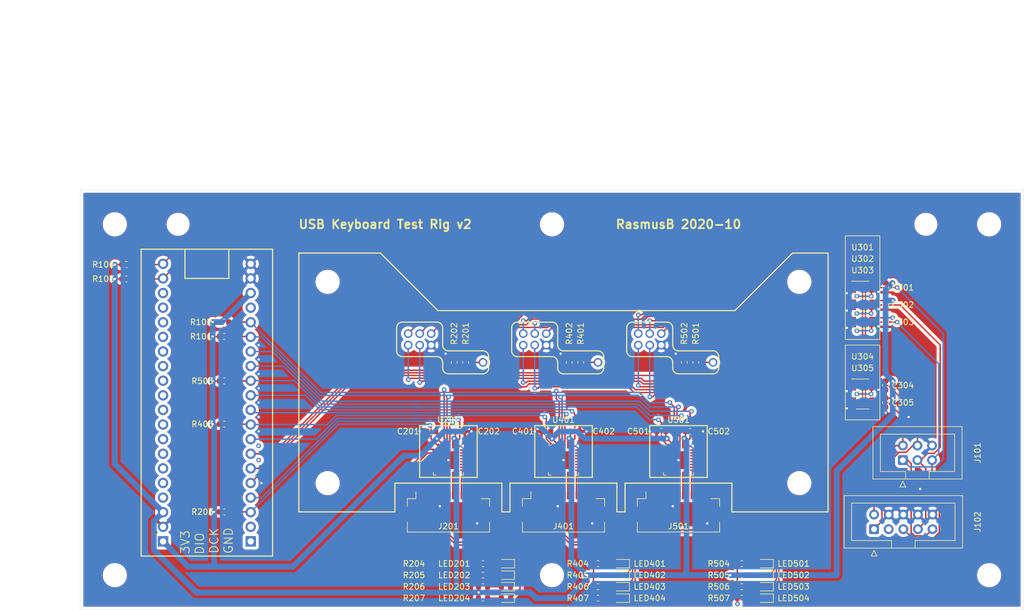
<source format=kicad_pcb>
(kicad_pcb (version 20171130) (host pcbnew "(5.1.6)-1")
  (layers (0 F.Cu signal) (31 B.Cu signal) (34 B.Paste user) (35 F.Paste user) (36 B.SilkS user) (37 F.SilkS user) (38 B.Mask user) (39 F.Mask user) (44 Edge.Cuts user))
  (net 0 "")
  (net 1 GND)
  (net 2 "Net-(R201-Pad1)")
  (net 3 "Net-(J201-Pad22)")
  (net 4 "/DUT 1/KB_08")
  (net 5 "/DUT 1/KB_07")
  (net 6 "/DUT 1/KB_06")
  (net 7 "/DUT 1/KB_02")
  (net 8 "/DUT 1/KB_09")
  (net 9 "/DUT 1/KB_05")
  (net 10 "/DUT 1/KB_04")
  (net 11 "/DUT 1/KB_03")
  (net 12 "/DUT 1/KB_10")
  (net 13 "/DUT 1/KB_14")
  (net 14 "/DUT 1/KB_13")
  (net 15 "/DUT 1/KB_12")
  (net 16 "/DUT 1/KB_11")
  (net 17 "/DUT 1/KB_15")
  (net 18 "/DUT 1/KB_16")
  (net 19 "/DUT 1/KB_18")
  (net 20 "/DUT 1/KB_19")
  (net 21 "/DUT 1/KB_20")
  (net 22 "/DUT 1/KB_17")
  (net 23 "Net-(J201-Pad1)")
  (net 24 "/DUT 1/KB_21")
  (net 25 +3V3)
  (net 26 +5V)
  (net 27 "Net-(J401-Pad22)")
  (net 28 "/DUT 2/KB_21")
  (net 29 "/DUT 2/KB_20")
  (net 30 "/DUT 2/KB_19")
  (net 31 "/DUT 2/KB_18")
  (net 32 "/DUT 2/KB_17")
  (net 33 "/DUT 2/KB_16")
  (net 34 "/DUT 2/KB_15")
  (net 35 "/DUT 2/KB_14")
  (net 36 "/DUT 2/KB_13")
  (net 37 "/DUT 2/KB_12")
  (net 38 "/DUT 2/KB_11")
  (net 39 "/DUT 2/KB_10")
  (net 40 "/DUT 2/KB_09")
  (net 41 "/DUT 2/KB_08")
  (net 42 "/DUT 2/KB_07")
  (net 43 "/DUT 2/KB_06")
  (net 44 "/DUT 2/KB_05")
  (net 45 "/DUT 2/KB_04")
  (net 46 "/DUT 2/KB_03")
  (net 47 "/DUT 2/KB_02")
  (net 48 "Net-(J401-Pad1)")
  (net 49 "Net-(J501-Pad22)")
  (net 50 "/DUT 3/KB_21")
  (net 51 "/DUT 3/KB_20")
  (net 52 "/DUT 3/KB_19")
  (net 53 "/DUT 3/KB_18")
  (net 54 "/DUT 3/KB_17")
  (net 55 "/DUT 3/KB_16")
  (net 56 "/DUT 3/KB_15")
  (net 57 "/DUT 3/KB_14")
  (net 58 "/DUT 3/KB_13")
  (net 59 "/DUT 3/KB_12")
  (net 60 "/DUT 3/KB_11")
  (net 61 "/DUT 3/KB_10")
  (net 62 "/DUT 3/KB_09")
  (net 63 "/DUT 3/KB_08")
  (net 64 "/DUT 3/KB_07")
  (net 65 "/DUT 3/KB_06")
  (net 66 "/DUT 3/KB_05")
  (net 67 "/DUT 3/KB_04")
  (net 68 "/DUT 3/KB_03")
  (net 69 "/DUT 3/KB_02")
  (net 70 "Net-(J501-Pad1)")
  (net 71 "Net-(MOD101-Pad1)")
  (net 72 "Net-(MOD101-Pad2)")
  (net 73 "Net-(MOD101-Pad24)")
  (net 74 "Net-(MOD101-Pad25)")
  (net 75 "Net-(MOD101-Pad26)")
  (net 76 "Net-(MOD101-Pad27)")
  (net 77 "Net-(MOD101-Pad28)")
  (net 78 "Net-(MOD101-Pad29)")
  (net 79 "Net-(MOD101-Pad30)")
  (net 80 "Net-(MOD101-Pad31)")
  (net 81 "Net-(MOD101-Pad32)")
  (net 82 "Net-(MOD101-Pad33)")
  (net 83 "Net-(MOD101-Pad36)")
  (net 84 "Net-(MOD101-Pad37)")
  (net 85 "Net-(MOD101-Pad38)")
  (net 86 "Net-(R401-Pad1)")
  (net 87 "Net-(R501-Pad1)")
  (net 88 "/ISP Multiplexer/AVR_ISP_RESET")
  (net 89 "/ISP Multiplexer/DUT_SEL_1")
  (net 90 "/ISP Multiplexer/DUT_SEL_2")
  (net 91 "/ISP Multiplexer/DUT3_ISP_RESET")
  (net 92 "/ISP Multiplexer/DUT2_ISP_RESET")
  (net 93 "/ISP Multiplexer/DUT1_ISP_RESET")
  (net 94 "/ISP Multiplexer/AVR_ISP_CLK")
  (net 95 "/ISP Multiplexer/DUT3_ISP_CLK")
  (net 96 "/ISP Multiplexer/DUT2_ISP_CLK")
  (net 97 "/ISP Multiplexer/DUT1_ISP_CLK")
  (net 98 "/ISP Multiplexer/AVR_ISP_MOSI")
  (net 99 "/ISP Multiplexer/DUT3_ISP_MOSI")
  (net 100 "/ISP Multiplexer/DUT2_ISP_MOSI")
  (net 101 "/ISP Multiplexer/DUT1_ISP_MOSI")
  (net 102 "/ISP Multiplexer/AVR_ISP_MISO")
  (net 103 "/ISP Multiplexer/DUT3_ISP_MISO")
  (net 104 "/ISP Multiplexer/DUT2_ISP_MISO")
  (net 105 "/ISP Multiplexer/DUT1_ISP_MISO")
  (net 106 "/ISP Multiplexer/AVR_ISP_VTARGET")
  (net 107 "/ISP Multiplexer/DUT3_ISP_VTARGET")
  (net 108 "/ISP Multiplexer/DUT2_ISP_VTARGET")
  (net 109 "/ISP Multiplexer/DUT1_ISP_VTARGET")
  (net 110 /uA_DUT1_VBUS)
  (net 111 /uA_DUT2_VBUS)
  (net 112 /uA_DUT3_VBUS)
  (net 113 /STM32_~RESET)
  (net 114 /I2C_SDA)
  (net 115 /I2C_SCL)
  (net 116 /USART1_RX)
  (net 117 /USART1_TX)
  (net 118 /DUT1_I2C_~INT)
  (net 119 /DUT1_I2C_~RESET)
  (net 120 /DUT1_I2C_ADDR)
  (net 121 /DUT2_I2C_~INT)
  (net 122 /DUT2_I2C_~RESET)
  (net 123 /DUT2_I2C_ADDR)
  (net 124 /DUT3_I2C_~INT)
  (net 125 /DUT3_I2C_~RESET)
  (net 126 /DUT3_I2C_ADDR)
  (net 127 "Net-(J102-Pad3)")
  (net 128 "Net-(LED201-Pad2)")
  (net 129 "Net-(LED201-Pad1)")
  (net 130 "Net-(LED202-Pad2)")
  (net 131 "Net-(LED202-Pad1)")
  (net 132 "Net-(LED203-Pad2)")
  (net 133 "Net-(LED203-Pad1)")
  (net 134 "Net-(LED204-Pad2)")
  (net 135 "Net-(LED204-Pad1)")
  (net 136 "Net-(LED401-Pad2)")
  (net 137 "Net-(LED401-Pad1)")
  (net 138 "Net-(LED402-Pad2)")
  (net 139 "Net-(LED402-Pad1)")
  (net 140 "Net-(LED403-Pad2)")
  (net 141 "Net-(LED403-Pad1)")
  (net 142 "Net-(LED404-Pad2)")
  (net 143 "Net-(LED404-Pad1)")
  (net 144 "Net-(LED501-Pad2)")
  (net 145 "Net-(LED501-Pad1)")
  (net 146 "Net-(LED502-Pad2)")
  (net 147 "Net-(LED502-Pad1)")
  (net 148 "Net-(LED503-Pad2)")
  (net 149 "Net-(LED503-Pad1)")
  (net 150 "Net-(LED504-Pad2)")
  (net 151 "Net-(LED504-Pad1)")
  (module Pogo:Pogo_P50_Bottom (layer F.Cu) (at 175 77)
    (fp_text reference TP507 hide)
    (fp_text value GND)
    (pad 1 thru_hole circle (at 0 0) (size 1.5 1.5) (drill 1) (layers *.Cu *.Mask) (net 1 GND))
  )
  (module Pogo:Pogo_P50_Bottom (layer F.Cu) (at 184 80)
    (fp_text reference TP506 hide)
    (fp_text value VBUS)
    (pad 1 thru_hole circle (at 0 0) (size 1.5 1.5) (drill 1) (layers *.Cu *.Mask) (net 87 "Net-(R501-Pad1)"))
  )
  (module Pogo:Pogo_P50_Bottom (layer F.Cu) (at 173 77)
    (fp_text reference TP505 hide)
    (fp_text value VTARGET)
    (pad 1 thru_hole circle (at 0 0) (size 1.5 1.5) (drill 1) (layers *.Cu *.Mask) (net 107 "/ISP Multiplexer/DUT3_ISP_VTARGET"))
  )
  (module Pogo:Pogo_P50_Bottom (layer F.Cu) (at 171 75)
    (fp_text reference TP504 hide)
    (fp_text value MISO)
    (pad 1 thru_hole circle (at 0 0) (size 1.5 1.5) (drill 1) (layers *.Cu *.Mask) (net 103 "/ISP Multiplexer/DUT3_ISP_MISO"))
  )
  (module Pogo:Pogo_P50_Bottom (layer F.Cu) (at 171 77)
    (fp_text reference TP503 hide)
    (fp_text value MOSI)
    (pad 1 thru_hole circle (at 0 0) (size 1.5 1.5) (drill 1) (layers *.Cu *.Mask) (net 99 "/ISP Multiplexer/DUT3_ISP_MOSI"))
  )
  (module Pogo:Pogo_P50_Bottom (layer F.Cu) (at 173 75)
    (fp_text reference TP502 hide)
    (fp_text value SCK)
    (pad 1 thru_hole circle (at 0 0) (size 1.5 1.5) (drill 1) (layers *.Cu *.Mask) (net 95 "/ISP Multiplexer/DUT3_ISP_CLK"))
  )
  (module Pogo:Pogo_P50_Bottom (layer F.Cu) (at 175 75)
    (fp_text reference TP501 hide)
    (fp_text value RESET)
    (pad 1 thru_hole circle (at 0 0) (size 1.5 1.5) (drill 1) (layers *.Cu *.Mask) (net 91 "/ISP Multiplexer/DUT3_ISP_RESET"))
  )
  (module Pogo:Pogo_P50_Bottom (layer F.Cu) (at 155 77)
    (fp_text reference TP407 hide)
    (fp_text value GND)
    (pad 1 thru_hole circle (at 0 0) (size 1.5 1.5) (drill 1) (layers *.Cu *.Mask) (net 1 GND))
  )
  (module Pogo:Pogo_P50_Bottom (layer F.Cu) (at 164 80)
    (fp_text reference TP406 hide)
    (fp_text value VBUS)
    (pad 1 thru_hole circle (at 0 0) (size 1.5 1.5) (drill 1) (layers *.Cu *.Mask) (net 86 "Net-(R401-Pad1)"))
  )
  (module Pogo:Pogo_P50_Bottom (layer F.Cu) (at 153 77)
    (fp_text reference TP405 hide)
    (fp_text value VTARGET)
    (pad 1 thru_hole circle (at 0 0) (size 1.5 1.5) (drill 1) (layers *.Cu *.Mask) (net 108 "/ISP Multiplexer/DUT2_ISP_VTARGET"))
  )
  (module Pogo:Pogo_P50_Bottom (layer F.Cu) (at 151 75)
    (fp_text reference TP404 hide)
    (fp_text value MISO)
    (pad 1 thru_hole circle (at 0 0) (size 1.5 1.5) (drill 1) (layers *.Cu *.Mask) (net 104 "/ISP Multiplexer/DUT2_ISP_MISO"))
  )
  (module Pogo:Pogo_P50_Bottom (layer F.Cu) (at 151 77)
    (fp_text reference TP403 hide)
    (fp_text value MOSI)
    (pad 1 thru_hole circle (at 0 0) (size 1.5 1.5) (drill 1) (layers *.Cu *.Mask) (net 100 "/ISP Multiplexer/DUT2_ISP_MOSI"))
  )
  (module Pogo:Pogo_P50_Bottom (layer F.Cu) (at 153 75)
    (fp_text reference TP402 hide)
    (fp_text value SCK)
    (pad 1 thru_hole circle (at 0 0) (size 1.5 1.5) (drill 1) (layers *.Cu *.Mask) (net 96 "/ISP Multiplexer/DUT2_ISP_CLK"))
  )
  (module Pogo:Pogo_P50_Bottom (layer F.Cu) (at 155 75)
    (fp_text reference TP401 hide)
    (fp_text value RESET)
    (pad 1 thru_hole circle (at 0 0) (size 1.5 1.5) (drill 1) (layers *.Cu *.Mask) (net 92 "/ISP Multiplexer/DUT2_ISP_RESET"))
  )
  (module Pogo:Pogo_P50_Bottom (layer F.Cu) (at 135 77)
    (fp_text reference TP207 hide)
    (fp_text value GND)
    (pad 1 thru_hole circle (at 0 0) (size 1.5 1.5) (drill 1) (layers *.Cu *.Mask) (net 1 GND))
  )
  (module Pogo:Pogo_P50_Bottom (layer F.Cu) (at 144 80)
    (fp_text reference TP206 hide)
    (fp_text value VBUS)
    (pad 1 thru_hole circle (at 0 0) (size 1.5 1.5) (drill 1) (layers *.Cu *.Mask) (net 2 "Net-(R201-Pad1)"))
  )
  (module Pogo:Pogo_P50_Bottom (layer F.Cu) (at 133 77)
    (fp_text reference TP205 hide)
    (fp_text value VTARGET)
    (pad 1 thru_hole circle (at 0 0) (size 1.5 1.5) (drill 1) (layers *.Cu *.Mask) (net 109 "/ISP Multiplexer/DUT1_ISP_VTARGET"))
  )
  (module Pogo:Pogo_P50_Bottom (layer F.Cu) (at 131 75)
    (fp_text reference TP204 hide)
    (fp_text value MISO)
    (pad 1 thru_hole circle (at 0 0) (size 1.5 1.5) (drill 1) (layers *.Cu *.Mask) (net 105 "/ISP Multiplexer/DUT1_ISP_MISO"))
  )
  (module Pogo:Pogo_P50_Bottom (layer F.Cu) (at 131 77)
    (fp_text reference TP203 hide)
    (fp_text value MOSI)
    (pad 1 thru_hole circle (at 0 0) (size 1.5 1.5) (drill 1) (layers *.Cu *.Mask) (net 101 "/ISP Multiplexer/DUT1_ISP_MOSI"))
  )
  (module Pogo:Pogo_P50_Bottom (layer F.Cu) (at 133 75)
    (fp_text reference TP202 hide)
    (fp_text value SCK)
    (pad 1 thru_hole circle (at 0 0) (size 1.5 1.5) (drill 1) (layers *.Cu *.Mask) (net 97 "/ISP Multiplexer/DUT1_ISP_CLK"))
  )
  (module Pogo:Pogo_P50_Bottom (layer F.Cu) (at 135 75)
    (fp_text reference TP201 hide)
    (fp_text value RESET)
    (pad 1 thru_hole circle (at 0 0) (size 1.5 1.5) (drill 1) (layers *.Cu *.Mask) (net 93 "/ISP Multiplexer/DUT1_ISP_RESET"))
  )
  (module "PCB Extras:eC-Registration" (layer F.Cu) (at 221 56)
    (fp_text reference REG102 hide)
    (fp_text value eC_REG)
    (pad "" np_thru_hole circle (at 0 0) (size 3 3) (drill 3) (layers *.Mask F.Cu))
  )
  (module "PCB Extras:eC-Registration" (layer F.Cu) (at 91 56)
    (fp_text reference REG101 hide)
    (fp_text value eC_REG)
    (pad "" np_thru_hole circle (at 0 0) (size 3 3) (drill 3) (layers *.Mask F.Cu))
  )
  (module USB-Keyboard:TestJig (layer F.Cu) (at 112 106)
    (fp_text reference JIG_OUTLINE_1)
    (fp_text value TEST_JIG)
    (pad "" np_thru_hole circle (at 87 -40) (size 3.2 3.2) (drill 3.2) (layers *.Cu *.Mask))
    (pad "" np_thru_hole circle (at 87 -5) (size 3.2 3.2) (drill 3.2) (layers *.Cu *.Mask))
    (pad "" np_thru_hole circle (at 5 -5) (size 3.2 3.2) (drill 3.2) (layers *.Cu *.Mask))
    (pad "" np_thru_hole circle (at 5 -40) (size 3.2 3.2) (drill 3.2) (layers *.Cu *.Mask))
  )
  (module LED_SMD:LED_0603_1608Metric (layer F.Cu) (at 193 121 180)
    (fp_text reference LED504 (at -5 0) (layer F.SilkS))
    (fp_text value GRN)
    (pad 2 smd roundrect (at 0.7875 0 180) (size 0.875 0.95) (layers F.Cu F.Paste F.Mask) (net 150 "Net-(LED504-Pad2)"))
    (pad 1 smd roundrect (at -0.7875 0 180) (size 0.875 0.95) (layers F.Cu F.Paste F.Mask) (net 151 "Net-(LED504-Pad1)"))
  )
  (module LED_SMD:LED_0603_1608Metric (layer F.Cu) (at 193 119 180)
    (fp_text reference LED503 (at -5 0) (layer F.SilkS))
    (fp_text value YLW)
    (pad 2 smd roundrect (at 0.7875 0 180) (size 0.875 0.95) (layers F.Cu F.Paste F.Mask) (net 148 "Net-(LED503-Pad2)"))
    (pad 1 smd roundrect (at -0.7875 0 180) (size 0.875 0.95) (layers F.Cu F.Paste F.Mask) (net 149 "Net-(LED503-Pad1)"))
  )
  (module LED_SMD:LED_0603_1608Metric (layer F.Cu) (at 193 117 180)
    (fp_text reference LED502 (at -5 0) (layer F.SilkS))
    (fp_text value ORNG)
    (pad 2 smd roundrect (at 0.7875 0 180) (size 0.875 0.95) (layers F.Cu F.Paste F.Mask) (net 146 "Net-(LED502-Pad2)"))
    (pad 1 smd roundrect (at -0.7875 0 180) (size 0.875 0.95) (layers F.Cu F.Paste F.Mask) (net 147 "Net-(LED502-Pad1)"))
  )
  (module LED_SMD:LED_0603_1608Metric (layer F.Cu) (at 193 115 180)
    (fp_text reference LED501 (at -5 0) (layer F.SilkS))
    (fp_text value RED)
    (pad 2 smd roundrect (at 0.7875 0 180) (size 0.875 0.95) (layers F.Cu F.Paste F.Mask) (net 144 "Net-(LED501-Pad2)"))
    (pad 1 smd roundrect (at -0.7875 0 180) (size 0.875 0.95) (layers F.Cu F.Paste F.Mask) (net 145 "Net-(LED501-Pad1)"))
  )
  (module LED_SMD:LED_0603_1608Metric (layer F.Cu) (at 168 121 180)
    (fp_text reference LED404 (at -5 0) (layer F.SilkS))
    (fp_text value GRN)
    (pad 2 smd roundrect (at 0.7875 0 180) (size 0.875 0.95) (layers F.Cu F.Paste F.Mask) (net 142 "Net-(LED404-Pad2)"))
    (pad 1 smd roundrect (at -0.7875 0 180) (size 0.875 0.95) (layers F.Cu F.Paste F.Mask) (net 143 "Net-(LED404-Pad1)"))
  )
  (module LED_SMD:LED_0603_1608Metric (layer F.Cu) (at 168 119 180)
    (fp_text reference LED403 (at -5 0) (layer F.SilkS))
    (fp_text value YLW)
    (pad 2 smd roundrect (at 0.7875 0 180) (size 0.875 0.95) (layers F.Cu F.Paste F.Mask) (net 140 "Net-(LED403-Pad2)"))
    (pad 1 smd roundrect (at -0.7875 0 180) (size 0.875 0.95) (layers F.Cu F.Paste F.Mask) (net 141 "Net-(LED403-Pad1)"))
  )
  (module LED_SMD:LED_0603_1608Metric (layer F.Cu) (at 168 117 180)
    (fp_text reference LED402 (at -5 0) (layer F.SilkS))
    (fp_text value ORNG)
    (pad 2 smd roundrect (at 0.7875 0 180) (size 0.875 0.95) (layers F.Cu F.Paste F.Mask) (net 138 "Net-(LED402-Pad2)"))
    (pad 1 smd roundrect (at -0.7875 0 180) (size 0.875 0.95) (layers F.Cu F.Paste F.Mask) (net 139 "Net-(LED402-Pad1)"))
  )
  (module LED_SMD:LED_0603_1608Metric (layer F.Cu) (at 168 115 180)
    (fp_text reference LED401 (at -5 0) (layer F.SilkS))
    (fp_text value RED)
    (pad 2 smd roundrect (at 0.7875 0 180) (size 0.875 0.95) (layers F.Cu F.Paste F.Mask) (net 136 "Net-(LED401-Pad2)"))
    (pad 1 smd roundrect (at -0.7875 0 180) (size 0.875 0.95) (layers F.Cu F.Paste F.Mask) (net 137 "Net-(LED401-Pad1)"))
  )
  (module LED_SMD:LED_0603_1608Metric (layer F.Cu) (at 148 121 180)
    (fp_text reference LED204 (at 9 0) (layer F.SilkS))
    (fp_text value GRN)
    (pad 2 smd roundrect (at 0.7875 0 180) (size 0.875 0.95) (layers F.Cu F.Paste F.Mask) (net 134 "Net-(LED204-Pad2)"))
    (pad 1 smd roundrect (at -0.7875 0 180) (size 0.875 0.95) (layers F.Cu F.Paste F.Mask) (net 135 "Net-(LED204-Pad1)"))
  )
  (module LED_SMD:LED_0603_1608Metric (layer F.Cu) (at 148 119 180)
    (fp_text reference LED203 (at 9 0) (layer F.SilkS))
    (fp_text value YLW)
    (pad 2 smd roundrect (at 0.7875 0 180) (size 0.875 0.95) (layers F.Cu F.Paste F.Mask) (net 132 "Net-(LED203-Pad2)"))
    (pad 1 smd roundrect (at -0.7875 0 180) (size 0.875 0.95) (layers F.Cu F.Paste F.Mask) (net 133 "Net-(LED203-Pad1)"))
  )
  (module LED_SMD:LED_0603_1608Metric (layer F.Cu) (at 148 117 180)
    (fp_text reference LED202 (at 9 0) (layer F.SilkS))
    (fp_text value ORNG)
    (pad 2 smd roundrect (at 0.7875 0 180) (size 0.875 0.95) (layers F.Cu F.Paste F.Mask) (net 130 "Net-(LED202-Pad2)"))
    (pad 1 smd roundrect (at -0.7875 0 180) (size 0.875 0.95) (layers F.Cu F.Paste F.Mask) (net 131 "Net-(LED202-Pad1)"))
  )
  (module LED_SMD:LED_0603_1608Metric (layer F.Cu) (at 148 115 180)
    (fp_text reference LED201 (at 9 0) (layer F.SilkS))
    (fp_text value RED)
    (pad 2 smd roundrect (at 0.7875 0 180) (size 0.875 0.95) (layers F.Cu F.Paste F.Mask) (net 128 "Net-(LED201-Pad2)"))
    (pad 1 smd roundrect (at -0.7875 0 180) (size 0.875 0.95) (layers F.Cu F.Paste F.Mask) (net 129 "Net-(LED201-Pad1)"))
  )
  (module Resistor_SMD:R_0603_1608Metric (layer F.Cu) (at 189 121)
    (fp_text reference R507 (at -4 0) (layer F.SilkS))
    (fp_text value 270R)
    (pad 2 smd roundrect (at 0.7875 0) (size 0.875 0.95) (layers F.Cu F.Paste F.Mask) (net 150 "Net-(LED504-Pad2)"))
    (pad 1 smd roundrect (at -0.7875 0) (size 0.875 0.95) (layers F.Cu F.Paste F.Mask) (net 26 +5V))
  )
  (module Resistor_SMD:R_0603_1608Metric (layer F.Cu) (at 189 119)
    (fp_text reference R506 (at -4 0) (layer F.SilkS))
    (fp_text value 270R)
    (pad 2 smd roundrect (at 0.7875 0) (size 0.875 0.95) (layers F.Cu F.Paste F.Mask) (net 148 "Net-(LED503-Pad2)"))
    (pad 1 smd roundrect (at -0.7875 0) (size 0.875 0.95) (layers F.Cu F.Paste F.Mask) (net 26 +5V))
  )
  (module Resistor_SMD:R_0603_1608Metric (layer F.Cu) (at 189 117)
    (fp_text reference R505 (at -4 0) (layer F.SilkS))
    (fp_text value 270R)
    (pad 2 smd roundrect (at 0.7875 0) (size 0.875 0.95) (layers F.Cu F.Paste F.Mask) (net 146 "Net-(LED502-Pad2)"))
    (pad 1 smd roundrect (at -0.7875 0) (size 0.875 0.95) (layers F.Cu F.Paste F.Mask) (net 26 +5V))
  )
  (module Resistor_SMD:R_0603_1608Metric (layer F.Cu) (at 189 115)
    (fp_text reference R504 (at -4 0) (layer F.SilkS))
    (fp_text value 270R)
    (pad 2 smd roundrect (at 0.7875 0) (size 0.875 0.95) (layers F.Cu F.Paste F.Mask) (net 144 "Net-(LED501-Pad2)"))
    (pad 1 smd roundrect (at -0.7875 0) (size 0.875 0.95) (layers F.Cu F.Paste F.Mask) (net 26 +5V))
  )
  (module Resistor_SMD:R_0603_1608Metric (layer F.Cu) (at 164 121)
    (fp_text reference R407 (at -3.5 0) (layer F.SilkS))
    (fp_text value 270R)
    (pad 2 smd roundrect (at 0.7875 0) (size 0.875 0.95) (layers F.Cu F.Paste F.Mask) (net 142 "Net-(LED404-Pad2)"))
    (pad 1 smd roundrect (at -0.7875 0) (size 0.875 0.95) (layers F.Cu F.Paste F.Mask) (net 26 +5V))
  )
  (module Resistor_SMD:R_0603_1608Metric (layer F.Cu) (at 164 119)
    (fp_text reference R406 (at -3.5 0) (layer F.SilkS))
    (fp_text value 270R)
    (pad 2 smd roundrect (at 0.7875 0) (size 0.875 0.95) (layers F.Cu F.Paste F.Mask) (net 140 "Net-(LED403-Pad2)"))
    (pad 1 smd roundrect (at -0.7875 0) (size 0.875 0.95) (layers F.Cu F.Paste F.Mask) (net 26 +5V))
  )
  (module Resistor_SMD:R_0603_1608Metric (layer F.Cu) (at 164 117)
    (fp_text reference R405 (at -3.5 0) (layer F.SilkS))
    (fp_text value 270R)
    (pad 2 smd roundrect (at 0.7875 0) (size 0.875 0.95) (layers F.Cu F.Paste F.Mask) (net 138 "Net-(LED402-Pad2)"))
    (pad 1 smd roundrect (at -0.7875 0) (size 0.875 0.95) (layers F.Cu F.Paste F.Mask) (net 26 +5V))
  )
  (module Resistor_SMD:R_0603_1608Metric (layer F.Cu) (at 164 115)
    (fp_text reference R404 (at -3.5 0) (layer F.SilkS))
    (fp_text value 270R)
    (pad 2 smd roundrect (at 0.7875 0) (size 0.875 0.95) (layers F.Cu F.Paste F.Mask) (net 136 "Net-(LED401-Pad2)"))
    (pad 1 smd roundrect (at -0.7875 0) (size 0.875 0.95) (layers F.Cu F.Paste F.Mask) (net 26 +5V))
  )
  (module Resistor_SMD:R_0603_1608Metric (layer F.Cu) (at 144 121)
    (fp_text reference R207 (at -12 0) (layer F.SilkS))
    (fp_text value 270R)
    (pad 2 smd roundrect (at 0.7875 0) (size 0.875 0.95) (layers F.Cu F.Paste F.Mask) (net 134 "Net-(LED204-Pad2)"))
    (pad 1 smd roundrect (at -0.7875 0) (size 0.875 0.95) (layers F.Cu F.Paste F.Mask) (net 26 +5V))
  )
  (module Resistor_SMD:R_0603_1608Metric (layer F.Cu) (at 144 119)
    (fp_text reference R206 (at -12 0) (layer F.SilkS))
    (fp_text value 270R)
    (pad 2 smd roundrect (at 0.7875 0) (size 0.875 0.95) (layers F.Cu F.Paste F.Mask) (net 132 "Net-(LED203-Pad2)"))
    (pad 1 smd roundrect (at -0.7875 0) (size 0.875 0.95) (layers F.Cu F.Paste F.Mask) (net 26 +5V))
  )
  (module Resistor_SMD:R_0603_1608Metric (layer F.Cu) (at 144 117)
    (fp_text reference R205 (at -12 0) (layer F.SilkS))
    (fp_text value 270R)
    (pad 2 smd roundrect (at 0.7875 0) (size 0.875 0.95) (layers F.Cu F.Paste F.Mask) (net 130 "Net-(LED202-Pad2)"))
    (pad 1 smd roundrect (at -0.7875 0) (size 0.875 0.95) (layers F.Cu F.Paste F.Mask) (net 26 +5V))
  )
  (module Resistor_SMD:R_0603_1608Metric (layer F.Cu) (at 144 115)
    (fp_text reference R204 (at -12 0) (layer F.SilkS))
    (fp_text value 270R)
    (pad 2 smd roundrect (at 0.7875 0) (size 0.875 0.95) (layers F.Cu F.Paste F.Mask) (net 128 "Net-(LED201-Pad2)"))
    (pad 1 smd roundrect (at -0.7875 0) (size 0.875 0.95) (layers F.Cu F.Paste F.Mask) (net 26 +5V))
  )
  (module MountingHole:MountingHole_3.2mm_M3 (layer F.Cu) (at 232 117)
    (fp_text reference H106 hide)
    (fp_text value M3)
    (pad 1 np_thru_hole circle (at 0 0) (size 3.2 3.2) (drill 3.2) (layers *.Cu *.Mask))
  )
  (module MountingHole:MountingHole_3.2mm_M3 (layer F.Cu) (at 156 117)
    (fp_text reference H105 hide)
    (fp_text value M3)
    (pad 1 np_thru_hole circle (at 0 0) (size 3.2 3.2) (drill 3.2) (layers *.Cu *.Mask))
  )
  (module MountingHole:MountingHole_3.2mm_M3 (layer F.Cu) (at 80 117)
    (fp_text reference H104 hide)
    (fp_text value M3)
    (pad 1 np_thru_hole circle (at 0 0) (size 3.2 3.2) (drill 3.2) (layers *.Cu *.Mask))
  )
  (module MountingHole:MountingHole_3.2mm_M3 (layer F.Cu) (at 232 56)
    (fp_text reference H103 hide)
    (fp_text value M3)
    (pad 1 np_thru_hole circle (at 0 0) (size 3.2 3.2) (drill 3.2) (layers *.Cu *.Mask))
  )
  (module MountingHole:MountingHole_3.2mm_M3 (layer F.Cu) (at 156 56)
    (fp_text reference H102 hide)
    (fp_text value M3)
    (pad 1 np_thru_hole circle (at 0 0) (size 3.2 3.2) (drill 3.2) (layers *.Cu *.Mask))
  )
  (module MountingHole:MountingHole_3.2mm_M3 (layer F.Cu) (at 80 56)
    (fp_text reference H101 hide)
    (fp_text value M3)
    (pad 1 np_thru_hole circle (at 0 0) (size 3.2 3.2) (drill 3.2) (layers *.Cu *.Mask))
  )
  (module Resistor_SMD:R_0603_1608Metric (layer F.Cu) (at 99 90.75)
    (fp_text reference R403 (at -3.75 0) (layer F.SilkS))
    (fp_text value 4k7)
    (pad 2 smd roundrect (at 0.7875 0) (size 0.875 0.95) (layers F.Cu F.Paste F.Mask) (net 121 /DUT2_I2C_~INT))
    (pad 1 smd roundrect (at -0.7875 0) (size 0.875 0.95) (layers F.Cu F.Paste F.Mask) (net 25 +3V3))
  )
  (module Resistor_SMD:R_0603_1608Metric (layer F.Cu) (at 99 83.25)
    (fp_text reference R503 (at -3.75 0) (layer F.SilkS))
    (fp_text value 4k7)
    (pad 2 smd roundrect (at 0.7875 0) (size 0.875 0.95) (layers F.Cu F.Paste F.Mask) (net 124 /DUT3_I2C_~INT))
    (pad 1 smd roundrect (at -0.7875 0) (size 0.875 0.95) (layers F.Cu F.Paste F.Mask) (net 25 +3V3))
  )
  (module Resistor_SMD:R_0603_1608Metric (layer F.Cu) (at 99 106)
    (fp_text reference R203 (at -3.75 0) (layer F.SilkS))
    (fp_text value 4k7)
    (pad 2 smd roundrect (at 0.7875 0) (size 0.875 0.95) (layers F.Cu F.Paste F.Mask) (net 118 /DUT1_I2C_~INT))
    (pad 1 smd roundrect (at -0.7875 0) (size 0.875 0.95) (layers F.Cu F.Paste F.Mask) (net 25 +3V3))
  )
  (module Resistor_SMD:R_0603_1608Metric (layer F.Cu) (at 82 63)
    (fp_text reference R104 (at -4 0) (layer F.SilkS))
    (fp_text value 10k)
    (pad 2 smd roundrect (at 0.7875 0) (size 0.875 0.95) (layers F.Cu F.Paste F.Mask) (net 89 "/ISP Multiplexer/DUT_SEL_1"))
    (pad 1 smd roundrect (at -0.7875 0) (size 0.875 0.95) (layers F.Cu F.Paste F.Mask) (net 26 +5V))
  )
  (module Resistor_SMD:R_0603_1608Metric (layer F.Cu) (at 82 65.5)
    (fp_text reference R103 (at -4 0) (layer F.SilkS))
    (fp_text value 10k)
    (pad 2 smd roundrect (at 0.7875 0) (size 0.875 0.95) (layers F.Cu F.Paste F.Mask) (net 90 "/ISP Multiplexer/DUT_SEL_2"))
    (pad 1 smd roundrect (at -0.7875 0) (size 0.875 0.95) (layers F.Cu F.Paste F.Mask) (net 26 +5V))
  )
  (module Resistor_SMD:R_0603_1608Metric (layer F.Cu) (at 99 73)
    (fp_text reference R102 (at -4 0) (layer F.SilkS))
    (fp_text value 4k7)
    (pad 2 smd roundrect (at 0.7875 0) (size 0.875 0.95) (layers F.Cu F.Paste F.Mask) (net 114 /I2C_SDA))
    (pad 1 smd roundrect (at -0.7875 0) (size 0.875 0.95) (layers F.Cu F.Paste F.Mask) (net 25 +3V3))
  )
  (module Resistor_SMD:R_0603_1608Metric (layer F.Cu) (at 99 75.5)
    (fp_text reference R101 (at -4 0) (layer F.SilkS))
    (fp_text value 4k7)
    (pad 2 smd roundrect (at 0.7875 0) (size 0.875 0.95) (layers F.Cu F.Paste F.Mask) (net 115 /I2C_SCL))
    (pad 1 smd roundrect (at -0.7875 0) (size 0.875 0.95) (layers F.Cu F.Paste F.Mask) (net 25 +3V3))
  )
  (module Capacitor_SMD:C_0603_1608Metric (layer F.Cu) (at 140 92)
    (fp_text reference C202 (at 5 0) (layer F.SilkS))
    (fp_text value 100n)
    (pad 2 smd roundrect (at 0.7875 0) (size 0.875 0.95) (layers F.Cu F.Paste F.Mask) (net 1 GND))
    (pad 1 smd roundrect (at -0.7875 0) (size 0.875 0.95) (layers F.Cu F.Paste F.Mask) (net 26 +5V))
  )
  (module Connector_FFC-FPC:Hirose_FH12-22S-0.5SH_1x22-1MP_P0.50mm_Horizontal (layer F.Cu) (at 158 105)
    (fp_text reference J401 (at 0 3.5) (layer F.SilkS))
    (fp_text value DUT_CONN)
    (pad 22 smd rect (at 5.25 -1.85) (size 0.3 1.3) (layers F.Cu F.Paste F.Mask) (net 27 "Net-(J401-Pad22)"))
    (pad 21 smd rect (at 4.75 -1.85) (size 0.3 1.3) (layers F.Cu F.Paste F.Mask) (net 28 "/DUT 2/KB_21"))
    (pad 20 smd rect (at 4.25 -1.85) (size 0.3 1.3) (layers F.Cu F.Paste F.Mask) (net 29 "/DUT 2/KB_20"))
    (pad 19 smd rect (at 3.75 -1.85) (size 0.3 1.3) (layers F.Cu F.Paste F.Mask) (net 30 "/DUT 2/KB_19"))
    (pad 18 smd rect (at 3.25 -1.85) (size 0.3 1.3) (layers F.Cu F.Paste F.Mask) (net 31 "/DUT 2/KB_18"))
    (pad 17 smd rect (at 2.75 -1.85) (size 0.3 1.3) (layers F.Cu F.Paste F.Mask) (net 32 "/DUT 2/KB_17"))
    (pad 16 smd rect (at 2.25 -1.85) (size 0.3 1.3) (layers F.Cu F.Paste F.Mask) (net 33 "/DUT 2/KB_16"))
    (pad 15 smd rect (at 1.75 -1.85) (size 0.3 1.3) (layers F.Cu F.Paste F.Mask) (net 34 "/DUT 2/KB_15"))
    (pad 14 smd rect (at 1.25 -1.85) (size 0.3 1.3) (layers F.Cu F.Paste F.Mask) (net 35 "/DUT 2/KB_14"))
    (pad 13 smd rect (at 0.75 -1.85) (size 0.3 1.3) (layers F.Cu F.Paste F.Mask) (net 36 "/DUT 2/KB_13"))
    (pad 12 smd rect (at 0.25 -1.85) (size 0.3 1.3) (layers F.Cu F.Paste F.Mask) (net 37 "/DUT 2/KB_12"))
    (pad 11 smd rect (at -0.25 -1.85) (size 0.3 1.3) (layers F.Cu F.Paste F.Mask) (net 38 "/DUT 2/KB_11"))
    (pad 10 smd rect (at -0.75 -1.85) (size 0.3 1.3) (layers F.Cu F.Paste F.Mask) (net 39 "/DUT 2/KB_10"))
    (pad 9 smd rect (at -1.25 -1.85) (size 0.3 1.3) (layers F.Cu F.Paste F.Mask) (net 40 "/DUT 2/KB_09"))
    (pad 8 smd rect (at -1.75 -1.85) (size 0.3 1.3) (layers F.Cu F.Paste F.Mask) (net 41 "/DUT 2/KB_08"))
    (pad 7 smd rect (at -2.25 -1.85) (size 0.3 1.3) (layers F.Cu F.Paste F.Mask) (net 42 "/DUT 2/KB_07"))
    (pad 6 smd rect (at -2.75 -1.85) (size 0.3 1.3) (layers F.Cu F.Paste F.Mask) (net 43 "/DUT 2/KB_06"))
    (pad 5 smd rect (at -3.25 -1.85) (size 0.3 1.3) (layers F.Cu F.Paste F.Mask) (net 44 "/DUT 2/KB_05"))
    (pad 4 smd rect (at -3.75 -1.85) (size 0.3 1.3) (layers F.Cu F.Paste F.Mask) (net 45 "/DUT 2/KB_04"))
    (pad 3 smd rect (at -4.25 -1.85) (size 0.3 1.3) (layers F.Cu F.Paste F.Mask) (net 46 "/DUT 2/KB_03"))
    (pad 2 smd rect (at -4.75 -1.85) (size 0.3 1.3) (layers F.Cu F.Paste F.Mask) (net 47 "/DUT 2/KB_02"))
    (pad 1 smd rect (at -5.25 -1.85) (size 0.3 1.3) (layers F.Cu F.Paste F.Mask) (net 48 "Net-(J401-Pad1)"))
    (pad MP smd rect (at -7.15 1.4) (size 1.8 2.2) (layers F.Cu F.Paste F.Mask))
    (pad MP smd rect (at 7.15 1.4) (size 1.8 2.2) (layers F.Cu F.Paste F.Mask))
  )
  (module Connector_IDC:IDC-Header_2x05_P2.54mm_Vertical (layer F.Cu) (at 212 109 90)
    (fp_text reference J102 (at 1.27 18 90) (layer F.SilkS))
    (fp_text value AVR-ISP-10)
    (pad 10 thru_hole circle (at 2.54 10.16 90) (size 1.7 1.7) (drill 1) (layers *.Cu *.Mask) (net 1 GND))
    (pad 8 thru_hole circle (at 2.54 7.62 90) (size 1.7 1.7) (drill 1) (layers *.Cu *.Mask) (net 1 GND))
    (pad 6 thru_hole circle (at 2.54 5.08 90) (size 1.7 1.7) (drill 1) (layers *.Cu *.Mask) (net 1 GND))
    (pad 4 thru_hole circle (at 2.54 2.54 90) (size 1.7 1.7) (drill 1) (layers *.Cu *.Mask) (net 1 GND))
    (pad 2 thru_hole circle (at 2.54 0 90) (size 1.7 1.7) (drill 1) (layers *.Cu *.Mask) (net 106 "/ISP Multiplexer/AVR_ISP_VTARGET"))
    (pad 9 thru_hole circle (at 0 10.16 90) (size 1.7 1.7) (drill 1) (layers *.Cu *.Mask) (net 102 "/ISP Multiplexer/AVR_ISP_MISO"))
    (pad 7 thru_hole circle (at 0 7.62 90) (size 1.7 1.7) (drill 1) (layers *.Cu *.Mask) (net 94 "/ISP Multiplexer/AVR_ISP_CLK"))
    (pad 5 thru_hole circle (at 0 5.08 90) (size 1.7 1.7) (drill 1) (layers *.Cu *.Mask) (net 88 "/ISP Multiplexer/AVR_ISP_RESET"))
    (pad 3 thru_hole circle (at 0 2.54 90) (size 1.7 1.7) (drill 1) (layers *.Cu *.Mask) (net 127 "Net-(J102-Pad3)"))
    (pad 1 thru_hole roundrect (at 0 0 90) (size 1.7 1.7) (drill 1) (layers *.Cu *.Mask) (roundrect_rratio 0.147059) (net 98 "/ISP Multiplexer/AVR_ISP_MOSI"))
  )
  (module Connector_IDC:IDC-Header_2x03_P2.54mm_Vertical (layer F.Cu) (at 217 97 90)
    (fp_text reference J101 (at 1.27 13 90) (layer F.SilkS))
    (fp_text value AVR-ISP-6)
    (pad 6 thru_hole circle (at 2.54 5.08 90) (size 1.7 1.7) (drill 1) (layers *.Cu *.Mask) (net 1 GND))
    (pad 4 thru_hole circle (at 2.54 2.54 90) (size 1.7 1.7) (drill 1) (layers *.Cu *.Mask) (net 98 "/ISP Multiplexer/AVR_ISP_MOSI"))
    (pad 2 thru_hole circle (at 2.54 0 90) (size 1.7 1.7) (drill 1) (layers *.Cu *.Mask) (net 106 "/ISP Multiplexer/AVR_ISP_VTARGET"))
    (pad 5 thru_hole circle (at 0 5.08 90) (size 1.7 1.7) (drill 1) (layers *.Cu *.Mask) (net 88 "/ISP Multiplexer/AVR_ISP_RESET"))
    (pad 3 thru_hole circle (at 0 2.54 90) (size 1.7 1.7) (drill 1) (layers *.Cu *.Mask) (net 94 "/ISP Multiplexer/AVR_ISP_CLK"))
    (pad 1 thru_hole roundrect (at 0 0 90) (size 1.7 1.7) (drill 1) (layers *.Cu *.Mask) (roundrect_rratio 0.147059) (net 102 "/ISP Multiplexer/AVR_ISP_MISO"))
  )
  (module Package_DFN_QFN:QFN-32-1EP_5x5mm_P0.5mm_EP3.1x3.1mm (layer F.Cu) (at 178 97)
    (fp_text reference U501 (at 0 -7) (layer F.SilkS))
    (fp_text value TCA6424A)
    (pad 33 smd rect (at 0 0) (size 3.1 3.1) (layers F.Cu F.Mask) (net 1 GND))
    (pad 32 smd roundrect (at -1.75 -2.4375) (size 0.25 0.875) (layers F.Cu F.Paste F.Mask) (net 124 /DUT3_I2C_~INT))
    (pad 31 smd roundrect (at -1.25 -2.4375) (size 0.25 0.875) (layers F.Cu F.Paste F.Mask) (net 25 +3V3))
    (pad 30 smd roundrect (at -0.75 -2.4375) (size 0.25 0.875) (layers F.Cu F.Paste F.Mask) (net 114 /I2C_SDA))
    (pad 29 smd roundrect (at -0.25 -2.4375) (size 0.25 0.875) (layers F.Cu F.Paste F.Mask) (net 115 /I2C_SCL))
    (pad 28 smd roundrect (at 0.25 -2.4375) (size 0.25 0.875) (layers F.Cu F.Paste F.Mask) (net 125 /DUT3_I2C_~RESET))
    (pad 27 smd roundrect (at 0.75 -2.4375) (size 0.25 0.875) (layers F.Cu F.Paste F.Mask) (net 26 +5V))
    (pad 26 smd roundrect (at 1.25 -2.4375) (size 0.25 0.875) (layers F.Cu F.Paste F.Mask) (net 126 /DUT3_I2C_ADDR))
    (pad 25 smd roundrect (at 1.75 -2.4375) (size 0.25 0.875) (layers F.Cu F.Paste F.Mask) (net 1 GND))
    (pad 24 smd roundrect (at 2.4375 -1.75) (size 0.875 0.25) (layers F.Cu F.Paste F.Mask) (net 151 "Net-(LED504-Pad1)"))
    (pad 23 smd roundrect (at 2.4375 -1.25) (size 0.875 0.25) (layers F.Cu F.Paste F.Mask) (net 149 "Net-(LED503-Pad1)"))
    (pad 22 smd roundrect (at 2.4375 -0.75) (size 0.875 0.25) (layers F.Cu F.Paste F.Mask) (net 50 "/DUT 3/KB_21"))
    (pad 21 smd roundrect (at 2.4375 -0.25) (size 0.875 0.25) (layers F.Cu F.Paste F.Mask) (net 51 "/DUT 3/KB_20"))
    (pad 20 smd roundrect (at 2.4375 0.25) (size 0.875 0.25) (layers F.Cu F.Paste F.Mask) (net 52 "/DUT 3/KB_19"))
    (pad 19 smd roundrect (at 2.4375 0.75) (size 0.875 0.25) (layers F.Cu F.Paste F.Mask) (net 53 "/DUT 3/KB_18"))
    (pad 18 smd roundrect (at 2.4375 1.25) (size 0.875 0.25) (layers F.Cu F.Paste F.Mask) (net 54 "/DUT 3/KB_17"))
    (pad 17 smd roundrect (at 2.4375 1.75) (size 0.875 0.25) (layers F.Cu F.Paste F.Mask) (net 55 "/DUT 3/KB_16"))
    (pad 16 smd roundrect (at 1.75 2.4375) (size 0.25 0.875) (layers F.Cu F.Paste F.Mask) (net 56 "/DUT 3/KB_15"))
    (pad 15 smd roundrect (at 1.25 2.4375) (size 0.25 0.875) (layers F.Cu F.Paste F.Mask) (net 57 "/DUT 3/KB_14"))
    (pad 14 smd roundrect (at 0.75 2.4375) (size 0.25 0.875) (layers F.Cu F.Paste F.Mask) (net 58 "/DUT 3/KB_13"))
    (pad 13 smd roundrect (at 0.25 2.4375) (size 0.25 0.875) (layers F.Cu F.Paste F.Mask) (net 59 "/DUT 3/KB_12"))
    (pad 12 smd roundrect (at -0.25 2.4375) (size 0.25 0.875) (layers F.Cu F.Paste F.Mask) (net 60 "/DUT 3/KB_11"))
    (pad 11 smd roundrect (at -0.75 2.4375) (size 0.25 0.875) (layers F.Cu F.Paste F.Mask) (net 61 "/DUT 3/KB_10"))
    (pad 10 smd roundrect (at -1.25 2.4375) (size 0.25 0.875) (layers F.Cu F.Paste F.Mask) (net 62 "/DUT 3/KB_09"))
    (pad 9 smd roundrect (at -1.75 2.4375) (size 0.25 0.875) (layers F.Cu F.Paste F.Mask) (net 63 "/DUT 3/KB_08"))
    (pad 8 smd roundrect (at -2.4375 1.75) (size 0.875 0.25) (layers F.Cu F.Paste F.Mask) (net 64 "/DUT 3/KB_07"))
    (pad 7 smd roundrect (at -2.4375 1.25) (size 0.875 0.25) (layers F.Cu F.Paste F.Mask) (net 65 "/DUT 3/KB_06"))
    (pad 6 smd roundrect (at -2.4375 0.75) (size 0.875 0.25) (layers F.Cu F.Paste F.Mask) (net 66 "/DUT 3/KB_05"))
    (pad 5 smd roundrect (at -2.4375 0.25) (size 0.875 0.25) (layers F.Cu F.Paste F.Mask) (net 67 "/DUT 3/KB_04"))
    (pad 4 smd roundrect (at -2.4375 -0.25) (size 0.875 0.25) (layers F.Cu F.Paste F.Mask) (net 68 "/DUT 3/KB_03"))
    (pad 3 smd roundrect (at -2.4375 -0.75) (size 0.875 0.25) (layers F.Cu F.Paste F.Mask) (net 69 "/DUT 3/KB_02"))
    (pad 2 smd roundrect (at -2.4375 -1.25) (size 0.875 0.25) (layers F.Cu F.Paste F.Mask) (net 147 "Net-(LED502-Pad1)"))
    (pad 1 smd roundrect (at -2.4375 -1.75) (size 0.875 0.25) (layers F.Cu F.Paste F.Mask) (net 145 "Net-(LED501-Pad1)"))
  )
  (module Package_DFN_QFN:QFN-32-1EP_5x5mm_P0.5mm_EP3.1x3.1mm (layer F.Cu) (at 158 97)
    (fp_text reference U401 (at 0 -7) (layer F.SilkS))
    (fp_text value TCA6424A)
    (pad 33 smd rect (at 0 0) (size 3.1 3.1) (layers F.Cu F.Mask) (net 1 GND))
    (pad 32 smd roundrect (at -1.75 -2.4375) (size 0.25 0.875) (layers F.Cu F.Paste F.Mask) (net 121 /DUT2_I2C_~INT))
    (pad 31 smd roundrect (at -1.25 -2.4375) (size 0.25 0.875) (layers F.Cu F.Paste F.Mask) (net 25 +3V3))
    (pad 30 smd roundrect (at -0.75 -2.4375) (size 0.25 0.875) (layers F.Cu F.Paste F.Mask) (net 114 /I2C_SDA))
    (pad 29 smd roundrect (at -0.25 -2.4375) (size 0.25 0.875) (layers F.Cu F.Paste F.Mask) (net 115 /I2C_SCL))
    (pad 28 smd roundrect (at 0.25 -2.4375) (size 0.25 0.875) (layers F.Cu F.Paste F.Mask) (net 122 /DUT2_I2C_~RESET))
    (pad 27 smd roundrect (at 0.75 -2.4375) (size 0.25 0.875) (layers F.Cu F.Paste F.Mask) (net 26 +5V))
    (pad 26 smd roundrect (at 1.25 -2.4375) (size 0.25 0.875) (layers F.Cu F.Paste F.Mask) (net 123 /DUT2_I2C_ADDR))
    (pad 25 smd roundrect (at 1.75 -2.4375) (size 0.25 0.875) (layers F.Cu F.Paste F.Mask) (net 1 GND))
    (pad 24 smd roundrect (at 2.4375 -1.75) (size 0.875 0.25) (layers F.Cu F.Paste F.Mask) (net 143 "Net-(LED404-Pad1)"))
    (pad 23 smd roundrect (at 2.4375 -1.25) (size 0.875 0.25) (layers F.Cu F.Paste F.Mask) (net 141 "Net-(LED403-Pad1)"))
    (pad 22 smd roundrect (at 2.4375 -0.75) (size 0.875 0.25) (layers F.Cu F.Paste F.Mask) (net 28 "/DUT 2/KB_21"))
    (pad 21 smd roundrect (at 2.4375 -0.25) (size 0.875 0.25) (layers F.Cu F.Paste F.Mask) (net 29 "/DUT 2/KB_20"))
    (pad 20 smd roundrect (at 2.4375 0.25) (size 0.875 0.25) (layers F.Cu F.Paste F.Mask) (net 30 "/DUT 2/KB_19"))
    (pad 19 smd roundrect (at 2.4375 0.75) (size 0.875 0.25) (layers F.Cu F.Paste F.Mask) (net 31 "/DUT 2/KB_18"))
    (pad 18 smd roundrect (at 2.4375 1.25) (size 0.875 0.25) (layers F.Cu F.Paste F.Mask) (net 32 "/DUT 2/KB_17"))
    (pad 17 smd roundrect (at 2.4375 1.75) (size 0.875 0.25) (layers F.Cu F.Paste F.Mask) (net 33 "/DUT 2/KB_16"))
    (pad 16 smd roundrect (at 1.75 2.4375) (size 0.25 0.875) (layers F.Cu F.Paste F.Mask) (net 34 "/DUT 2/KB_15"))
    (pad 15 smd roundrect (at 1.25 2.4375) (size 0.25 0.875) (layers F.Cu F.Paste F.Mask) (net 35 "/DUT 2/KB_14"))
    (pad 14 smd roundrect (at 0.75 2.4375) (size 0.25 0.875) (layers F.Cu F.Paste F.Mask) (net 36 "/DUT 2/KB_13"))
    (pad 13 smd roundrect (at 0.25 2.4375) (size 0.25 0.875) (layers F.Cu F.Paste F.Mask) (net 37 "/DUT 2/KB_12"))
    (pad 12 smd roundrect (at -0.25 2.4375) (size 0.25 0.875) (layers F.Cu F.Paste F.Mask) (net 38 "/DUT 2/KB_11"))
    (pad 11 smd roundrect (at -0.75 2.4375) (size 0.25 0.875) (layers F.Cu F.Paste F.Mask) (net 39 "/DUT 2/KB_10"))
    (pad 10 smd roundrect (at -1.25 2.4375) (size 0.25 0.875) (layers F.Cu F.Paste F.Mask) (net 40 "/DUT 2/KB_09"))
    (pad 9 smd roundrect (at -1.75 2.4375) (size 0.25 0.875) (layers F.Cu F.Paste F.Mask) (net 41 "/DUT 2/KB_08"))
    (pad 8 smd roundrect (at -2.4375 1.75) (size 0.875 0.25) (layers F.Cu F.Paste F.Mask) (net 42 "/DUT 2/KB_07"))
    (pad 7 smd roundrect (at -2.4375 1.25) (size 0.875 0.25) (layers F.Cu F.Paste F.Mask) (net 43 "/DUT 2/KB_06"))
    (pad 6 smd roundrect (at -2.4375 0.75) (size 0.875 0.25) (layers F.Cu F.Paste F.Mask) (net 44 "/DUT 2/KB_05"))
    (pad 5 smd roundrect (at -2.4375 0.25) (size 0.875 0.25) (layers F.Cu F.Paste F.Mask) (net 45 "/DUT 2/KB_04"))
    (pad 4 smd roundrect (at -2.4375 -0.25) (size 0.875 0.25) (layers F.Cu F.Paste F.Mask) (net 46 "/DUT 2/KB_03"))
    (pad 3 smd roundrect (at -2.4375 -0.75) (size 0.875 0.25) (layers F.Cu F.Paste F.Mask) (net 47 "/DUT 2/KB_02"))
    (pad 2 smd roundrect (at -2.4375 -1.25) (size 0.875 0.25) (layers F.Cu F.Paste F.Mask) (net 139 "Net-(LED402-Pad1)"))
    (pad 1 smd roundrect (at -2.4375 -1.75) (size 0.875 0.25) (layers F.Cu F.Paste F.Mask) (net 137 "Net-(LED401-Pad1)"))
  )
  (module Package_SO:VSSOP-8_2.3x2mm_P0.5mm (layer F.Cu) (at 210 87)
    (fp_text reference U305 (at 0 -6) (layer F.SilkS))
    (fp_text value TS5A3357)
    (pad 8 smd rect (at 1.55 -0.75 270) (size 0.3 0.8) (layers F.Cu F.Paste F.Mask) (net 26 +5V))
    (pad 7 smd rect (at 1.55 -0.25 270) (size 0.3 0.8) (layers F.Cu F.Paste F.Mask) (net 106 "/ISP Multiplexer/AVR_ISP_VTARGET"))
    (pad 6 smd rect (at 1.55 0.25 270) (size 0.3 0.8) (layers F.Cu F.Paste F.Mask) (net 89 "/ISP Multiplexer/DUT_SEL_1"))
    (pad 5 smd rect (at 1.55 0.75 270) (size 0.3 0.8) (layers F.Cu F.Paste F.Mask) (net 90 "/ISP Multiplexer/DUT_SEL_2"))
    (pad 4 smd rect (at -1.55 0.75 270) (size 0.3 0.8) (layers F.Cu F.Paste F.Mask) (net 1 GND))
    (pad 3 smd rect (at -1.55 0.25 270) (size 0.3 0.8) (layers F.Cu F.Paste F.Mask) (net 107 "/ISP Multiplexer/DUT3_ISP_VTARGET"))
    (pad 2 smd rect (at -1.55 -0.25 270) (size 0.3 0.8) (layers F.Cu F.Paste F.Mask) (net 108 "/ISP Multiplexer/DUT2_ISP_VTARGET"))
    (pad 1 smd rect (at -1.55 -0.75 270) (size 0.3 0.8) (layers F.Cu F.Paste F.Mask) (net 109 "/ISP Multiplexer/DUT1_ISP_VTARGET"))
  )
  (module Package_SO:VSSOP-8_2.3x2mm_P0.5mm (layer F.Cu) (at 210 84)
    (fp_text reference U304 (at 0 -5) (layer F.SilkS))
    (fp_text value TS5A3357)
    (pad 8 smd rect (at 1.55 -0.75 270) (size 0.3 0.8) (layers F.Cu F.Paste F.Mask) (net 26 +5V))
    (pad 7 smd rect (at 1.55 -0.25 270) (size 0.3 0.8) (layers F.Cu F.Paste F.Mask) (net 98 "/ISP Multiplexer/AVR_ISP_MOSI"))
    (pad 6 smd rect (at 1.55 0.25 270) (size 0.3 0.8) (layers F.Cu F.Paste F.Mask) (net 89 "/ISP Multiplexer/DUT_SEL_1"))
    (pad 5 smd rect (at 1.55 0.75 270) (size 0.3 0.8) (layers F.Cu F.Paste F.Mask) (net 90 "/ISP Multiplexer/DUT_SEL_2"))
    (pad 4 smd rect (at -1.55 0.75 270) (size 0.3 0.8) (layers F.Cu F.Paste F.Mask) (net 1 GND))
    (pad 3 smd rect (at -1.55 0.25 270) (size 0.3 0.8) (layers F.Cu F.Paste F.Mask) (net 99 "/ISP Multiplexer/DUT3_ISP_MOSI"))
    (pad 2 smd rect (at -1.55 -0.25 270) (size 0.3 0.8) (layers F.Cu F.Paste F.Mask) (net 100 "/ISP Multiplexer/DUT2_ISP_MOSI"))
    (pad 1 smd rect (at -1.55 -0.75 270) (size 0.3 0.8) (layers F.Cu F.Paste F.Mask) (net 101 "/ISP Multiplexer/DUT1_ISP_MOSI"))
  )
  (module Package_SO:VSSOP-8_2.3x2mm_P0.5mm (layer F.Cu) (at 210 73)
    (fp_text reference U303 (at 0 -9) (layer F.SilkS))
    (fp_text value TS5A3357)
    (pad 8 smd rect (at 1.55 -0.75 270) (size 0.3 0.8) (layers F.Cu F.Paste F.Mask) (net 26 +5V))
    (pad 7 smd rect (at 1.55 -0.25 270) (size 0.3 0.8) (layers F.Cu F.Paste F.Mask) (net 88 "/ISP Multiplexer/AVR_ISP_RESET"))
    (pad 6 smd rect (at 1.55 0.25 270) (size 0.3 0.8) (layers F.Cu F.Paste F.Mask) (net 89 "/ISP Multiplexer/DUT_SEL_1"))
    (pad 5 smd rect (at 1.55 0.75 270) (size 0.3 0.8) (layers F.Cu F.Paste F.Mask) (net 90 "/ISP Multiplexer/DUT_SEL_2"))
    (pad 4 smd rect (at -1.55 0.75 270) (size 0.3 0.8) (layers F.Cu F.Paste F.Mask) (net 1 GND))
    (pad 3 smd rect (at -1.55 0.25 270) (size 0.3 0.8) (layers F.Cu F.Paste F.Mask) (net 91 "/ISP Multiplexer/DUT3_ISP_RESET"))
    (pad 2 smd rect (at -1.55 -0.25 270) (size 0.3 0.8) (layers F.Cu F.Paste F.Mask) (net 92 "/ISP Multiplexer/DUT2_ISP_RESET"))
    (pad 1 smd rect (at -1.55 -0.75 270) (size 0.3 0.8) (layers F.Cu F.Paste F.Mask) (net 93 "/ISP Multiplexer/DUT1_ISP_RESET"))
  )
  (module Package_SO:VSSOP-8_2.3x2mm_P0.5mm (layer F.Cu) (at 210 70)
    (fp_text reference U302 (at 0 -8) (layer F.SilkS))
    (fp_text value TS5A3357)
    (pad 8 smd rect (at 1.55 -0.75 270) (size 0.3 0.8) (layers F.Cu F.Paste F.Mask) (net 26 +5V))
    (pad 7 smd rect (at 1.55 -0.25 270) (size 0.3 0.8) (layers F.Cu F.Paste F.Mask) (net 94 "/ISP Multiplexer/AVR_ISP_CLK"))
    (pad 6 smd rect (at 1.55 0.25 270) (size 0.3 0.8) (layers F.Cu F.Paste F.Mask) (net 89 "/ISP Multiplexer/DUT_SEL_1"))
    (pad 5 smd rect (at 1.55 0.75 270) (size 0.3 0.8) (layers F.Cu F.Paste F.Mask) (net 90 "/ISP Multiplexer/DUT_SEL_2"))
    (pad 4 smd rect (at -1.55 0.75 270) (size 0.3 0.8) (layers F.Cu F.Paste F.Mask) (net 1 GND))
    (pad 3 smd rect (at -1.55 0.25 270) (size 0.3 0.8) (layers F.Cu F.Paste F.Mask) (net 95 "/ISP Multiplexer/DUT3_ISP_CLK"))
    (pad 2 smd rect (at -1.55 -0.25 270) (size 0.3 0.8) (layers F.Cu F.Paste F.Mask) (net 96 "/ISP Multiplexer/DUT2_ISP_CLK"))
    (pad 1 smd rect (at -1.55 -0.75 270) (size 0.3 0.8) (layers F.Cu F.Paste F.Mask) (net 97 "/ISP Multiplexer/DUT1_ISP_CLK"))
  )
  (module Package_SO:VSSOP-8_2.3x2mm_P0.5mm (layer F.Cu) (at 210 67)
    (fp_text reference U301 (at 0 -7) (layer F.SilkS))
    (fp_text value TS5A3357)
    (pad 8 smd rect (at 1.55 -0.75 270) (size 0.3 0.8) (layers F.Cu F.Paste F.Mask) (net 26 +5V))
    (pad 7 smd rect (at 1.55 -0.25 270) (size 0.3 0.8) (layers F.Cu F.Paste F.Mask) (net 102 "/ISP Multiplexer/AVR_ISP_MISO"))
    (pad 6 smd rect (at 1.55 0.25 270) (size 0.3 0.8) (layers F.Cu F.Paste F.Mask) (net 89 "/ISP Multiplexer/DUT_SEL_1"))
    (pad 5 smd rect (at 1.55 0.75 270) (size 0.3 0.8) (layers F.Cu F.Paste F.Mask) (net 90 "/ISP Multiplexer/DUT_SEL_2"))
    (pad 4 smd rect (at -1.55 0.75 270) (size 0.3 0.8) (layers F.Cu F.Paste F.Mask) (net 1 GND))
    (pad 3 smd rect (at -1.55 0.25 270) (size 0.3 0.8) (layers F.Cu F.Paste F.Mask) (net 103 "/ISP Multiplexer/DUT3_ISP_MISO"))
    (pad 2 smd rect (at -1.55 -0.25 270) (size 0.3 0.8) (layers F.Cu F.Paste F.Mask) (net 104 "/ISP Multiplexer/DUT2_ISP_MISO"))
    (pad 1 smd rect (at -1.55 -0.75 270) (size 0.3 0.8) (layers F.Cu F.Paste F.Mask) (net 105 "/ISP Multiplexer/DUT1_ISP_MISO"))
  )
  (module Package_DFN_QFN:QFN-32-1EP_5x5mm_P0.5mm_EP3.1x3.1mm (layer F.Cu) (at 138 97)
    (fp_text reference U201 (at 0 -7) (layer F.SilkS))
    (fp_text value TCA6424A)
    (pad 33 smd rect (at 0 0) (size 3.1 3.1) (layers F.Cu F.Mask) (net 1 GND))
    (pad 32 smd roundrect (at -1.75 -2.4375) (size 0.25 0.875) (layers F.Cu F.Paste F.Mask) (net 118 /DUT1_I2C_~INT))
    (pad 31 smd roundrect (at -1.25 -2.4375) (size 0.25 0.875) (layers F.Cu F.Paste F.Mask) (net 25 +3V3))
    (pad 30 smd roundrect (at -0.75 -2.4375) (size 0.25 0.875) (layers F.Cu F.Paste F.Mask) (net 114 /I2C_SDA))
    (pad 29 smd roundrect (at -0.25 -2.4375) (size 0.25 0.875) (layers F.Cu F.Paste F.Mask) (net 115 /I2C_SCL))
    (pad 28 smd roundrect (at 0.25 -2.4375) (size 0.25 0.875) (layers F.Cu F.Paste F.Mask) (net 119 /DUT1_I2C_~RESET))
    (pad 27 smd roundrect (at 0.75 -2.4375) (size 0.25 0.875) (layers F.Cu F.Paste F.Mask) (net 26 +5V))
    (pad 26 smd roundrect (at 1.25 -2.4375) (size 0.25 0.875) (layers F.Cu F.Paste F.Mask) (net 120 /DUT1_I2C_ADDR))
    (pad 25 smd roundrect (at 1.75 -2.4375) (size 0.25 0.875) (layers F.Cu F.Paste F.Mask) (net 1 GND))
    (pad 24 smd roundrect (at 2.4375 -1.75) (size 0.875 0.25) (layers F.Cu F.Paste F.Mask) (net 135 "Net-(LED204-Pad1)"))
    (pad 23 smd roundrect (at 2.4375 -1.25) (size 0.875 0.25) (layers F.Cu F.Paste F.Mask) (net 133 "Net-(LED203-Pad1)"))
    (pad 22 smd roundrect (at 2.4375 -0.75) (size 0.875 0.25) (layers F.Cu F.Paste F.Mask) (net 24 "/DUT 1/KB_21"))
    (pad 21 smd roundrect (at 2.4375 -0.25) (size 0.875 0.25) (layers F.Cu F.Paste F.Mask) (net 21 "/DUT 1/KB_20"))
    (pad 20 smd roundrect (at 2.4375 0.25) (size 0.875 0.25) (layers F.Cu F.Paste F.Mask) (net 20 "/DUT 1/KB_19"))
    (pad 19 smd roundrect (at 2.4375 0.75) (size 0.875 0.25) (layers F.Cu F.Paste F.Mask) (net 19 "/DUT 1/KB_18"))
    (pad 18 smd roundrect (at 2.4375 1.25) (size 0.875 0.25) (layers F.Cu F.Paste F.Mask) (net 22 "/DUT 1/KB_17"))
    (pad 17 smd roundrect (at 2.4375 1.75) (size 0.875 0.25) (layers F.Cu F.Paste F.Mask) (net 18 "/DUT 1/KB_16"))
    (pad 16 smd roundrect (at 1.75 2.4375) (size 0.25 0.875) (layers F.Cu F.Paste F.Mask) (net 17 "/DUT 1/KB_15"))
    (pad 15 smd roundrect (at 1.25 2.4375) (size 0.25 0.875) (layers F.Cu F.Paste F.Mask) (net 13 "/DUT 1/KB_14"))
    (pad 14 smd roundrect (at 0.75 2.4375) (size 0.25 0.875) (layers F.Cu F.Paste F.Mask) (net 14 "/DUT 1/KB_13"))
    (pad 13 smd roundrect (at 0.25 2.4375) (size 0.25 0.875) (layers F.Cu F.Paste F.Mask) (net 15 "/DUT 1/KB_12"))
    (pad 12 smd roundrect (at -0.25 2.4375) (size 0.25 0.875) (layers F.Cu F.Paste F.Mask) (net 16 "/DUT 1/KB_11"))
    (pad 11 smd roundrect (at -0.75 2.4375) (size 0.25 0.875) (layers F.Cu F.Paste F.Mask) (net 12 "/DUT 1/KB_10"))
    (pad 10 smd roundrect (at -1.25 2.4375) (size 0.25 0.875) (layers F.Cu F.Paste F.Mask) (net 8 "/DUT 1/KB_09"))
    (pad 9 smd roundrect (at -1.75 2.4375) (size 0.25 0.875) (layers F.Cu F.Paste F.Mask) (net 4 "/DUT 1/KB_08"))
    (pad 8 smd roundrect (at -2.4375 1.75) (size 0.875 0.25) (layers F.Cu F.Paste F.Mask) (net 5 "/DUT 1/KB_07"))
    (pad 7 smd roundrect (at -2.4375 1.25) (size 0.875 0.25) (layers F.Cu F.Paste F.Mask) (net 6 "/DUT 1/KB_06"))
    (pad 6 smd roundrect (at -2.4375 0.75) (size 0.875 0.25) (layers F.Cu F.Paste F.Mask) (net 9 "/DUT 1/KB_05"))
    (pad 5 smd roundrect (at -2.4375 0.25) (size 0.875 0.25) (layers F.Cu F.Paste F.Mask) (net 10 "/DUT 1/KB_04"))
    (pad 4 smd roundrect (at -2.4375 -0.25) (size 0.875 0.25) (layers F.Cu F.Paste F.Mask) (net 11 "/DUT 1/KB_03"))
    (pad 3 smd roundrect (at -2.4375 -0.75) (size 0.875 0.25) (layers F.Cu F.Paste F.Mask) (net 7 "/DUT 1/KB_02"))
    (pad 2 smd roundrect (at -2.4375 -1.25) (size 0.875 0.25) (layers F.Cu F.Paste F.Mask) (net 131 "Net-(LED202-Pad1)"))
    (pad 1 smd roundrect (at -2.4375 -1.75) (size 0.875 0.25) (layers F.Cu F.Paste F.Mask) (net 129 "Net-(LED201-Pad1)"))
  )
  (module Resistor_SMD:R_0603_1608Metric (layer F.Cu) (at 179 80 90)
    (fp_text reference R502 (at 5 0 90) (layer F.SilkS))
    (fp_text value "10k 1%")
    (pad 2 smd roundrect (at 0.7875 0 90) (size 0.875 0.95) (layers F.Cu F.Paste F.Mask) (net 1 GND))
    (pad 1 smd roundrect (at -0.7875 0 90) (size 0.875 0.95) (layers F.Cu F.Paste F.Mask) (net 112 /uA_DUT3_VBUS))
  )
  (module Resistor_SMD:R_0603_1608Metric (layer F.Cu) (at 181 80 270)
    (fp_text reference R501 (at -5 0 90) (layer F.SilkS))
    (fp_text value "10k 1%")
    (pad 2 smd roundrect (at 0.7875 0 270) (size 0.875 0.95) (layers F.Cu F.Paste F.Mask) (net 112 /uA_DUT3_VBUS))
    (pad 1 smd roundrect (at -0.7875 0 270) (size 0.875 0.95) (layers F.Cu F.Paste F.Mask) (net 87 "Net-(R501-Pad1)"))
  )
  (module Resistor_SMD:R_0603_1608Metric (layer F.Cu) (at 159 80 90)
    (fp_text reference R402 (at 5 0 90) (layer F.SilkS))
    (fp_text value "10k 1%")
    (pad 2 smd roundrect (at 0.7875 0 90) (size 0.875 0.95) (layers F.Cu F.Paste F.Mask) (net 1 GND))
    (pad 1 smd roundrect (at -0.7875 0 90) (size 0.875 0.95) (layers F.Cu F.Paste F.Mask) (net 111 /uA_DUT2_VBUS))
  )
  (module Resistor_SMD:R_0603_1608Metric (layer F.Cu) (at 161 80 270)
    (fp_text reference R401 (at -5 0 90) (layer F.SilkS))
    (fp_text value "10k 1%")
    (pad 2 smd roundrect (at 0.7875 0 270) (size 0.875 0.95) (layers F.Cu F.Paste F.Mask) (net 111 /uA_DUT2_VBUS))
    (pad 1 smd roundrect (at -0.7875 0 270) (size 0.875 0.95) (layers F.Cu F.Paste F.Mask) (net 86 "Net-(R401-Pad1)"))
  )
  (module BluePill:STM32F103C8T6-ARM-BOARD (layer F.Cu) (at 96 87 270)
    (fp_text reference MOD101 hide)
    (fp_text value STM32_BLUE_PILL)
    (fp_text user GND (at 24 -3.75 90) (layer F.SilkS) (effects (font (size 1.5 1.5))))
    (fp_text user DCK (at 24 -1.25 90) (layer F.SilkS) (effects (font (size 1.5 1.5))))
    (fp_text user DIO (at 24.5 1.25 90) (layer F.SilkS) (effects (font (size 1.5 1.5))))
    (fp_text user 3V3 (at 24.25 3.75 90) (layer F.SilkS) (effects (font (size 1.5 1.5))))
    (pad 21 thru_hole rect (at 24.13 7.62 90) (size 1.8 1.8) (drill 1.1) (layers *.Cu *.Mask) (net 25 +3V3))
    (pad 1 thru_hole rect (at 24.13 -7.62 90) (size 1.8 1.8) (drill 1.1) (layers *.Cu *.Mask) (net 71 "Net-(MOD101-Pad1)"))
    (pad 2 thru_hole circle (at 21.59 -7.62 90) (size 1.8 1.8) (drill 1.1) (layers *.Cu *.Mask) (net 72 "Net-(MOD101-Pad2)"))
    (pad 3 thru_hole circle (at 19.05 -7.62 90) (size 1.8 1.8) (drill 1.1) (layers *.Cu *.Mask) (net 118 /DUT1_I2C_~INT))
    (pad 4 thru_hole circle (at 16.51 -7.62 90) (size 1.8 1.8) (drill 1.1) (layers *.Cu *.Mask) (net 119 /DUT1_I2C_~RESET))
    (pad 5 thru_hole circle (at 13.97 -7.62 90) (size 1.8 1.8) (drill 1.1) (layers *.Cu *.Mask) (net 112 /uA_DUT3_VBUS))
    (pad 6 thru_hole circle (at 11.43 -7.62 90) (size 1.8 1.8) (drill 1.1) (layers *.Cu *.Mask) (net 111 /uA_DUT2_VBUS))
    (pad 7 thru_hole circle (at 8.89 -7.62 90) (size 1.8 1.8) (drill 1.1) (layers *.Cu *.Mask) (net 110 /uA_DUT1_VBUS))
    (pad 8 thru_hole circle (at 6.35 -7.62 90) (size 1.8 1.8) (drill 1.1) (layers *.Cu *.Mask) (net 120 /DUT1_I2C_ADDR))
    (pad 9 thru_hole circle (at 3.81 -7.62 90) (size 1.8 1.8) (drill 1.1) (layers *.Cu *.Mask) (net 121 /DUT2_I2C_~INT))
    (pad 10 thru_hole circle (at 1.27 -7.62 90) (size 1.8 1.8) (drill 1.1) (layers *.Cu *.Mask) (net 122 /DUT2_I2C_~RESET))
    (pad 11 thru_hole circle (at -1.27 -7.62 90) (size 1.8 1.8) (drill 1.1) (layers *.Cu *.Mask) (net 123 /DUT2_I2C_ADDR))
    (pad 12 thru_hole circle (at -3.81 -7.62 90) (size 1.8 1.8) (drill 1.1) (layers *.Cu *.Mask) (net 124 /DUT3_I2C_~INT))
    (pad 13 thru_hole circle (at -6.35 -7.62 90) (size 1.8 1.8) (drill 1.1) (layers *.Cu *.Mask) (net 125 /DUT3_I2C_~RESET))
    (pad 14 thru_hole circle (at -8.89 -7.62 90) (size 1.8 1.8) (drill 1.1) (layers *.Cu *.Mask) (net 126 /DUT3_I2C_ADDR))
    (pad 15 thru_hole circle (at -11.43 -7.62 90) (size 1.8 1.8) (drill 1.1) (layers *.Cu *.Mask) (net 115 /I2C_SCL))
    (pad 16 thru_hole circle (at -13.97 -7.62 90) (size 1.8 1.8) (drill 1.1) (layers *.Cu *.Mask) (net 114 /I2C_SDA))
    (pad 17 thru_hole circle (at -16.51 -7.62 90) (size 1.8 1.8) (drill 1.1) (layers *.Cu *.Mask) (net 113 /STM32_~RESET))
    (pad 18 thru_hole circle (at -19.05 -7.62 90) (size 1.8 1.8) (drill 1.1) (layers *.Cu *.Mask) (net 25 +3V3))
    (pad 19 thru_hole circle (at -21.59 -7.62 90) (size 1.8 1.8) (drill 1.1) (layers *.Cu *.Mask) (net 1 GND))
    (pad 20 thru_hole circle (at -24.13 -7.62 90) (size 1.8 1.8) (drill 1.1) (layers *.Cu *.Mask) (net 1 GND))
    (pad 22 thru_hole circle (at 21.59 7.62 90) (size 1.8 1.8) (drill 1.1) (layers *.Cu *.Mask) (net 1 GND))
    (pad 23 thru_hole circle (at 19.05 7.62 90) (size 1.8 1.8) (drill 1.1) (layers *.Cu *.Mask) (net 26 +5V))
    (pad 24 thru_hole circle (at 16.51 7.62 90) (size 1.8 1.8) (drill 1.1) (layers *.Cu *.Mask) (net 73 "Net-(MOD101-Pad24)"))
    (pad 25 thru_hole circle (at 13.97 7.62 90) (size 1.8 1.8) (drill 1.1) (layers *.Cu *.Mask) (net 74 "Net-(MOD101-Pad25)"))
    (pad 26 thru_hole circle (at 11.43 7.62 90) (size 1.8 1.8) (drill 1.1) (layers *.Cu *.Mask) (net 75 "Net-(MOD101-Pad26)"))
    (pad 27 thru_hole circle (at 8.89 7.62 90) (size 1.8 1.8) (drill 1.1) (layers *.Cu *.Mask) (net 76 "Net-(MOD101-Pad27)"))
    (pad 28 thru_hole circle (at 6.35 7.62 90) (size 1.8 1.8) (drill 1.1) (layers *.Cu *.Mask) (net 77 "Net-(MOD101-Pad28)"))
    (pad 29 thru_hole circle (at 3.81 7.62 90) (size 1.8 1.8) (drill 1.1) (layers *.Cu *.Mask) (net 78 "Net-(MOD101-Pad29)"))
    (pad 30 thru_hole circle (at 1.27 7.62 90) (size 1.8 1.8) (drill 1.1) (layers *.Cu *.Mask) (net 79 "Net-(MOD101-Pad30)"))
    (pad 31 thru_hole circle (at -1.27 7.62 90) (size 1.8 1.8) (drill 1.1) (layers *.Cu *.Mask) (net 80 "Net-(MOD101-Pad31)"))
    (pad 32 thru_hole circle (at -3.81 7.62 90) (size 1.8 1.8) (drill 1.1) (layers *.Cu *.Mask) (net 81 "Net-(MOD101-Pad32)"))
    (pad 33 thru_hole circle (at -6.35 7.62 90) (size 1.8 1.8) (drill 1.1) (layers *.Cu *.Mask) (net 82 "Net-(MOD101-Pad33)"))
    (pad 34 thru_hole circle (at -8.89 7.62 90) (size 1.8 1.8) (drill 1.1) (layers *.Cu *.Mask) (net 116 /USART1_RX))
    (pad 35 thru_hole circle (at -11.43 7.62 90) (size 1.8 1.8) (drill 1.1) (layers *.Cu *.Mask) (net 117 /USART1_TX))
    (pad 36 thru_hole circle (at -13.97 7.62 90) (size 1.8 1.8) (drill 1.1) (layers *.Cu *.Mask) (net 83 "Net-(MOD101-Pad36)"))
    (pad 37 thru_hole circle (at -16.51 7.62 90) (size 1.8 1.8) (drill 1.1) (layers *.Cu *.Mask) (net 84 "Net-(MOD101-Pad37)"))
    (pad 38 thru_hole circle (at -19.05 7.62 90) (size 1.8 1.8) (drill 1.1) (layers *.Cu *.Mask) (net 85 "Net-(MOD101-Pad38)"))
    (pad 39 thru_hole circle (at -21.59 7.62 90) (size 1.8 1.8) (drill 1.1) (layers *.Cu *.Mask) (net 90 "/ISP Multiplexer/DUT_SEL_2"))
    (pad 40 thru_hole circle (at -24.13 7.62 90) (size 1.8 1.8) (drill 1.1) (layers *.Cu *.Mask) (net 89 "/ISP Multiplexer/DUT_SEL_1"))
  )
  (module Connector_FFC-FPC:Hirose_FH12-22S-0.5SH_1x22-1MP_P0.50mm_Horizontal (layer F.Cu) (at 178 105)
    (fp_text reference J501 (at 0 3.5) (layer F.SilkS))
    (fp_text value DUT_CONN)
    (pad 22 smd rect (at 5.25 -1.85) (size 0.3 1.3) (layers F.Cu F.Paste F.Mask) (net 49 "Net-(J501-Pad22)"))
    (pad 21 smd rect (at 4.75 -1.85) (size 0.3 1.3) (layers F.Cu F.Paste F.Mask) (net 50 "/DUT 3/KB_21"))
    (pad 20 smd rect (at 4.25 -1.85) (size 0.3 1.3) (layers F.Cu F.Paste F.Mask) (net 51 "/DUT 3/KB_20"))
    (pad 19 smd rect (at 3.75 -1.85) (size 0.3 1.3) (layers F.Cu F.Paste F.Mask) (net 52 "/DUT 3/KB_19"))
    (pad 18 smd rect (at 3.25 -1.85) (size 0.3 1.3) (layers F.Cu F.Paste F.Mask) (net 53 "/DUT 3/KB_18"))
    (pad 17 smd rect (at 2.75 -1.85) (size 0.3 1.3) (layers F.Cu F.Paste F.Mask) (net 54 "/DUT 3/KB_17"))
    (pad 16 smd rect (at 2.25 -1.85) (size 0.3 1.3) (layers F.Cu F.Paste F.Mask) (net 55 "/DUT 3/KB_16"))
    (pad 15 smd rect (at 1.75 -1.85) (size 0.3 1.3) (layers F.Cu F.Paste F.Mask) (net 56 "/DUT 3/KB_15"))
    (pad 14 smd rect (at 1.25 -1.85) (size 0.3 1.3) (layers F.Cu F.Paste F.Mask) (net 57 "/DUT 3/KB_14"))
    (pad 13 smd rect (at 0.75 -1.85) (size 0.3 1.3) (layers F.Cu F.Paste F.Mask) (net 58 "/DUT 3/KB_13"))
    (pad 12 smd rect (at 0.25 -1.85) (size 0.3 1.3) (layers F.Cu F.Paste F.Mask) (net 59 "/DUT 3/KB_12"))
    (pad 11 smd rect (at -0.25 -1.85) (size 0.3 1.3) (layers F.Cu F.Paste F.Mask) (net 60 "/DUT 3/KB_11"))
    (pad 10 smd rect (at -0.75 -1.85) (size 0.3 1.3) (layers F.Cu F.Paste F.Mask) (net 61 "/DUT 3/KB_10"))
    (pad 9 smd rect (at -1.25 -1.85) (size 0.3 1.3) (layers F.Cu F.Paste F.Mask) (net 62 "/DUT 3/KB_09"))
    (pad 8 smd rect (at -1.75 -1.85) (size 0.3 1.3) (layers F.Cu F.Paste F.Mask) (net 63 "/DUT 3/KB_08"))
    (pad 7 smd rect (at -2.25 -1.85) (size 0.3 1.3) (layers F.Cu F.Paste F.Mask) (net 64 "/DUT 3/KB_07"))
    (pad 6 smd rect (at -2.75 -1.85) (size 0.3 1.3) (layers F.Cu F.Paste F.Mask) (net 65 "/DUT 3/KB_06"))
    (pad 5 smd rect (at -3.25 -1.85) (size 0.3 1.3) (layers F.Cu F.Paste F.Mask) (net 66 "/DUT 3/KB_05"))
    (pad 4 smd rect (at -3.75 -1.85) (size 0.3 1.3) (layers F.Cu F.Paste F.Mask) (net 67 "/DUT 3/KB_04"))
    (pad 3 smd rect (at -4.25 -1.85) (size 0.3 1.3) (layers F.Cu F.Paste F.Mask) (net 68 "/DUT 3/KB_03"))
    (pad 2 smd rect (at -4.75 -1.85) (size 0.3 1.3) (layers F.Cu F.Paste F.Mask) (net 69 "/DUT 3/KB_02"))
    (pad 1 smd rect (at -5.25 -1.85) (size 0.3 1.3) (layers F.Cu F.Paste F.Mask) (net 70 "Net-(J501-Pad1)"))
    (pad MP smd rect (at -7.15 1.4) (size 1.8 2.2) (layers F.Cu F.Paste F.Mask))
    (pad MP smd rect (at 7.15 1.4) (size 1.8 2.2) (layers F.Cu F.Paste F.Mask))
  )
  (module USB-Keyboard:USB_KEYBOARD_ADAPTER_V1.22_DUMMY (layer F.Cu) (at 169 73 270)
    (fp_text reference DUT501 hide)
    (fp_text value DUT_OUTLINE)
  )
  (module USB-Keyboard:USB_KEYBOARD_ADAPTER_V1.22_DUMMY (layer F.Cu) (at 149 73 270)
    (fp_text reference DUT401 hide)
    (fp_text value DUT_OUTLINE)
  )
  (module Capacitor_SMD:C_0603_1608Metric (layer F.Cu) (at 180 92)
    (fp_text reference C502 (at 5 0) (layer F.SilkS))
    (fp_text value 100n)
    (pad 2 smd roundrect (at 0.7875 0) (size 0.875 0.95) (layers F.Cu F.Paste F.Mask) (net 1 GND))
    (pad 1 smd roundrect (at -0.7875 0) (size 0.875 0.95) (layers F.Cu F.Paste F.Mask) (net 26 +5V))
  )
  (module Capacitor_SMD:C_0603_1608Metric (layer F.Cu) (at 175 92 180)
    (fp_text reference C501 (at 4 0) (layer F.SilkS))
    (fp_text value 100n)
    (pad 2 smd roundrect (at 0.7875 0 180) (size 0.875 0.95) (layers F.Cu F.Paste F.Mask) (net 1 GND))
    (pad 1 smd roundrect (at -0.7875 0 180) (size 0.875 0.95) (layers F.Cu F.Paste F.Mask) (net 25 +3V3))
  )
  (module Capacitor_SMD:C_0603_1608Metric (layer F.Cu) (at 160 92)
    (fp_text reference C402 (at 5 0) (layer F.SilkS))
    (fp_text value 100n)
    (pad 2 smd roundrect (at 0.7875 0) (size 0.875 0.95) (layers F.Cu F.Paste F.Mask) (net 1 GND))
    (pad 1 smd roundrect (at -0.7875 0) (size 0.875 0.95) (layers F.Cu F.Paste F.Mask) (net 26 +5V))
  )
  (module Capacitor_SMD:C_0603_1608Metric (layer F.Cu) (at 155 92 180)
    (fp_text reference C401 (at 4 0) (layer F.SilkS))
    (fp_text value 100n)
    (pad 2 smd roundrect (at 0.7875 0 180) (size 0.875 0.95) (layers F.Cu F.Paste F.Mask) (net 1 GND))
    (pad 1 smd roundrect (at -0.7875 0 180) (size 0.875 0.95) (layers F.Cu F.Paste F.Mask) (net 25 +3V3))
  )
  (module Capacitor_SMD:C_0603_1608Metric (layer F.Cu) (at 214 87 270)
    (fp_text reference C305 (at 0 -3 180) (layer F.SilkS))
    (fp_text value 100n)
    (pad 2 smd roundrect (at 0.7875 0 270) (size 0.875 0.95) (layers F.Cu F.Paste F.Mask) (net 1 GND))
    (pad 1 smd roundrect (at -0.7875 0 270) (size 0.875 0.95) (layers F.Cu F.Paste F.Mask) (net 26 +5V))
  )
  (module Capacitor_SMD:C_0603_1608Metric (layer F.Cu) (at 214 84 270)
    (fp_text reference C304 (at 0 -3 180) (layer F.SilkS))
    (fp_text value 100n)
    (pad 2 smd roundrect (at 0.7875 0 270) (size 0.875 0.95) (layers F.Cu F.Paste F.Mask) (net 1 GND))
    (pad 1 smd roundrect (at -0.7875 0 270) (size 0.875 0.95) (layers F.Cu F.Paste F.Mask) (net 26 +5V))
  )
  (module Capacitor_SMD:C_0603_1608Metric (layer F.Cu) (at 214 73 270)
    (fp_text reference C303 (at 0 -3 180) (layer F.SilkS))
    (fp_text value 100n)
    (pad 2 smd roundrect (at 0.7875 0 270) (size 0.875 0.95) (layers F.Cu F.Paste F.Mask) (net 1 GND))
    (pad 1 smd roundrect (at -0.7875 0 270) (size 0.875 0.95) (layers F.Cu F.Paste F.Mask) (net 26 +5V))
  )
  (module Capacitor_SMD:C_0603_1608Metric (layer F.Cu) (at 214 70 270)
    (fp_text reference C302 (at 0 -3 180) (layer F.SilkS))
    (fp_text value 100n)
    (pad 2 smd roundrect (at 0.7875 0 270) (size 0.875 0.95) (layers F.Cu F.Paste F.Mask) (net 1 GND))
    (pad 1 smd roundrect (at -0.7875 0 270) (size 0.875 0.95) (layers F.Cu F.Paste F.Mask) (net 26 +5V))
  )
  (module Capacitor_SMD:C_0603_1608Metric (layer F.Cu) (at 214 67 270)
    (fp_text reference C301 (at 0 -3 180) (layer F.SilkS))
    (fp_text value 100n)
    (pad 2 smd roundrect (at 0.7875 0 270) (size 0.875 0.95) (layers F.Cu F.Paste F.Mask) (net 1 GND))
    (pad 1 smd roundrect (at -0.7875 0 270) (size 0.875 0.95) (layers F.Cu F.Paste F.Mask) (net 26 +5V))
  )
  (module Capacitor_SMD:C_0603_1608Metric (layer F.Cu) (at 135 92 180)
    (fp_text reference C201 (at 4 0) (layer F.SilkS))
    (fp_text value 100n)
    (pad 2 smd roundrect (at 0.7875 0 180) (size 0.875 0.95) (layers F.Cu F.Paste F.Mask) (net 1 GND))
    (pad 1 smd roundrect (at -0.7875 0 180) (size 0.875 0.95) (layers F.Cu F.Paste F.Mask) (net 25 +3V3))
  )
  (module USB-Keyboard:USB_KEYBOARD_ADAPTER_V1.22_DUMMY (layer F.Cu) (at 129 73 270)
    (fp_text reference DUT201 hide)
    (fp_text value DUT_OUTLINE)
  )
  (module Connector_FFC-FPC:Hirose_FH12-22S-0.5SH_1x22-1MP_P0.50mm_Horizontal (layer F.Cu) (at 138 105)
    (fp_text reference J201 (at 0 3.5) (layer F.SilkS))
    (fp_text value DUT_CONN)
    (pad 22 smd rect (at 5.25 -1.85) (size 0.3 1.3) (layers F.Cu F.Paste F.Mask) (net 3 "Net-(J201-Pad22)"))
    (pad 21 smd rect (at 4.75 -1.85) (size 0.3 1.3) (layers F.Cu F.Paste F.Mask) (net 24 "/DUT 1/KB_21"))
    (pad 20 smd rect (at 4.25 -1.85) (size 0.3 1.3) (layers F.Cu F.Paste F.Mask) (net 21 "/DUT 1/KB_20"))
    (pad 19 smd rect (at 3.75 -1.85) (size 0.3 1.3) (layers F.Cu F.Paste F.Mask) (net 20 "/DUT 1/KB_19"))
    (pad 18 smd rect (at 3.25 -1.85) (size 0.3 1.3) (layers F.Cu F.Paste F.Mask) (net 19 "/DUT 1/KB_18"))
    (pad 17 smd rect (at 2.75 -1.85) (size 0.3 1.3) (layers F.Cu F.Paste F.Mask) (net 22 "/DUT 1/KB_17"))
    (pad 16 smd rect (at 2.25 -1.85) (size 0.3 1.3) (layers F.Cu F.Paste F.Mask) (net 18 "/DUT 1/KB_16"))
    (pad 15 smd rect (at 1.75 -1.85) (size 0.3 1.3) (layers F.Cu F.Paste F.Mask) (net 17 "/DUT 1/KB_15"))
    (pad 14 smd rect (at 1.25 -1.85) (size 0.3 1.3) (layers F.Cu F.Paste F.Mask) (net 13 "/DUT 1/KB_14"))
    (pad 13 smd rect (at 0.75 -1.85) (size 0.3 1.3) (layers F.Cu F.Paste F.Mask) (net 14 "/DUT 1/KB_13"))
    (pad 12 smd rect (at 0.25 -1.85) (size 0.3 1.3) (layers F.Cu F.Paste F.Mask) (net 15 "/DUT 1/KB_12"))
    (pad 11 smd rect (at -0.25 -1.85) (size 0.3 1.3) (layers F.Cu F.Paste F.Mask) (net 16 "/DUT 1/KB_11"))
    (pad 10 smd rect (at -0.75 -1.85) (size 0.3 1.3) (layers F.Cu F.Paste F.Mask) (net 12 "/DUT 1/KB_10"))
    (pad 9 smd rect (at -1.25 -1.85) (size 0.3 1.3) (layers F.Cu F.Paste F.Mask) (net 8 "/DUT 1/KB_09"))
    (pad 8 smd rect (at -1.75 -1.85) (size 0.3 1.3) (layers F.Cu F.Paste F.Mask) (net 4 "/DUT 1/KB_08"))
    (pad 7 smd rect (at -2.25 -1.85) (size 0.3 1.3) (layers F.Cu F.Paste F.Mask) (net 5 "/DUT 1/KB_07"))
    (pad 6 smd rect (at -2.75 -1.85) (size 0.3 1.3) (layers F.Cu F.Paste F.Mask) (net 6 "/DUT 1/KB_06"))
    (pad 5 smd rect (at -3.25 -1.85) (size 0.3 1.3) (layers F.Cu F.Paste F.Mask) (net 9 "/DUT 1/KB_05"))
    (pad 4 smd rect (at -3.75 -1.85) (size 0.3 1.3) (layers F.Cu F.Paste F.Mask) (net 10 "/DUT 1/KB_04"))
    (pad 3 smd rect (at -4.25 -1.85) (size 0.3 1.3) (layers F.Cu F.Paste F.Mask) (net 11 "/DUT 1/KB_03"))
    (pad 2 smd rect (at -4.75 -1.85) (size 0.3 1.3) (layers F.Cu F.Paste F.Mask) (net 7 "/DUT 1/KB_02"))
    (pad 1 smd rect (at -5.25 -1.85) (size 0.3 1.3) (layers F.Cu F.Paste F.Mask) (net 23 "Net-(J201-Pad1)"))
    (pad MP smd rect (at -7.15 1.4) (size 1.8 2.2) (layers F.Cu F.Paste F.Mask))
    (pad MP smd rect (at 7.15 1.4) (size 1.8 2.2) (layers F.Cu F.Paste F.Mask))
  )
  (module Resistor_SMD:R_0603_1608Metric (layer F.Cu) (at 139 80 90)
    (fp_text reference R202 (at 5 0 90) (layer F.SilkS))
    (fp_text value "10k 1%")
    (pad 2 smd roundrect (at 0.7875 0 90) (size 0.875 0.95) (layers F.Cu F.Paste F.Mask) (net 1 GND))
    (pad 1 smd roundrect (at -0.7875 0 90) (size 0.875 0.95) (layers F.Cu F.Paste F.Mask) (net 110 /uA_DUT1_VBUS))
  )
  (module Resistor_SMD:R_0603_1608Metric (layer F.Cu) (at 141 80 270)
    (fp_text reference R201 (at -5 0 270) (layer F.SilkS))
    (fp_text value "10k 1%")
    (pad 2 smd roundrect (at 0.7875 0 270) (size 0.875 0.95) (layers F.Cu F.Paste F.Mask) (net 110 /uA_DUT1_VBUS))
    (pad 1 smd roundrect (at -0.7875 0 270) (size 0.875 0.95) (layers F.Cu F.Paste F.Mask) (net 2 "Net-(R201-Pad1)"))
  )
  (gr_text "RasmusB 2020-10" (at 178 56) (layer F.SilkS) (effects (font (size 1.5 1.5) (thickness 0.3))))
  (gr_text "USB Keyboard Test Rig v2" (at 127 56) (layer F.SilkS) (effects (font (size 1.5 1.5) (thickness 0.3))))
  (gr_line (start 207 90) (end 207 77) (layer F.SilkS) (width 0.12))
  (gr_line (start 213 90) (end 207 90) (layer F.SilkS) (width 0.12))
  (gr_line (start 213 77) (end 213 90) (layer F.SilkS) (width 0.12))
  (gr_line (start 207 77) (end 213 77) (layer F.SilkS) (width 0.12))
  (gr_line (start 213 58) (end 207 58) (layer F.SilkS) (width 0.12))
  (gr_line (start 213 76) (end 213 58) (layer F.SilkS) (width 0.12))
  (gr_line (start 207 76) (end 213 76) (layer F.SilkS) (width 0.12))
  (gr_line (start 207 58) (end 207 76) (layer F.SilkS) (width 0.12))
  (gr_line (start 74 123) (end 74 50) (layer Edge.Cuts) (width 0.05))
  (gr_line (start 238 123) (end 74 123) (layer Edge.Cuts) (width 0.05))
  (gr_line (start 238 50) (end 238 123) (layer Edge.Cuts) (width 0.05))
  (gr_line (start 74 50) (end 238 50) (layer Edge.Cuts) (width 0.05))
  (via (at 105 94.5) (size 0.8) (drill 0.4) (layers F.Cu B.Cu) (net 0))
  (via (at 105 97) (size 0.8) (drill 0.4) (layers F.Cu B.Cu) (net 0))
  (via (at 214 88.75) (size 0.8) (drill 0.4) (layers F.Cu B.Cu) (net 1))
  (segment (start 214 87.7875) (end 214 88.75) (width 0.25) (layer F.Cu) (net 1))
  (via (at 212.75 84.75) (size 0.8) (drill 0.4) (layers F.Cu B.Cu) (net 1))
  (segment (start 214 84.7875) (end 212.7875 84.7875) (width 0.25) (layer F.Cu) (net 1))
  (segment (start 212.7875 84.7875) (end 212.75 84.75) (width 0.25) (layer F.Cu) (net 1))
  (via (at 212.75 73.75) (size 0.8) (drill 0.4) (layers F.Cu B.Cu) (net 1))
  (segment (start 214 73.7875) (end 212.7875 73.7875) (width 0.25) (layer F.Cu) (net 1))
  (segment (start 212.7875 73.7875) (end 212.75 73.75) (width 0.25) (layer F.Cu) (net 1))
  (via (at 212.75 70.75) (size 0.8) (drill 0.4) (layers F.Cu B.Cu) (net 1))
  (segment (start 214 70.7875) (end 212.7875 70.7875) (width 0.25) (layer F.Cu) (net 1))
  (segment (start 212.7875 70.7875) (end 212.75 70.75) (width 0.25) (layer F.Cu) (net 1))
  (via (at 212.75 67.75) (size 0.8) (drill 0.4) (layers F.Cu B.Cu) (net 1))
  (segment (start 214 67.7875) (end 212.7875 67.7875) (width 0.25) (layer F.Cu) (net 1))
  (segment (start 212.7875 67.7875) (end 212.75 67.75) (width 0.25) (layer F.Cu) (net 1))
  (via (at 207.25 88) (size 0.8) (drill 0.4) (layers F.Cu B.Cu) (net 1))
  (segment (start 208.45 87.75) (end 207.5 87.75) (width 0.25) (layer F.Cu) (net 1))
  (segment (start 207.5 87.75) (end 207.25 88) (width 0.25) (layer F.Cu) (net 1))
  (via (at 207.25 85) (size 0.8) (drill 0.4) (layers F.Cu B.Cu) (net 1))
  (segment (start 208.45 84.75) (end 207.5 84.75) (width 0.25) (layer F.Cu) (net 1))
  (segment (start 207.5 84.75) (end 207.25 85) (width 0.25) (layer F.Cu) (net 1))
  (via (at 207.25 74) (size 0.8) (drill 0.4) (layers F.Cu B.Cu) (net 1))
  (segment (start 208.45 73.75) (end 207.5 73.75) (width 0.25) (layer F.Cu) (net 1))
  (segment (start 207.5 73.75) (end 207.25 74) (width 0.25) (layer F.Cu) (net 1))
  (via (at 207.25 71) (size 0.8) (drill 0.4) (layers F.Cu B.Cu) (net 1))
  (segment (start 208.45 70.75) (end 207.5 70.75) (width 0.25) (layer F.Cu) (net 1))
  (segment (start 207.5 70.75) (end 207.25 71) (width 0.25) (layer F.Cu) (net 1))
  (via (at 207.25 67.975) (size 0.8) (drill 0.4) (layers F.Cu B.Cu) (net 1))
  (segment (start 208.45 67.75) (end 207.475 67.75) (width 0.25) (layer F.Cu) (net 1))
  (segment (start 207.475 67.75) (end 207.25 67.975) (width 0.25) (layer F.Cu) (net 1))
  (via (at 140.5 94.5) (size 0.8) (drill 0.4) (layers F.Cu B.Cu) (net 1))
  (segment (start 139.75 94.5625) (end 140.4375 94.5625) (width 0.25) (layer F.Cu) (net 1))
  (segment (start 140.4375 94.5625) (end 140.5 94.5) (width 0.25) (layer F.Cu) (net 1))
  (via (at 138 97) (size 0.8) (drill 0.4) (layers F.Cu B.Cu) (net 1))
  (via (at 158 97) (size 0.8) (drill 0.4) (layers F.Cu B.Cu) (net 1))
  (via (at 178 97) (size 0.8) (drill 0.4) (layers F.Cu B.Cu) (net 1))
  (segment (start 179.75 94.5625) (end 180.4375 94.5625) (width 0.25) (layer F.Cu) (net 1))
  (via (at 180.5 94.5) (size 0.8) (drill 0.4) (layers F.Cu B.Cu) (net 1))
  (segment (start 180.4375 94.5625) (end 180.5 94.5) (width 0.25) (layer F.Cu) (net 1))
  (via (at 160.5 94.5) (size 0.8) (drill 0.4) (layers F.Cu B.Cu) (net 1))
  (segment (start 159.75 94.5625) (end 160.4375 94.5625) (width 0.25) (layer F.Cu) (net 1))
  (segment (start 160.4375 94.5625) (end 160.5 94.5) (width 0.25) (layer F.Cu) (net 1))
  (via (at 137.5 78.5) (size 0.8) (drill 0.4) (layers F.Cu B.Cu) (net 1))
  (segment (start 139 79.2125) (end 138.2125 79.2125) (width 0.25) (layer F.Cu) (net 1))
  (segment (start 138.2125 79.2125) (end 137.5 78.5) (width 0.25) (layer F.Cu) (net 1))
  (via (at 157.5 78.5) (size 0.8) (drill 0.4) (layers F.Cu B.Cu) (net 1))
  (segment (start 159 79.2125) (end 158.2125 79.2125) (width 0.25) (layer F.Cu) (net 1))
  (segment (start 158.2125 79.2125) (end 157.5 78.5) (width 0.25) (layer F.Cu) (net 1))
  (via (at 177.5 78.5) (size 0.8) (drill 0.4) (layers F.Cu B.Cu) (net 1))
  (segment (start 179 79.2125) (end 178.2125 79.2125) (width 0.25) (layer F.Cu) (net 1))
  (segment (start 178.2125 79.2125) (end 177.5 78.5) (width 0.25) (layer F.Cu) (net 1))
  (via (at 142 92) (size 0.8) (drill 0.4) (layers F.Cu B.Cu) (net 1))
  (segment (start 140.7875 92) (end 142 92) (width 0.25) (layer F.Cu) (net 1))
  (via (at 173 92) (size 0.8) (drill 0.4) (layers F.Cu B.Cu) (net 1))
  (segment (start 174.2125 92) (end 173 92) (width 0.25) (layer F.Cu) (net 1))
  (via (at 182.25 92) (size 0.8) (drill 0.4) (layers F.Cu B.Cu) (net 1))
  (segment (start 180.7875 92) (end 182.25 92) (width 0.25) (layer F.Cu) (net 1))
  (via (at 162 92) (size 0.8) (drill 0.4) (layers F.Cu B.Cu) (net 1))
  (segment (start 160.7875 92) (end 162 92) (width 0.25) (layer F.Cu) (net 1))
  (via (at 153 92) (size 0.8) (drill 0.4) (layers F.Cu B.Cu) (net 1))
  (segment (start 154.2125 92) (end 153 92) (width 0.25) (layer F.Cu) (net 1))
  (via (at 133 92) (size 0.8) (drill 0.4) (layers F.Cu B.Cu) (net 1))
  (segment (start 134.2125 92) (end 133 92) (width 0.25) (layer F.Cu) (net 1))
  (via (at 105 77) (size 0.8) (drill 0.4) (layers F.Cu B.Cu) (net 1))
  (via (at 105 79.5) (size 0.8) (drill 0.4) (layers F.Cu B.Cu) (net 1))
  (via (at 105 82) (size 0.8) (drill 0.4) (layers F.Cu B.Cu) (net 1))
  (via (at 105 84.5) (size 0.8) (drill 0.4) (layers F.Cu B.Cu) (net 1))
  (via (at 105 87) (size 0.8) (drill 0.4) (layers F.Cu B.Cu) (net 1))
  (via (at 105 89.5) (size 0.8) (drill 0.4) (layers F.Cu B.Cu) (net 1))
  (via (at 105 92) (size 0.8) (drill 0.4) (layers F.Cu B.Cu) (net 1))
  (via (at 105.5 101) (size 0.8) (drill 0.4) (layers F.Cu B.Cu) (net 1))
  (via (at 143 108) (size 0.8) (drill 0.4) (layers F.Cu B.Cu) (net 1))
  (via (at 163 108) (size 0.8) (drill 0.4) (layers F.Cu B.Cu) (net 1))
  (via (at 183 108) (size 0.8) (drill 0.4) (layers F.Cu B.Cu) (net 1))
  (via (at 218 89.5) (size 0.8) (drill 0.4) (layers F.Cu B.Cu) (net 1))
  (via (at 220 102) (size 0.8) (drill 0.4) (layers F.Cu B.Cu) (net 1))
  (via (at 136.5 105) (size 0.8) (drill 0.4) (layers F.Cu B.Cu) (net 1))
  (via (at 157 105) (size 0.8) (drill 0.4) (layers F.Cu B.Cu) (net 1))
  (via (at 177 105) (size 0.8) (drill 0.4) (layers F.Cu B.Cu) (net 1))
  (segment (start 141.7875 80) (end 141 79.2125) (width 0.25) (layer F.Cu) (net 2))
  (segment (start 144 80) (end 141.7875 80) (width 0.25) (layer F.Cu) (net 2))
  (segment (start 136.25 99.4375) (end 136.25 103.15) (width 0.25) (layer F.Cu) (net 4))
  (segment (start 135.5625 98.75) (end 135.5625 99.5625) (width 0.25) (layer F.Cu) (net 5))
  (segment (start 135.75 99.75) (end 135.75 103.15) (width 0.25) (layer F.Cu) (net 5))
  (segment (start 135.5625 99.5625) (end 135.75 99.75) (width 0.25) (layer F.Cu) (net 5))
  (segment (start 134.79999 98.526988) (end 134.79999 99.54999) (width 0.25) (layer F.Cu) (net 6))
  (segment (start 135.5625 98.25) (end 135.076978 98.25) (width 0.25) (layer F.Cu) (net 6))
  (segment (start 135.076978 98.25) (end 134.79999 98.526988) (width 0.25) (layer F.Cu) (net 6))
  (segment (start 135.25 100) (end 135.25 103.15) (width 0.25) (layer F.Cu) (net 6))
  (segment (start 134.79999 99.54999) (end 135.25 100) (width 0.25) (layer F.Cu) (net 6))
  (segment (start 132.999951 97.781389) (end 132.999951 100.499951) (width 0.25) (layer F.Cu) (net 7))
  (segment (start 135.5625 96.25) (end 134.53134 96.25) (width 0.25) (layer F.Cu) (net 7))
  (segment (start 134.53134 96.25) (end 132.999951 97.781389) (width 0.25) (layer F.Cu) (net 7))
  (segment (start 133.25 100.75) (end 133.25 103.15) (width 0.25) (layer F.Cu) (net 7))
  (segment (start 132.999951 100.499951) (end 133.25 100.75) (width 0.25) (layer F.Cu) (net 7))
  (segment (start 136.75 103.15) (end 136.75 99.4375) (width 0.25) (layer F.Cu) (net 8))
  (segment (start 134.349981 99.736391) (end 134.75 100.13641) (width 0.25) (layer F.Cu) (net 9))
  (segment (start 134.34998 98.340588) (end 134.349981 99.736391) (width 0.25) (layer F.Cu) (net 9))
  (segment (start 134.75 100.13641) (end 134.75 103.15) (width 0.25) (layer F.Cu) (net 9))
  (segment (start 134.940568 97.75) (end 134.34998 98.340588) (width 0.25) (layer F.Cu) (net 9))
  (segment (start 135.5625 97.75) (end 134.940568 97.75) (width 0.25) (layer F.Cu) (net 9))
  (segment (start 133.899971 99.922791) (end 134.25 100.27282) (width 0.25) (layer F.Cu) (net 10))
  (segment (start 133.899971 98.154189) (end 133.899971 99.922791) (width 0.25) (layer F.Cu) (net 10))
  (segment (start 134.25 100.27282) (end 134.25 103.15) (width 0.25) (layer F.Cu) (net 10))
  (segment (start 135.5625 97.25) (end 134.804158 97.25) (width 0.25) (layer F.Cu) (net 10))
  (segment (start 134.804158 97.25) (end 133.899971 98.154189) (width 0.25) (layer F.Cu) (net 10))
  (segment (start 133.449961 97.967789) (end 133.449961 100.199961) (width 0.25) (layer F.Cu) (net 11))
  (segment (start 135.5625 96.75) (end 134.66775 96.75) (width 0.25) (layer F.Cu) (net 11))
  (segment (start 134.66775 96.75) (end 133.449961 97.967789) (width 0.25) (layer F.Cu) (net 11))
  (segment (start 133.75 100.5) (end 133.75 103.15) (width 0.25) (layer F.Cu) (net 11))
  (segment (start 133.449961 100.199961) (end 133.75 100.5) (width 0.25) (layer F.Cu) (net 11))
  (segment (start 137.25 99.4375) (end 137.25 103.15) (width 0.25) (layer F.Cu) (net 12))
  (segment (start 139.25 99.4375) (end 139.25 103.15) (width 0.25) (layer F.Cu) (net 13))
  (segment (start 138.75 103.15) (end 138.75 99.4375) (width 0.25) (layer F.Cu) (net 14))
  (segment (start 138.25 99.4375) (end 138.25 103.15) (width 0.25) (layer F.Cu) (net 15))
  (segment (start 137.75 103.15) (end 137.75 99.4375) (width 0.25) (layer F.Cu) (net 16))
  (segment (start 139.75 103.15) (end 139.75 99.4375) (width 0.25) (layer F.Cu) (net 17))
  (segment (start 140.25 99.923022) (end 140.25 103.15) (width 0.25) (layer F.Cu) (net 18))
  (segment (start 140.4375 99.735522) (end 140.25 99.923022) (width 0.25) (layer F.Cu) (net 18))
  (segment (start 140.4375 98.75) (end 140.4375 99.735522) (width 0.25) (layer F.Cu) (net 18))
  (segment (start 141.25 100.38641) (end 141.25 103.15) (width 0.25) (layer F.Cu) (net 19))
  (segment (start 141.650019 99.986391) (end 141.25 100.38641) (width 0.25) (layer F.Cu) (net 19))
  (segment (start 141.059432 97.75) (end 141.65002 98.340588) (width 0.25) (layer F.Cu) (net 19))
  (segment (start 141.65002 98.340588) (end 141.650019 99.986391) (width 0.25) (layer F.Cu) (net 19))
  (segment (start 140.4375 97.75) (end 141.059432 97.75) (width 0.25) (layer F.Cu) (net 19))
  (segment (start 141.75 100.52282) (end 141.75 103.15) (width 0.25) (layer F.Cu) (net 20))
  (segment (start 142.100028 100.172792) (end 141.75 100.52282) (width 0.25) (layer F.Cu) (net 20))
  (segment (start 142.100029 98.154189) (end 142.100028 100.172792) (width 0.25) (layer F.Cu) (net 20))
  (segment (start 141.195842 97.25) (end 142.100029 98.154189) (width 0.25) (layer F.Cu) (net 20))
  (segment (start 140.4375 97.25) (end 141.195842 97.25) (width 0.25) (layer F.Cu) (net 20))
  (segment (start 142.25 100.65923) (end 142.25 103.15) (width 0.25) (layer F.Cu) (net 21))
  (segment (start 142.550037 100.359193) (end 142.25 100.65923) (width 0.25) (layer F.Cu) (net 21))
  (segment (start 142.550038 97.96779) (end 142.550037 100.359193) (width 0.25) (layer F.Cu) (net 21))
  (segment (start 141.332249 96.75) (end 142.550038 97.96779) (width 0.25) (layer F.Cu) (net 21))
  (segment (start 140.4375 96.75) (end 141.332249 96.75) (width 0.25) (layer F.Cu) (net 21))
  (segment (start 140.75 100.25) (end 140.75 103.15) (width 0.25) (layer F.Cu) (net 22))
  (segment (start 141.20001 99.79999) (end 140.75 100.25) (width 0.25) (layer F.Cu) (net 22))
  (segment (start 141.20001 98.526988) (end 141.20001 99.79999) (width 0.25) (layer F.Cu) (net 22))
  (segment (start 140.923022 98.25) (end 141.20001 98.526988) (width 0.25) (layer F.Cu) (net 22))
  (segment (start 140.4375 98.25) (end 140.923022 98.25) (width 0.25) (layer F.Cu) (net 22))
  (segment (start 142.75 100.79564) (end 142.75 103.15) (width 0.25) (layer F.Cu) (net 24))
  (segment (start 143.000046 100.545594) (end 142.75 100.79564) (width 0.25) (layer F.Cu) (net 24))
  (segment (start 143.000047 97.781391) (end 143.000046 100.545594) (width 0.25) (layer F.Cu) (net 24))
  (segment (start 141.468657 96.25) (end 143.000047 97.781391) (width 0.25) (layer F.Cu) (net 24))
  (segment (start 140.4375 96.25) (end 141.468657 96.25) (width 0.25) (layer F.Cu) (net 24))
  (segment (start 103.2625 67.95) (end 103.62 67.95) (width 0.25) (layer F.Cu) (net 25))
  (via (at 136 93.25) (size 0.8) (drill 0.4) (layers F.Cu B.Cu) (net 25))
  (segment (start 135.7875 92) (end 135.7875 91.7125) (width 0.25) (layer F.Cu) (net 25))
  (via (at 176 93.25) (size 0.8) (drill 0.4) (layers F.Cu B.Cu) (net 25))
  (segment (start 175.7875 92) (end 175.7875 91.9625) (width 0.25) (layer F.Cu) (net 25))
  (via (at 97 75.5) (size 0.8) (drill 0.4) (layers F.Cu B.Cu) (net 25))
  (segment (start 98.2125 75.5) (end 97 75.5) (width 0.25) (layer F.Cu) (net 25))
  (via (at 97 73) (size 0.8) (drill 0.4) (layers F.Cu B.Cu) (net 25))
  (segment (start 98.2125 73) (end 97 73) (width 0.25) (layer F.Cu) (net 25))
  (via (at 97.25 106) (size 0.8) (drill 0.4) (layers F.Cu B.Cu) (net 25))
  (segment (start 98.2125 106) (end 97.25 106) (width 0.25) (layer F.Cu) (net 25))
  (via (at 97 90.75) (size 0.8) (drill 0.4) (layers F.Cu B.Cu) (net 25))
  (segment (start 98.2125 90.75) (end 97 90.75) (width 0.25) (layer F.Cu) (net 25))
  (via (at 97 83.25) (size 0.8) (drill 0.4) (layers F.Cu B.Cu) (net 25))
  (segment (start 98.2125 83.25) (end 97 83.25) (width 0.25) (layer F.Cu) (net 25))
  (segment (start 97.25 91) (end 97 90.75) (width 1) (layer B.Cu) (net 25))
  (segment (start 97.25 106) (end 97.25 91) (width 1) (layer B.Cu) (net 25))
  (segment (start 97 90.75) (end 97 83.25) (width 1) (layer B.Cu) (net 25))
  (segment (start 97 83.25) (end 97 75.5) (width 1) (layer B.Cu) (net 25))
  (segment (start 97 75.5) (end 97 73) (width 1) (layer B.Cu) (net 25))
  (segment (start 98.57 73) (end 103.62 67.95) (width 1) (layer B.Cu) (net 25))
  (segment (start 97 73) (end 98.57 73) (width 1) (layer B.Cu) (net 25))
  (segment (start 136 92.2125) (end 135.7875 92) (width 0.25) (layer F.Cu) (net 25))
  (segment (start 136 93.25) (end 136 92.2125) (width 0.25) (layer F.Cu) (net 25))
  (segment (start 136.75 94) (end 136.75 94.5625) (width 0.25) (layer F.Cu) (net 25))
  (segment (start 136 93.25) (end 136.75 94) (width 0.25) (layer F.Cu) (net 25))
  (segment (start 155.7875 92) (end 155.7875 91.7125) (width 0.25) (layer F.Cu) (net 25))
  (via (at 156 93.25) (size 0.8) (drill 0.4) (layers F.Cu B.Cu) (net 25))
  (segment (start 175.7875 93.0375) (end 176 93.25) (width 0.25) (layer F.Cu) (net 25))
  (segment (start 175.7875 92) (end 175.7875 93.0375) (width 0.25) (layer F.Cu) (net 25))
  (segment (start 176.75 94) (end 176 93.25) (width 0.25) (layer F.Cu) (net 25))
  (segment (start 176.75 94.5625) (end 176.75 94) (width 0.25) (layer F.Cu) (net 25))
  (segment (start 155.7875 93.0375) (end 156 93.25) (width 0.25) (layer F.Cu) (net 25))
  (segment (start 155.7875 92) (end 155.7875 93.0375) (width 0.25) (layer F.Cu) (net 25))
  (segment (start 156.75 94) (end 156 93.25) (width 0.25) (layer F.Cu) (net 25))
  (segment (start 156.75 94.5625) (end 156.75 94) (width 0.25) (layer F.Cu) (net 25))
  (segment (start 88.38 111.13) (end 92.75 115.5) (width 1) (layer B.Cu) (net 25))
  (segment (start 133 96.25) (end 136 93.25) (width 1) (layer B.Cu) (net 25))
  (segment (start 130.25 96.25) (end 133 96.25) (width 1) (layer B.Cu) (net 25))
  (segment (start 111 115.5) (end 130.25 96.25) (width 1) (layer B.Cu) (net 25))
  (segment (start 141.471999 90.899999) (end 153.649999 90.899999) (width 1) (layer B.Cu) (net 25))
  (segment (start 140.33466 92.037338) (end 141.471999 90.899999) (width 1) (layer B.Cu) (net 25))
  (segment (start 153.649999 90.899999) (end 156 93.25) (width 1) (layer B.Cu) (net 25))
  (segment (start 137.212662 92.037338) (end 140.33466 92.037338) (width 1) (layer B.Cu) (net 25))
  (segment (start 136 93.25) (end 137.212662 92.037338) (width 1) (layer B.Cu) (net 25))
  (segment (start 161.621998 93.25) (end 176 93.25) (width 1) (layer B.Cu) (net 25))
  (segment (start 160.409336 92.037338) (end 161.621998 93.25) (width 1) (layer B.Cu) (net 25))
  (segment (start 157.212662 92.037338) (end 160.409336 92.037338) (width 1) (layer B.Cu) (net 25))
  (segment (start 156 93.25) (end 157.212662 92.037338) (width 1) (layer B.Cu) (net 25))
  (segment (start 97.25 106) (end 97.25 115.5) (width 1) (layer B.Cu) (net 25))
  (segment (start 92.75 115.5) (end 97.25 115.5) (width 1) (layer B.Cu) (net 25))
  (segment (start 97.25 115.5) (end 111 115.5) (width 1) (layer B.Cu) (net 25))
  (via (at 143.25 120) (size 0.8) (drill 0.4) (layers F.Cu B.Cu) (net 26))
  (segment (start 213.9625 69.25) (end 211.55 69.25) (width 0.25) (layer F.Cu) (net 26))
  (segment (start 214 69.2125) (end 213.9625 69.25) (width 0.25) (layer F.Cu) (net 26))
  (via (at 215.25 69.25) (size 0.8) (drill 0.4) (layers F.Cu B.Cu) (net 26))
  (segment (start 214 69.2125) (end 215.2125 69.2125) (width 0.25) (layer F.Cu) (net 26))
  (segment (start 215.2125 69.2125) (end 215.25 69.25) (width 0.25) (layer F.Cu) (net 26))
  (via (at 215.25 66.25) (size 0.8) (drill 0.4) (layers F.Cu B.Cu) (net 26))
  (segment (start 214 66.2125) (end 215.2125 66.2125) (width 0.25) (layer F.Cu) (net 26))
  (segment (start 215.2125 66.2125) (end 215.25 66.25) (width 0.25) (layer F.Cu) (net 26))
  (segment (start 213.9625 66.25) (end 214 66.2125) (width 0.25) (layer F.Cu) (net 26))
  (segment (start 211.55 66.25) (end 213.9625 66.25) (width 0.25) (layer F.Cu) (net 26))
  (segment (start 213.9625 72.25) (end 214 72.2125) (width 0.25) (layer F.Cu) (net 26))
  (segment (start 211.55 72.25) (end 213.9625 72.25) (width 0.25) (layer F.Cu) (net 26))
  (via (at 215.25 72.25) (size 0.8) (drill 0.4) (layers F.Cu B.Cu) (net 26))
  (segment (start 214 72.2125) (end 215.2125 72.2125) (width 0.25) (layer F.Cu) (net 26))
  (segment (start 215.2125 72.2125) (end 215.25 72.25) (width 0.25) (layer F.Cu) (net 26))
  (via (at 215.25 83.25) (size 0.8) (drill 0.4) (layers F.Cu B.Cu) (net 26))
  (segment (start 214 83.2125) (end 215.2125 83.2125) (width 0.25) (layer F.Cu) (net 26))
  (segment (start 215.2125 83.2125) (end 215.25 83.25) (width 0.25) (layer F.Cu) (net 26))
  (via (at 215.25 86.25) (size 0.8) (drill 0.4) (layers F.Cu B.Cu) (net 26))
  (segment (start 213.9625 83.25) (end 214 83.2125) (width 0.25) (layer F.Cu) (net 26))
  (segment (start 211.55 83.25) (end 213.9625 83.25) (width 0.25) (layer F.Cu) (net 26))
  (via (at 138.987347 93.237347) (size 0.8) (drill 0.4) (layers F.Cu B.Cu) (net 26))
  (segment (start 139.2125 92) (end 139.2125 93.012194) (width 0.25) (layer F.Cu) (net 26))
  (segment (start 139.2125 93.012194) (end 138.987347 93.237347) (width 0.25) (layer F.Cu) (net 26))
  (segment (start 138.75 93.474694) (end 138.987347 93.237347) (width 0.25) (layer F.Cu) (net 26))
  (segment (start 138.75 94.5625) (end 138.75 93.474694) (width 0.25) (layer F.Cu) (net 26))
  (via (at 158.987347 93.237347) (size 0.8) (drill 0.4) (layers F.Cu B.Cu) (net 26))
  (segment (start 159.2125 92) (end 159.2125 93.012194) (width 0.25) (layer F.Cu) (net 26))
  (segment (start 159.2125 93.012194) (end 158.987347 93.237347) (width 0.25) (layer F.Cu) (net 26))
  (segment (start 158.75 93.474694) (end 158.987347 93.237347) (width 0.25) (layer F.Cu) (net 26))
  (segment (start 158.75 94.5625) (end 158.75 93.474694) (width 0.25) (layer F.Cu) (net 26))
  (via (at 178.987347 93.237347) (size 0.8) (drill 0.4) (layers F.Cu B.Cu) (net 26))
  (segment (start 179.2125 92) (end 179.2125 93.012194) (width 0.25) (layer F.Cu) (net 26))
  (segment (start 179.2125 93.012194) (end 178.987347 93.237347) (width 0.25) (layer F.Cu) (net 26))
  (segment (start 178.75 93.474694) (end 178.75 94.5625) (width 0.25) (layer F.Cu) (net 26))
  (segment (start 178.987347 93.237347) (end 178.75 93.474694) (width 0.25) (layer F.Cu) (net 26))
  (segment (start 213.9625 86.25) (end 214 86.2125) (width 0.25) (layer F.Cu) (net 26))
  (segment (start 211.55 86.25) (end 213.9625 86.25) (width 0.25) (layer F.Cu) (net 26))
  (segment (start 215.2125 86.2125) (end 215.25 86.25) (width 0.25) (layer F.Cu) (net 26))
  (segment (start 214 86.2125) (end 215.2125 86.2125) (width 0.25) (layer F.Cu) (net 26))
  (via (at 80 63) (size 0.8) (drill 0.4) (layers F.Cu B.Cu) (net 26))
  (segment (start 81.2125 63) (end 80 63) (width 0.25) (layer F.Cu) (net 26))
  (via (at 80 65.5) (size 0.8) (drill 0.4) (layers F.Cu B.Cu) (net 26))
  (segment (start 81.2125 65.5) (end 80 65.5) (width 0.25) (layer F.Cu) (net 26))
  (via (at 188.25 122) (size 0.8) (drill 0.4) (layers F.Cu B.Cu) (net 26))
  (segment (start 188.2125 121) (end 188.2125 121.9625) (width 0.25) (layer F.Cu) (net 26))
  (segment (start 188.2125 121.9625) (end 188.25 122) (width 0.25) (layer F.Cu) (net 26))
  (segment (start 188.2125 121) (end 188.2125 119) (width 0.25) (layer F.Cu) (net 26))
  (segment (start 188.2125 119) (end 188.2125 117) (width 0.25) (layer F.Cu) (net 26))
  (segment (start 188.2125 117) (end 188.2125 115) (width 0.25) (layer F.Cu) (net 26))
  (segment (start 163.2125 121) (end 163.2125 119) (width 0.25) (layer F.Cu) (net 26))
  (segment (start 163.2125 117) (end 163.2125 119) (width 0.25) (layer F.Cu) (net 26))
  (segment (start 163.2125 115) (end 163.2125 117) (width 0.25) (layer F.Cu) (net 26))
  (via (at 162 117) (size 0.8) (drill 0.4) (layers F.Cu B.Cu) (net 26))
  (segment (start 163.2125 117) (end 162 117) (width 0.25) (layer F.Cu) (net 26))
  (segment (start 143.2125 115) (end 143.2125 117) (width 0.25) (layer F.Cu) (net 26))
  (segment (start 143.2125 117) (end 143.2125 119) (width 0.25) (layer F.Cu) (net 26))
  (segment (start 143.2125 119) (end 143.2125 119.2875) (width 0.25) (layer F.Cu) (net 26))
  (segment (start 143.2125 121) (end 143.2125 120.7125) (width 0.25) (layer F.Cu) (net 26))
  (segment (start 143.25 120) (end 143.2125 119.9625) (width 0.25) (layer F.Cu) (net 26))
  (segment (start 143.2125 119) (end 143.2125 119.9625) (width 0.25) (layer F.Cu) (net 26))
  (segment (start 143.2125 119.9625) (end 143.2125 121) (width 0.25) (layer F.Cu) (net 26))
  (segment (start 80 97.67) (end 80 65.5) (width 1) (layer B.Cu) (net 26))
  (segment (start 88.38 106.05) (end 80 97.67) (width 1) (layer B.Cu) (net 26))
  (segment (start 80 63) (end 80 65.5) (width 1) (layer B.Cu) (net 26))
  (segment (start 86.779999 112.590001) (end 94.189998 120) (width 1) (layer B.Cu) (net 26))
  (segment (start 86.779999 107.650001) (end 86.779999 112.590001) (width 1) (layer B.Cu) (net 26))
  (segment (start 88.38 106.05) (end 86.779999 107.650001) (width 1) (layer B.Cu) (net 26))
  (segment (start 143.25 120) (end 152.25 120) (width 1) (layer B.Cu) (net 26))
  (segment (start 152.25 120) (end 153.25 121) (width 1) (layer B.Cu) (net 26))
  (segment (start 153.25 121) (end 158.75 121) (width 1) (layer B.Cu) (net 26))
  (segment (start 162 117.75) (end 162 117) (width 1) (layer B.Cu) (net 26))
  (segment (start 158.75 121) (end 162 117.75) (width 1) (layer B.Cu) (net 26))
  (segment (start 139.387346 119.887346) (end 139.5 120) (width 1) (layer B.Cu) (net 26))
  (segment (start 139.387346 93.637346) (end 139.387346 119.887346) (width 1) (layer B.Cu) (net 26))
  (segment (start 138.987347 93.237347) (end 139.387346 93.637346) (width 1) (layer B.Cu) (net 26))
  (segment (start 94.189998 120) (end 139.5 120) (width 1) (layer B.Cu) (net 26))
  (segment (start 139.5 120) (end 143.25 120) (width 1) (layer B.Cu) (net 26))
  (segment (start 159.387346 114.387346) (end 162 117) (width 1) (layer B.Cu) (net 26))
  (segment (start 159.387346 93.637346) (end 159.387346 114.387346) (width 1) (layer B.Cu) (net 26))
  (segment (start 158.987347 93.237347) (end 159.387346 93.637346) (width 1) (layer B.Cu) (net 26))
  (segment (start 215.25 89.128002) (end 215.25 86.25) (width 1) (layer B.Cu) (net 26))
  (segment (start 205.5 98.878002) (end 215.25 89.128002) (width 1) (layer B.Cu) (net 26))
  (segment (start 205.5 117) (end 205.5 98.878002) (width 1) (layer B.Cu) (net 26))
  (segment (start 215.25 86.25) (end 215.25 83.25) (width 1) (layer B.Cu) (net 26))
  (segment (start 215.25 83.25) (end 214 82) (width 1) (layer B.Cu) (net 26))
  (segment (start 214 67.371998) (end 215.185999 66.185999) (width 1) (layer B.Cu) (net 26))
  (segment (start 215.25 69.25) (end 214 69.25) (width 1) (layer B.Cu) (net 26))
  (segment (start 214 69.25) (end 214 67.371998) (width 1) (layer B.Cu) (net 26))
  (segment (start 214 82) (end 214 72.25) (width 1) (layer B.Cu) (net 26))
  (segment (start 215.25 72.25) (end 214 72.25) (width 0.25) (layer B.Cu) (net 26))
  (segment (start 214 72.25) (end 214 69.25) (width 1) (layer B.Cu) (net 26))
  (segment (start 179.387346 93.637346) (end 179.387346 116.887346) (width 1) (layer B.Cu) (net 26))
  (segment (start 162 117) (end 179.5 117) (width 1) (layer B.Cu) (net 26))
  (segment (start 179.387346 116.887346) (end 179.5 117) (width 1) (layer B.Cu) (net 26))
  (segment (start 178.987347 93.237347) (end 179.387346 93.637346) (width 1) (layer B.Cu) (net 26))
  (via (at 187 117) (size 0.8) (drill 0.4) (layers F.Cu B.Cu) (net 26))
  (segment (start 188.2125 117) (end 187 117) (width 0.25) (layer F.Cu) (net 26))
  (segment (start 179.5 117) (end 187 117) (width 1) (layer B.Cu) (net 26))
  (segment (start 187 117) (end 205.5 117) (width 1) (layer B.Cu) (net 26))
  (segment (start 163.000046 100.545594) (end 162.75 100.79564) (width 0.25) (layer F.Cu) (net 28))
  (segment (start 160.4375 96.25) (end 161.468657 96.25) (width 0.25) (layer F.Cu) (net 28))
  (segment (start 162.75 100.79564) (end 162.75 103.15) (width 0.25) (layer F.Cu) (net 28))
  (segment (start 163.000047 97.781391) (end 163.000046 100.545594) (width 0.25) (layer F.Cu) (net 28))
  (segment (start 161.468657 96.25) (end 163.000047 97.781391) (width 0.25) (layer F.Cu) (net 28))
  (segment (start 162.550037 100.359193) (end 162.25 100.65923) (width 0.25) (layer F.Cu) (net 29))
  (segment (start 161.332249 96.75) (end 162.550038 97.96779) (width 0.25) (layer F.Cu) (net 29))
  (segment (start 160.4375 96.75) (end 161.332249 96.75) (width 0.25) (layer F.Cu) (net 29))
  (segment (start 162.25 100.65923) (end 162.25 103.15) (width 0.25) (layer F.Cu) (net 29))
  (segment (start 162.550038 97.96779) (end 162.550037 100.359193) (width 0.25) (layer F.Cu) (net 29))
  (segment (start 162.100029 98.154189) (end 162.100028 100.172792) (width 0.25) (layer F.Cu) (net 30))
  (segment (start 160.4375 97.25) (end 161.195842 97.25) (width 0.25) (layer F.Cu) (net 30))
  (segment (start 161.75 100.52282) (end 161.75 103.15) (width 0.25) (layer F.Cu) (net 30))
  (segment (start 162.100028 100.172792) (end 161.75 100.52282) (width 0.25) (layer F.Cu) (net 30))
  (segment (start 161.195842 97.25) (end 162.100029 98.154189) (width 0.25) (layer F.Cu) (net 30))
  (segment (start 161.25 100.38641) (end 161.25 103.15) (width 0.25) (layer F.Cu) (net 31))
  (segment (start 161.650019 99.986391) (end 161.25 100.38641) (width 0.25) (layer F.Cu) (net 31))
  (segment (start 161.65002 98.340588) (end 161.650019 99.986391) (width 0.25) (layer F.Cu) (net 31))
  (segment (start 160.4375 97.75) (end 161.059432 97.75) (width 0.25) (layer F.Cu) (net 31))
  (segment (start 161.059432 97.75) (end 161.65002 98.340588) (width 0.25) (layer F.Cu) (net 31))
  (segment (start 161.20001 99.79999) (end 160.75 100.25) (width 0.25) (layer F.Cu) (net 32))
  (segment (start 160.75 100.25) (end 160.75 103.15) (width 0.25) (layer F.Cu) (net 32))
  (segment (start 161.20001 98.526988) (end 161.20001 99.79999) (width 0.25) (layer F.Cu) (net 32))
  (segment (start 160.923022 98.25) (end 161.20001 98.526988) (width 0.25) (layer F.Cu) (net 32))
  (segment (start 160.4375 98.25) (end 160.923022 98.25) (width 0.25) (layer F.Cu) (net 32))
  (segment (start 160.25 99.923022) (end 160.25 103.15) (width 0.25) (layer F.Cu) (net 33))
  (segment (start 160.4375 99.735522) (end 160.25 99.923022) (width 0.25) (layer F.Cu) (net 33))
  (segment (start 160.4375 98.75) (end 160.4375 99.735522) (width 0.25) (layer F.Cu) (net 33))
  (segment (start 159.75 103.15) (end 159.75 99.4375) (width 0.25) (layer F.Cu) (net 34))
  (segment (start 159.25 99.4375) (end 159.25 103.15) (width 0.25) (layer F.Cu) (net 35))
  (segment (start 158.75 103.15) (end 158.75 99.4375) (width 0.25) (layer F.Cu) (net 36))
  (segment (start 158.25 99.4375) (end 158.25 103.15) (width 0.25) (layer F.Cu) (net 37))
  (segment (start 157.75 103.15) (end 157.75 99.4375) (width 0.25) (layer F.Cu) (net 38))
  (segment (start 157.25 99.4375) (end 157.25 103.15) (width 0.25) (layer F.Cu) (net 39))
  (segment (start 156.75 103.15) (end 156.75 99.4375) (width 0.25) (layer F.Cu) (net 40))
  (segment (start 156.25 99.4375) (end 156.25 103.15) (width 0.25) (layer F.Cu) (net 41))
  (segment (start 155.5625 98.75) (end 155.5625 99.5625) (width 0.25) (layer F.Cu) (net 42))
  (segment (start 155.75 99.75) (end 155.75 103.15) (width 0.25) (layer F.Cu) (net 42))
  (segment (start 155.5625 99.5625) (end 155.75 99.75) (width 0.25) (layer F.Cu) (net 42))
  (segment (start 154.79999 99.54999) (end 155.25 100) (width 0.25) (layer F.Cu) (net 43))
  (segment (start 154.79999 98.526988) (end 154.79999 99.54999) (width 0.25) (layer F.Cu) (net 43))
  (segment (start 155.5625 98.25) (end 155.076978 98.25) (width 0.25) (layer F.Cu) (net 43))
  (segment (start 155.25 100) (end 155.25 103.15) (width 0.25) (layer F.Cu) (net 43))
  (segment (start 155.076978 98.25) (end 154.79999 98.526988) (width 0.25) (layer F.Cu) (net 43))
  (segment (start 154.34998 98.340588) (end 154.349981 99.736391) (width 0.25) (layer F.Cu) (net 44))
  (segment (start 154.75 100.13641) (end 154.75 103.15) (width 0.25) (layer F.Cu) (net 44))
  (segment (start 154.349981 99.736391) (end 154.75 100.13641) (width 0.25) (layer F.Cu) (net 44))
  (segment (start 154.940568 97.75) (end 154.34998 98.340588) (width 0.25) (layer F.Cu) (net 44))
  (segment (start 155.5625 97.75) (end 154.940568 97.75) (width 0.25) (layer F.Cu) (net 44))
  (segment (start 153.899971 99.922791) (end 154.25 100.27282) (width 0.25) (layer F.Cu) (net 45))
  (segment (start 155.5625 97.25) (end 154.804158 97.25) (width 0.25) (layer F.Cu) (net 45))
  (segment (start 154.804158 97.25) (end 153.899971 98.154189) (width 0.25) (layer F.Cu) (net 45))
  (segment (start 154.25 100.27282) (end 154.25 103.15) (width 0.25) (layer F.Cu) (net 45))
  (segment (start 153.899971 98.154189) (end 153.899971 99.922791) (width 0.25) (layer F.Cu) (net 45))
  (segment (start 155.5625 96.75) (end 154.66775 96.75) (width 0.25) (layer F.Cu) (net 46))
  (segment (start 153.75 100.5) (end 153.75 103.15) (width 0.25) (layer F.Cu) (net 46))
  (segment (start 153.449961 97.967789) (end 153.449961 100.199961) (width 0.25) (layer F.Cu) (net 46))
  (segment (start 153.449961 100.199961) (end 153.75 100.5) (width 0.25) (layer F.Cu) (net 46))
  (segment (start 154.66775 96.75) (end 153.449961 97.967789) (width 0.25) (layer F.Cu) (net 46))
  (segment (start 154.53134 96.25) (end 152.999951 97.781389) (width 0.25) (layer F.Cu) (net 47))
  (segment (start 152.999951 97.781389) (end 152.999951 100.499951) (width 0.25) (layer F.Cu) (net 47))
  (segment (start 155.5625 96.25) (end 154.53134 96.25) (width 0.25) (layer F.Cu) (net 47))
  (segment (start 153.25 100.75) (end 153.25 103.15) (width 0.25) (layer F.Cu) (net 47))
  (segment (start 152.999951 100.499951) (end 153.25 100.75) (width 0.25) (layer F.Cu) (net 47))
  (segment (start 183.000046 100.545594) (end 182.75 100.79564) (width 0.25) (layer F.Cu) (net 50))
  (segment (start 180.4375 96.25) (end 181.468657 96.25) (width 0.25) (layer F.Cu) (net 50))
  (segment (start 182.75 100.79564) (end 182.75 103.15) (width 0.25) (layer F.Cu) (net 50))
  (segment (start 183.000047 97.781391) (end 183.000046 100.545594) (width 0.25) (layer F.Cu) (net 50))
  (segment (start 181.468657 96.25) (end 183.000047 97.781391) (width 0.25) (layer F.Cu) (net 50))
  (segment (start 182.550037 100.359193) (end 182.25 100.65923) (width 0.25) (layer F.Cu) (net 51))
  (segment (start 181.332249 96.75) (end 182.550038 97.96779) (width 0.25) (layer F.Cu) (net 51))
  (segment (start 180.4375 96.75) (end 181.332249 96.75) (width 0.25) (layer F.Cu) (net 51))
  (segment (start 182.25 100.65923) (end 182.25 103.15) (width 0.25) (layer F.Cu) (net 51))
  (segment (start 182.550038 97.96779) (end 182.550037 100.359193) (width 0.25) (layer F.Cu) (net 51))
  (segment (start 182.100029 98.154189) (end 182.100028 100.172792) (width 0.25) (layer F.Cu) (net 52))
  (segment (start 180.4375 97.25) (end 181.195842 97.25) (width 0.25) (layer F.Cu) (net 52))
  (segment (start 181.75 100.52282) (end 181.75 103.15) (width 0.25) (layer F.Cu) (net 52))
  (segment (start 182.100028 100.172792) (end 181.75 100.52282) (width 0.25) (layer F.Cu) (net 52))
  (segment (start 181.195842 97.25) (end 182.100029 98.154189) (width 0.25) (layer F.Cu) (net 52))
  (segment (start 181.25 100.38641) (end 181.25 103.15) (width 0.25) (layer F.Cu) (net 53))
  (segment (start 181.650019 99.986391) (end 181.25 100.38641) (width 0.25) (layer F.Cu) (net 53))
  (segment (start 181.65002 98.340588) (end 181.650019 99.986391) (width 0.25) (layer F.Cu) (net 53))
  (segment (start 180.4375 97.75) (end 181.059432 97.75) (width 0.25) (layer F.Cu) (net 53))
  (segment (start 181.059432 97.75) (end 181.65002 98.340588) (width 0.25) (layer F.Cu) (net 53))
  (segment (start 181.20001 99.79999) (end 180.75 100.25) (width 0.25) (layer F.Cu) (net 54))
  (segment (start 180.75 100.25) (end 180.75 103.15) (width 0.25) (layer F.Cu) (net 54))
  (segment (start 181.20001 98.526988) (end 181.20001 99.79999) (width 0.25) (layer F.Cu) (net 54))
  (segment (start 180.923022 98.25) (end 181.20001 98.526988) (width 0.25) (layer F.Cu) (net 54))
  (segment (start 180.4375 98.25) (end 180.923022 98.25) (width 0.25) (layer F.Cu) (net 54))
  (segment (start 180.25 99.923022) (end 180.25 103.15) (width 0.25) (layer F.Cu) (net 55))
  (segment (start 180.4375 99.735522) (end 180.25 99.923022) (width 0.25) (layer F.Cu) (net 55))
  (segment (start 180.4375 98.75) (end 180.4375 99.735522) (width 0.25) (layer F.Cu) (net 55))
  (segment (start 179.75 103.15) (end 179.75 99.4375) (width 0.25) (layer F.Cu) (net 56))
  (segment (start 179.25 99.4375) (end 179.25 103.15) (width 0.25) (layer F.Cu) (net 57))
  (segment (start 178.75 103.15) (end 178.75 99.4375) (width 0.25) (layer F.Cu) (net 58))
  (segment (start 178.25 99.4375) (end 178.25 103.15) (width 0.25) (layer F.Cu) (net 59))
  (segment (start 177.75 103.15) (end 177.75 99.4375) (width 0.25) (layer F.Cu) (net 60))
  (segment (start 177.25 99.4375) (end 177.25 103.15) (width 0.25) (layer F.Cu) (net 61))
  (segment (start 176.75 103.15) (end 176.75 99.4375) (width 0.25) (layer F.Cu) (net 62))
  (segment (start 176.25 99.4375) (end 176.25 103.15) (width 0.25) (layer F.Cu) (net 63))
  (segment (start 175.5625 98.75) (end 175.5625 99.5625) (width 0.25) (layer F.Cu) (net 64))
  (segment (start 175.75 99.75) (end 175.75 103.15) (width 0.25) (layer F.Cu) (net 64))
  (segment (start 175.5625 99.5625) (end 175.75 99.75) (width 0.25) (layer F.Cu) (net 64))
  (segment (start 174.79999 99.54999) (end 175.25 100) (width 0.25) (layer F.Cu) (net 65))
  (segment (start 174.79999 98.526988) (end 174.79999 99.54999) (width 0.25) (layer F.Cu) (net 65))
  (segment (start 175.5625 98.25) (end 175.076978 98.25) (width 0.25) (layer F.Cu) (net 65))
  (segment (start 175.25 100) (end 175.25 103.15) (width 0.25) (layer F.Cu) (net 65))
  (segment (start 175.076978 98.25) (end 174.79999 98.526988) (width 0.25) (layer F.Cu) (net 65))
  (segment (start 174.34998 98.340588) (end 174.349981 99.736391) (width 0.25) (layer F.Cu) (net 66))
  (segment (start 174.75 100.13641) (end 174.75 103.15) (width 0.25) (layer F.Cu) (net 66))
  (segment (start 174.349981 99.736391) (end 174.75 100.13641) (width 0.25) (layer F.Cu) (net 66))
  (segment (start 174.940568 97.75) (end 174.34998 98.340588) (width 0.25) (layer F.Cu) (net 66))
  (segment (start 175.5625 97.75) (end 174.940568 97.75) (width 0.25) (layer F.Cu) (net 66))
  (segment (start 173.899971 99.922791) (end 174.25 100.27282) (width 0.25) (layer F.Cu) (net 67))
  (segment (start 175.5625 97.25) (end 174.804158 97.25) (width 0.25) (layer F.Cu) (net 67))
  (segment (start 174.804158 97.25) (end 173.899971 98.154189) (width 0.25) (layer F.Cu) (net 67))
  (segment (start 174.25 100.27282) (end 174.25 103.15) (width 0.25) (layer F.Cu) (net 67))
  (segment (start 173.899971 98.154189) (end 173.899971 99.922791) (width 0.25) (layer F.Cu) (net 67))
  (segment (start 175.5625 96.75) (end 174.66775 96.75) (width 0.25) (layer F.Cu) (net 68))
  (segment (start 173.75 100.5) (end 173.75 103.15) (width 0.25) (layer F.Cu) (net 68))
  (segment (start 173.449961 97.967789) (end 173.449961 100.199961) (width 0.25) (layer F.Cu) (net 68))
  (segment (start 173.449961 100.199961) (end 173.75 100.5) (width 0.25) (layer F.Cu) (net 68))
  (segment (start 174.66775 96.75) (end 173.449961 97.967789) (width 0.25) (layer F.Cu) (net 68))
  (segment (start 174.53134 96.25) (end 172.999951 97.781389) (width 0.25) (layer F.Cu) (net 69))
  (segment (start 172.999951 97.781389) (end 172.999951 100.499951) (width 0.25) (layer F.Cu) (net 69))
  (segment (start 175.5625 96.25) (end 174.53134 96.25) (width 0.25) (layer F.Cu) (net 69))
  (segment (start 173.25 100.75) (end 173.25 103.15) (width 0.25) (layer F.Cu) (net 69))
  (segment (start 172.999951 100.499951) (end 173.25 100.75) (width 0.25) (layer F.Cu) (net 69))
  (segment (start 161.7875 80) (end 161 79.2125) (width 0.25) (layer F.Cu) (net 86))
  (segment (start 164 80) (end 161.7875 80) (width 0.25) (layer F.Cu) (net 86))
  (segment (start 181.7875 80) (end 181 79.2125) (width 0.25) (layer F.Cu) (net 87))
  (segment (start 184 80) (end 181.7875 80) (width 0.25) (layer F.Cu) (net 87))
  (via (at 216 73) (size 0.8) (drill 0.4) (layers F.Cu B.Cu) (net 88))
  (segment (start 223.255001 80.255001) (end 216 73) (width 0.25) (layer B.Cu) (net 88))
  (segment (start 222.08 97) (end 223.255001 95.824999) (width 0.25) (layer B.Cu) (net 88))
  (segment (start 223.255001 95.824999) (end 223.255001 80.255001) (width 0.25) (layer B.Cu) (net 88))
  (segment (start 212.185002 72.75) (end 211.55 72.75) (width 0.25) (layer F.Cu) (net 88))
  (segment (start 212.435002 73) (end 212.185002 72.75) (width 0.25) (layer F.Cu) (net 88))
  (segment (start 216 73) (end 212.435002 73) (width 0.25) (layer F.Cu) (net 88))
  (segment (start 222.08 103.58) (end 222.08 97) (width 0.25) (layer F.Cu) (net 88))
  (segment (start 223.335001 109.564001) (end 223.335001 104.835001) (width 0.25) (layer F.Cu) (net 88))
  (segment (start 222.064001 110.835001) (end 223.335001 109.564001) (width 0.25) (layer F.Cu) (net 88))
  (segment (start 218.915001 110.835001) (end 222.064001 110.835001) (width 0.25) (layer F.Cu) (net 88))
  (segment (start 223.335001 104.835001) (end 222.08 103.58) (width 0.25) (layer F.Cu) (net 88))
  (segment (start 217.08 109) (end 218.915001 110.835001) (width 0.25) (layer F.Cu) (net 88))
  (segment (start 210.914998 87.25) (end 210.5 86.835002) (width 0.25) (layer F.Cu) (net 89))
  (segment (start 211.55 87.25) (end 210.914998 87.25) (width 0.25) (layer F.Cu) (net 89))
  (segment (start 211.55 67.25) (end 210.5 67.25) (width 0.25) (layer F.Cu) (net 89))
  (segment (start 211.55 70.25) (end 210.5 70.25) (width 0.25) (layer F.Cu) (net 89))
  (segment (start 210.5 70.25) (end 210.5 67.25) (width 0.25) (layer F.Cu) (net 89))
  (segment (start 211.55 73.25) (end 210.5 73.25) (width 0.25) (layer F.Cu) (net 89))
  (segment (start 210.5 73.25) (end 210.5 70.25) (width 0.25) (layer F.Cu) (net 89))
  (segment (start 211.55 84.25) (end 210.5 84.25) (width 0.25) (layer F.Cu) (net 89))
  (segment (start 210.5 86.835002) (end 210.5 84.25) (width 0.25) (layer F.Cu) (net 89))
  (segment (start 210.5 84.25) (end 210.5 73.25) (width 0.25) (layer F.Cu) (net 89))
  (segment (start 88.25 63) (end 88.38 62.87) (width 0.25) (layer F.Cu) (net 89))
  (segment (start 82.7875 63) (end 88.25 63) (width 0.25) (layer F.Cu) (net 89))
  (segment (start 210.5 65) (end 210.5 67.25) (width 0.25) (layer F.Cu) (net 89))
  (segment (start 88.38 62.87) (end 90.055011 61.194989) (width 0.25) (layer F.Cu) (net 89))
  (segment (start 206.694989 61.194989) (end 210.5 65) (width 0.25) (layer F.Cu) (net 89))
  (segment (start 102.8136 59.54999) (end 106.186401 59.549991) (width 0.25) (layer F.Cu) (net 89))
  (segment (start 107.831399 61.194989) (end 206.694989 61.194989) (width 0.25) (layer F.Cu) (net 89))
  (segment (start 90.055011 61.194989) (end 101.168601 61.194989) (width 0.25) (layer F.Cu) (net 89))
  (segment (start 101.168601 61.194989) (end 102.8136 59.54999) (width 0.25) (layer F.Cu) (net 89))
  (segment (start 106.186401 59.549991) (end 107.831399 61.194989) (width 0.25) (layer F.Cu) (net 89))
  (segment (start 211.55 87.75) (end 210.75 87.75) (width 0.25) (layer F.Cu) (net 90))
  (segment (start 210.75 87.75) (end 210 87) (width 0.25) (layer F.Cu) (net 90))
  (via (at 211.5 85.5) (size 0.8) (drill 0.4) (layers F.Cu B.Cu) (net 90))
  (segment (start 211.55 84.75) (end 211.55 85.45) (width 0.25) (layer F.Cu) (net 90))
  (segment (start 211.55 85.45) (end 211.5 85.5) (width 0.25) (layer F.Cu) (net 90))
  (via (at 209 85.5) (size 0.8) (drill 0.4) (layers F.Cu B.Cu) (net 90))
  (segment (start 211.5 85.5) (end 209 85.5) (width 0.25) (layer B.Cu) (net 90))
  (segment (start 210 87) (end 210 85.5) (width 0.25) (layer F.Cu) (net 90))
  (segment (start 209 85.5) (end 210 85.5) (width 0.25) (layer F.Cu) (net 90))
  (via (at 209 71.5) (size 0.8) (drill 0.4) (layers F.Cu B.Cu) (net 90))
  (segment (start 210 71.5) (end 209 71.5) (width 0.25) (layer F.Cu) (net 90))
  (segment (start 209 71.5) (end 211.5 71.5) (width 0.25) (layer B.Cu) (net 90))
  (via (at 211.5 71.5) (size 0.8) (drill 0.4) (layers F.Cu B.Cu) (net 90))
  (segment (start 211.55 71.45) (end 211.5 71.5) (width 0.25) (layer F.Cu) (net 90))
  (segment (start 211.55 70.75) (end 211.55 71.45) (width 0.25) (layer F.Cu) (net 90))
  (via (at 211.5 74.5) (size 0.8) (drill 0.4) (layers F.Cu B.Cu) (net 90))
  (segment (start 211.55 73.75) (end 211.55 74.45) (width 0.25) (layer F.Cu) (net 90))
  (segment (start 211.55 74.45) (end 211.5 74.5) (width 0.25) (layer F.Cu) (net 90))
  (via (at 209 74.5) (size 0.8) (drill 0.4) (layers F.Cu B.Cu) (net 90))
  (segment (start 211.5 74.5) (end 209 74.5) (width 0.25) (layer B.Cu) (net 90))
  (segment (start 209 74.5) (end 210 74.5) (width 0.25) (layer F.Cu) (net 90))
  (segment (start 210 85.5) (end 210 74.5) (width 0.25) (layer F.Cu) (net 90))
  (segment (start 210 74.5) (end 210 71.5) (width 0.25) (layer F.Cu) (net 90))
  (segment (start 211.55 67.75) (end 211.55 68.45) (width 0.25) (layer F.Cu) (net 90))
  (via (at 211.5 68.5) (size 0.8) (drill 0.4) (layers F.Cu B.Cu) (net 90))
  (segment (start 211.55 68.45) (end 211.5 68.5) (width 0.25) (layer F.Cu) (net 90))
  (via (at 209 68.5) (size 0.8) (drill 0.4) (layers F.Cu B.Cu) (net 90))
  (segment (start 211.5 68.5) (end 209 68.5) (width 0.25) (layer B.Cu) (net 90))
  (segment (start 209 68.5) (end 210 68.5) (width 0.25) (layer F.Cu) (net 90))
  (segment (start 210 71.5) (end 210 68.5) (width 0.25) (layer F.Cu) (net 90))
  (segment (start 88.29 65.5) (end 88.38 65.41) (width 0.25) (layer F.Cu) (net 90))
  (segment (start 82.7875 65.5) (end 88.29 65.5) (width 0.25) (layer F.Cu) (net 90))
  (segment (start 206.508589 61.644999) (end 210 65.13641) (width 0.25) (layer F.Cu) (net 90))
  (segment (start 107.644999 61.644999) (end 206.508589 61.644999) (width 0.25) (layer F.Cu) (net 90))
  (segment (start 88.38 65.41) (end 92.145001 61.644999) (width 0.25) (layer F.Cu) (net 90))
  (segment (start 101.355001 61.644999) (end 103 60) (width 0.25) (layer F.Cu) (net 90))
  (segment (start 103 60) (end 106 60) (width 0.25) (layer F.Cu) (net 90))
  (segment (start 210 65.13641) (end 210 68.5) (width 0.25) (layer F.Cu) (net 90))
  (segment (start 92.145001 61.644999) (end 101.355001 61.644999) (width 0.25) (layer F.Cu) (net 90))
  (segment (start 106 60) (end 107.644999 61.644999) (width 0.25) (layer F.Cu) (net 90))
  (segment (start 176.75 73.25) (end 175 75) (width 0.25) (layer F.Cu) (net 91))
  (segment (start 208.45 73.25) (end 176.75 73.25) (width 0.25) (layer F.Cu) (net 91))
  (segment (start 156.075001 73.924999) (end 175.325001 73.924999) (width 0.25) (layer F.Cu) (net 92))
  (segment (start 155 75) (end 156.075001 73.924999) (width 0.25) (layer F.Cu) (net 92))
  (segment (start 176.5 72.75) (end 208.45 72.75) (width 0.25) (layer F.Cu) (net 92))
  (segment (start 175.325001 73.924999) (end 176.5 72.75) (width 0.25) (layer F.Cu) (net 92))
  (segment (start 135 75) (end 136.075001 73.924999) (width 0.25) (layer F.Cu) (net 93))
  (segment (start 136.075001 73.924999) (end 155.274977 73.924999) (width 0.25) (layer F.Cu) (net 93))
  (segment (start 155.274977 73.924999) (end 155.724988 73.474988) (width 0.25) (layer F.Cu) (net 93))
  (segment (start 155.724988 73.474988) (end 175.025012 73.474988) (width 0.25) (layer F.Cu) (net 93))
  (segment (start 175.025012 73.474988) (end 176.25 72.25) (width 0.25) (layer F.Cu) (net 93))
  (segment (start 176.25 72.25) (end 208.45 72.25) (width 0.25) (layer F.Cu) (net 93))
  (segment (start 212.459992 70.02499) (end 212.185002 69.75) (width 0.25) (layer F.Cu) (net 94))
  (segment (start 216.52499 70.02499) (end 212.459992 70.02499) (width 0.25) (layer F.Cu) (net 94))
  (segment (start 221.310001 95.824999) (end 222.454003 95.824999) (width 0.25) (layer F.Cu) (net 94))
  (segment (start 222.454003 95.824999) (end 223.5 94.779002) (width 0.25) (layer F.Cu) (net 94))
  (segment (start 220.135001 97) (end 221.310001 95.824999) (width 0.25) (layer F.Cu) (net 94))
  (segment (start 223.5 94.779002) (end 223.5 77) (width 0.25) (layer F.Cu) (net 94))
  (segment (start 212.185002 69.75) (end 211.55 69.75) (width 0.25) (layer F.Cu) (net 94))
  (segment (start 223.5 77) (end 216.52499 70.02499) (width 0.25) (layer F.Cu) (net 94))
  (segment (start 220.984999 107.635001) (end 219.62 109) (width 0.25) (layer F.Cu) (net 94))
  (segment (start 220.984999 98.444999) (end 220.984999 107.635001) (width 0.25) (layer F.Cu) (net 94))
  (segment (start 219.54 97) (end 220.984999 98.444999) (width 0.25) (layer F.Cu) (net 94))
  (segment (start 208.45 70.25) (end 205.25 70.25) (width 0.25) (layer F.Cu) (net 95))
  (segment (start 205.25 70.25) (end 203.75 71.75) (width 0.25) (layer F.Cu) (net 95))
  (via (at 173 72.749922) (size 0.8) (drill 0.4) (layers F.Cu B.Cu) (net 95))
  (segment (start 175.000078 72.749922) (end 176 71.75) (width 0.25) (layer F.Cu) (net 95))
  (segment (start 173 72.749922) (end 175.000078 72.749922) (width 0.25) (layer F.Cu) (net 95))
  (segment (start 203.75 71.75) (end 176 71.75) (width 0.25) (layer F.Cu) (net 95))
  (segment (start 173 72.749922) (end 173 75) (width 0.25) (layer B.Cu) (net 95))
  (via (at 153 73.199977) (size 0.8) (drill 0.4) (layers F.Cu B.Cu) (net 96))
  (segment (start 153 73.199977) (end 153 75) (width 0.25) (layer B.Cu) (net 96))
  (segment (start 205.11359 69.75) (end 208.45 69.75) (width 0.25) (layer F.Cu) (net 96))
  (segment (start 203.61359 71.25) (end 205.11359 69.75) (width 0.25) (layer F.Cu) (net 96))
  (segment (start 175.11359 72) (end 175.86359 71.25) (width 0.25) (layer F.Cu) (net 96))
  (segment (start 172.67692 72) (end 175.11359 72) (width 0.25) (layer F.Cu) (net 96))
  (segment (start 171.67692 73) (end 172.67692 72) (width 0.25) (layer F.Cu) (net 96))
  (segment (start 175.86359 71.25) (end 203.61359 71.25) (width 0.25) (layer F.Cu) (net 96))
  (segment (start 153.199977 73) (end 171.67692 73) (width 0.25) (layer F.Cu) (net 96))
  (segment (start 153 73.199977) (end 153.199977 73) (width 0.25) (layer F.Cu) (net 96))
  (segment (start 152.525024 72.474976) (end 158.974976 72.474976) (width 0.25) (layer F.Cu) (net 97))
  (segment (start 151.525011 73.474989) (end 152.525024 72.474976) (width 0.25) (layer F.Cu) (net 97))
  (segment (start 133 75) (end 134.525011 73.474989) (width 0.25) (layer F.Cu) (net 97))
  (segment (start 158.974976 72.474976) (end 159 72.5) (width 0.25) (layer F.Cu) (net 97))
  (segment (start 175.72718 70.75) (end 203.47718 70.75) (width 0.25) (layer F.Cu) (net 97))
  (segment (start 204.97718 69.25) (end 208.45 69.25) (width 0.25) (layer F.Cu) (net 97))
  (segment (start 134.525011 73.474989) (end 151.525011 73.474989) (width 0.25) (layer F.Cu) (net 97))
  (segment (start 171.5 72.5) (end 172.5 71.5) (width 0.25) (layer F.Cu) (net 97))
  (segment (start 159 72.5) (end 171.5 72.5) (width 0.25) (layer F.Cu) (net 97))
  (segment (start 172.5 71.5) (end 174.97718 71.5) (width 0.25) (layer F.Cu) (net 97))
  (segment (start 174.97718 71.5) (end 175.72718 70.75) (width 0.25) (layer F.Cu) (net 97))
  (segment (start 203.47718 70.75) (end 204.97718 69.25) (width 0.25) (layer F.Cu) (net 97))
  (segment (start 214.481484 84.02499) (end 219.54 89.083506) (width 0.25) (layer F.Cu) (net 98))
  (segment (start 212.459992 84.02499) (end 214.481484 84.02499) (width 0.25) (layer F.Cu) (net 98))
  (segment (start 212.185002 83.75) (end 212.459992 84.02499) (width 0.25) (layer F.Cu) (net 98))
  (segment (start 219.54 89.083506) (end 219.54 94.46) (width 0.25) (layer F.Cu) (net 98))
  (segment (start 211.55 83.75) (end 212.185002 83.75) (width 0.25) (layer F.Cu) (net 98))
  (segment (start 213.364999 107.635001) (end 212 109) (width 0.25) (layer F.Cu) (net 98))
  (segment (start 213.364999 98.621811) (end 213.364999 107.635001) (width 0.25) (layer F.Cu) (net 98))
  (segment (start 217.564001 95.635001) (end 216.351809 95.635001) (width 0.25) (layer F.Cu) (net 98))
  (segment (start 216.351809 95.635001) (end 213.364999 98.621811) (width 0.25) (layer F.Cu) (net 98))
  (segment (start 218.739002 94.46) (end 217.564001 95.635001) (width 0.25) (layer F.Cu) (net 98))
  (segment (start 219.54 94.46) (end 218.739002 94.46) (width 0.25) (layer F.Cu) (net 98))
  (segment (start 171.25 84.25) (end 171 84) (width 0.25) (layer F.Cu) (net 99))
  (segment (start 208.45 84.25) (end 171.25 84.25) (width 0.25) (layer F.Cu) (net 99))
  (via (at 171 84) (size 0.8) (drill 0.4) (layers F.Cu B.Cu) (net 99))
  (segment (start 171 77) (end 171 84) (width 0.25) (layer B.Cu) (net 99))
  (via (at 151 83.5) (size 0.8) (drill 0.4) (layers F.Cu B.Cu) (net 100))
  (segment (start 151 77) (end 151 83.5) (width 0.25) (layer B.Cu) (net 100))
  (segment (start 151.790686 83.274999) (end 151.565685 83.5) (width 0.25) (layer F.Cu) (net 100))
  (segment (start 171.348001 83.274999) (end 151.790686 83.274999) (width 0.25) (layer F.Cu) (net 100))
  (segment (start 171.823002 83.75) (end 171.348001 83.274999) (width 0.25) (layer F.Cu) (net 100))
  (segment (start 151.565685 83.5) (end 151 83.5) (width 0.25) (layer F.Cu) (net 100))
  (segment (start 208.45 83.75) (end 171.823002 83.75) (width 0.25) (layer F.Cu) (net 100))
  (via (at 131 83) (size 0.8) (drill 0.4) (layers F.Cu B.Cu) (net 101))
  (segment (start 131 83) (end 131 77) (width 0.25) (layer B.Cu) (net 101))
  (segment (start 172 83.25) (end 208.45 83.25) (width 0.25) (layer F.Cu) (net 101))
  (segment (start 131 83) (end 131.225001 82.774999) (width 0.25) (layer F.Cu) (net 101))
  (segment (start 171.524999 82.774999) (end 172 83.25) (width 0.25) (layer F.Cu) (net 101))
  (segment (start 131.225001 82.774999) (end 171.524999 82.774999) (width 0.25) (layer F.Cu) (net 101))
  (segment (start 220.984999 110.175001) (end 222.16 109) (width 0.25) (layer F.Cu) (net 102))
  (segment (start 218.444999 97.594999) (end 218.444999 109.564001) (width 0.25) (layer F.Cu) (net 102))
  (segment (start 219.055999 110.175001) (end 220.984999 110.175001) (width 0.25) (layer F.Cu) (net 102))
  (segment (start 217.85 97) (end 218.444999 97.594999) (width 0.25) (layer F.Cu) (net 102))
  (segment (start 218.444999 109.564001) (end 219.055999 110.175001) (width 0.25) (layer F.Cu) (net 102))
  (segment (start 217 97) (end 217.85 97) (width 0.25) (layer F.Cu) (net 102))
  (segment (start 222.644001 98.175001) (end 224 96.819002) (width 0.25) (layer B.Cu) (net 102))
  (segment (start 217 97) (end 218.175001 98.175001) (width 0.25) (layer B.Cu) (net 102))
  (segment (start 218.175001 98.175001) (end 222.644001 98.175001) (width 0.25) (layer B.Cu) (net 102))
  (via (at 216 67) (size 0.8) (drill 0.4) (layers F.Cu B.Cu) (net 102))
  (segment (start 224 96.819002) (end 224 75) (width 0.25) (layer B.Cu) (net 102))
  (segment (start 224 75) (end 216 67) (width 0.25) (layer B.Cu) (net 102))
  (segment (start 212.435002 67) (end 212.185002 66.75) (width 0.25) (layer F.Cu) (net 102))
  (segment (start 212.185002 66.75) (end 211.55 66.75) (width 0.25) (layer F.Cu) (net 102))
  (segment (start 216 67) (end 212.435002 67) (width 0.25) (layer F.Cu) (net 102))
  (via (at 171 71.75) (size 0.8) (drill 0.4) (layers F.Cu B.Cu) (net 103))
  (segment (start 171 71.75) (end 171 75) (width 0.25) (layer B.Cu) (net 103))
  (segment (start 203.25 70.25) (end 206.25 67.25) (width 0.25) (layer F.Cu) (net 103))
  (segment (start 171.61359 71.75) (end 172.36359 71) (width 0.25) (layer F.Cu) (net 103))
  (segment (start 171 71.75) (end 171.61359 71.75) (width 0.25) (layer F.Cu) (net 103))
  (segment (start 175.59077 70.25) (end 203.25 70.25) (width 0.25) (layer F.Cu) (net 103))
  (segment (start 172.36359 71) (end 174.84077 71) (width 0.25) (layer F.Cu) (net 103))
  (segment (start 206.25 67.25) (end 208.45 67.25) (width 0.25) (layer F.Cu) (net 103))
  (segment (start 174.84077 71) (end 175.59077 70.25) (width 0.25) (layer F.Cu) (net 103))
  (via (at 151 72.749974) (size 0.8) (drill 0.4) (layers F.Cu B.Cu) (net 104))
  (segment (start 151 72.749974) (end 151 75) (width 0.25) (layer B.Cu) (net 104))
  (segment (start 151.613616 72.749974) (end 151 72.749974) (width 0.25) (layer F.Cu) (net 104))
  (segment (start 152.36359 72) (end 151.613616 72.749974) (width 0.25) (layer F.Cu) (net 104))
  (segment (start 169.676998 72) (end 152.36359 72) (width 0.25) (layer F.Cu) (net 104))
  (segment (start 171.176998 70.5) (end 169.676998 72) (width 0.25) (layer F.Cu) (net 104))
  (segment (start 174.70436 70.5) (end 171.176998 70.5) (width 0.25) (layer F.Cu) (net 104))
  (segment (start 175.45436 69.75) (end 174.70436 70.5) (width 0.25) (layer F.Cu) (net 104))
  (segment (start 203.11359 69.75) (end 175.45436 69.75) (width 0.25) (layer F.Cu) (net 104))
  (segment (start 206.11359 66.75) (end 203.11359 69.75) (width 0.25) (layer F.Cu) (net 104))
  (segment (start 208.45 66.75) (end 206.11359 66.75) (width 0.25) (layer F.Cu) (net 104))
  (segment (start 131 75) (end 133 73) (width 0.25) (layer F.Cu) (net 105))
  (segment (start 133 73) (end 149.75 73) (width 0.25) (layer F.Cu) (net 105))
  (segment (start 150.274999 72.401973) (end 151.176972 71.5) (width 0.25) (layer F.Cu) (net 105))
  (segment (start 149.75 73) (end 150.274999 72.475001) (width 0.25) (layer F.Cu) (net 105))
  (segment (start 150.274999 72.475001) (end 150.274999 72.401973) (width 0.25) (layer F.Cu) (net 105))
  (segment (start 151.176972 71.5) (end 169.540588 71.5) (width 0.25) (layer F.Cu) (net 105))
  (segment (start 169.540588 71.5) (end 171.040588 70) (width 0.25) (layer F.Cu) (net 105))
  (segment (start 174.56795 70) (end 175.31795 69.25) (width 0.25) (layer F.Cu) (net 105))
  (segment (start 171.040588 70) (end 174.56795 70) (width 0.25) (layer F.Cu) (net 105))
  (segment (start 175.31795 69.25) (end 202.97718 69.25) (width 0.25) (layer F.Cu) (net 105))
  (segment (start 205.97718 66.25) (end 203.48859 68.73859) (width 0.25) (layer F.Cu) (net 105))
  (segment (start 208.45 66.25) (end 205.97718 66.25) (width 0.25) (layer F.Cu) (net 105))
  (segment (start 202.97718 69.25) (end 203.48859 68.73859) (width 0.25) (layer F.Cu) (net 105))
  (segment (start 203.48859 68.73859) (end 205.23859 66.98859) (width 0.25) (layer F.Cu) (net 105))
  (segment (start 217 89.543506) (end 217 94.46) (width 0.25) (layer F.Cu) (net 106))
  (segment (start 214.481484 87.02499) (end 217 89.543506) (width 0.25) (layer F.Cu) (net 106))
  (segment (start 212.459992 87.02499) (end 214.481484 87.02499) (width 0.25) (layer F.Cu) (net 106))
  (segment (start 212.185002 86.75) (end 212.459992 87.02499) (width 0.25) (layer F.Cu) (net 106))
  (segment (start 211.55 86.75) (end 212.185002 86.75) (width 0.25) (layer F.Cu) (net 106))
  (segment (start 212 98.257919) (end 212 106.46) (width 0.25) (layer F.Cu) (net 106))
  (segment (start 215.797919 94.46) (end 212 98.257919) (width 0.25) (layer F.Cu) (net 106))
  (segment (start 217 94.46) (end 215.797919 94.46) (width 0.25) (layer F.Cu) (net 106))
  (via (at 173 86) (size 0.8) (drill 0.4) (layers F.Cu B.Cu) (net 107))
  (segment (start 173 77) (end 173 86) (width 0.25) (layer B.Cu) (net 107))
  (segment (start 173 86) (end 173.5 86) (width 0.25) (layer F.Cu) (net 107))
  (segment (start 173.5 86) (end 173.75 85.75) (width 0.25) (layer F.Cu) (net 107))
  (segment (start 173.75 85.75) (end 205.25 85.75) (width 0.25) (layer F.Cu) (net 107))
  (segment (start 206.75 87.25) (end 205.25 85.75) (width 0.25) (layer F.Cu) (net 107))
  (segment (start 208.45 87.25) (end 206.75 87.25) (width 0.25) (layer F.Cu) (net 107))
  (segment (start 153 77) (end 153 84.5) (width 0.25) (layer B.Cu) (net 108))
  (via (at 153 84.5) (size 0.8) (drill 0.4) (layers F.Cu B.Cu) (net 108))
  (segment (start 153.565685 84.5) (end 153.815685 84.25) (width 0.25) (layer F.Cu) (net 108))
  (segment (start 153 84.5) (end 153.565685 84.5) (width 0.25) (layer F.Cu) (net 108))
  (segment (start 153.815685 84.25) (end 169.25 84.25) (width 0.25) (layer F.Cu) (net 108))
  (segment (start 169.25 84.25) (end 170.25 85.25) (width 0.25) (layer F.Cu) (net 108))
  (segment (start 170.25 85.25) (end 205.5 85.25) (width 0.25) (layer F.Cu) (net 108))
  (segment (start 207 86.75) (end 208.45 86.75) (width 0.25) (layer F.Cu) (net 108))
  (segment (start 205.5 85.25) (end 207 86.75) (width 0.25) (layer F.Cu) (net 108))
  (segment (start 133 77) (end 133 83.5) (width 0.25) (layer B.Cu) (net 109))
  (via (at 133 83.5) (size 0.8) (drill 0.4) (layers F.Cu B.Cu) (net 109))
  (segment (start 207.25 86.25) (end 208.45 86.25) (width 0.25) (layer F.Cu) (net 109))
  (segment (start 169.5 83.75) (end 170.5 84.75) (width 0.25) (layer F.Cu) (net 109))
  (segment (start 152 83.75) (end 169.5 83.75) (width 0.25) (layer F.Cu) (net 109))
  (segment (start 133.25 83.25) (end 149.676998 83.25) (width 0.25) (layer F.Cu) (net 109))
  (segment (start 170.5 84.75) (end 205.75 84.75) (width 0.25) (layer F.Cu) (net 109))
  (segment (start 133 83.5) (end 133.25 83.25) (width 0.25) (layer F.Cu) (net 109))
  (segment (start 149.676998 83.25) (end 150.676998 84.25) (width 0.25) (layer F.Cu) (net 109))
  (segment (start 150.676998 84.25) (end 151.5 84.25) (width 0.25) (layer F.Cu) (net 109))
  (segment (start 205.75 84.75) (end 207.25 86.25) (width 0.25) (layer F.Cu) (net 109))
  (segment (start 151.5 84.25) (end 152 83.75) (width 0.25) (layer F.Cu) (net 109))
  (segment (start 141 80.7875) (end 139 80.7875) (width 0.25) (layer F.Cu) (net 110))
  (segment (start 138.41252 81.37498) (end 139 80.7875) (width 0.25) (layer F.Cu) (net 110))
  (segment (start 121.9422 81.37498) (end 138.41252 81.37498) (width 0.25) (layer F.Cu) (net 110))
  (segment (start 107.42718 95.89) (end 121.9422 81.37498) (width 0.25) (layer F.Cu) (net 110))
  (segment (start 103.62 95.89) (end 107.42718 95.89) (width 0.25) (layer F.Cu) (net 110))
  (segment (start 159 80.7875) (end 161 80.7875) (width 0.25) (layer F.Cu) (net 111))
  (segment (start 157.96251 81.82499) (end 159 80.7875) (width 0.25) (layer F.Cu) (net 111))
  (segment (start 122.1286 81.82499) (end 157.96251 81.82499) (width 0.25) (layer F.Cu) (net 111))
  (segment (start 105.52359 98.43) (end 122.1286 81.82499) (width 0.25) (layer F.Cu) (net 111))
  (segment (start 103.62 98.43) (end 105.52359 98.43) (width 0.25) (layer F.Cu) (net 111))
  (segment (start 181 80.7875) (end 179 80.7875) (width 0.25) (layer F.Cu) (net 112))
  (segment (start 177.512501 82.274999) (end 179 80.7875) (width 0.25) (layer F.Cu) (net 112))
  (segment (start 122.315001 82.274999) (end 177.512501 82.274999) (width 0.25) (layer F.Cu) (net 112))
  (segment (start 103.62 100.97) (end 122.315001 82.274999) (width 0.25) (layer F.Cu) (net 112))
  (segment (start 103.59 73) (end 103.62 73.03) (width 0.25) (layer F.Cu) (net 114))
  (via (at 176.5 87) (size 0.8) (drill 0.4) (layers F.Cu B.Cu) (net 114))
  (segment (start 177.25 94.5625) (end 177.25 87.75) (width 0.25) (layer F.Cu) (net 114))
  (segment (start 177.25 87.75) (end 176.5 87) (width 0.25) (layer F.Cu) (net 114))
  (segment (start 171.151999 85.225001) (end 172.926998 87) (width 0.25) (layer B.Cu) (net 114))
  (segment (start 172.926998 87) (end 176.5 87) (width 0.25) (layer B.Cu) (net 114))
  (via (at 137.25 84.75) (size 0.8) (drill 0.4) (layers F.Cu B.Cu) (net 114))
  (segment (start 137.25 94.5625) (end 137.25 84.75) (width 0.25) (layer F.Cu) (net 114))
  (segment (start 137.25 85.200002) (end 137.225001 85.225001) (width 0.25) (layer B.Cu) (net 114))
  (segment (start 137.25 84.75) (end 137.25 85.200002) (width 0.25) (layer B.Cu) (net 114))
  (segment (start 137.225001 85.225001) (end 171.151999 85.225001) (width 0.25) (layer B.Cu) (net 114))
  (via (at 156.75 84.975) (size 0.8) (drill 0.4) (layers F.Cu B.Cu) (net 114))
  (segment (start 156.75 86.348002) (end 156.75 84.975) (width 0.25) (layer F.Cu) (net 114))
  (segment (start 157.25 94.5625) (end 157.25 86.848002) (width 0.25) (layer F.Cu) (net 114))
  (segment (start 157.25 86.848002) (end 156.75 86.348002) (width 0.25) (layer F.Cu) (net 114))
  (segment (start 156.75 84.975) (end 156.75 85.25) (width 0.25) (layer B.Cu) (net 114))
  (segment (start 99.7875 73) (end 103.59 73) (width 0.25) (layer F.Cu) (net 114))
  (segment (start 115.815001 85.225001) (end 133.225001 85.225001) (width 0.25) (layer B.Cu) (net 114))
  (segment (start 103.62 73.03) (end 115.815001 85.225001) (width 0.25) (layer B.Cu) (net 114))
  (segment (start 133.225001 85.225001) (end 137.225001 85.225001) (width 0.25) (layer B.Cu) (net 114))
  (segment (start 103.55 75.5) (end 103.62 75.57) (width 0.25) (layer F.Cu) (net 115))
  (via (at 178 87.75) (size 0.8) (drill 0.4) (layers F.Cu B.Cu) (net 115))
  (segment (start 177.75 88) (end 177.75 94.5625) (width 0.25) (layer F.Cu) (net 115))
  (segment (start 178 87.75) (end 177.75 88) (width 0.25) (layer F.Cu) (net 115))
  (via (at 138 86.025) (size 0.8) (drill 0.4) (layers F.Cu B.Cu) (net 115))
  (segment (start 137.75 94.5625) (end 137.75 86.275) (width 0.25) (layer F.Cu) (net 115))
  (segment (start 138 86.025) (end 138 86) (width 0.25) (layer B.Cu) (net 115))
  (segment (start 138 86.025) (end 137.75 86.275) (width 0.25) (layer F.Cu) (net 115))
  (segment (start 173 87.75) (end 178 87.75) (width 0.25) (layer B.Cu) (net 115))
  (segment (start 171 85.75) (end 173 87.75) (width 0.25) (layer B.Cu) (net 115))
  (segment (start 140.25 85.75) (end 135.5 85.75) (width 0.25) (layer B.Cu) (net 115))
  (segment (start 140.25 85.75) (end 171 85.75) (width 0.25) (layer B.Cu) (net 115))
  (segment (start 139.25 85.75) (end 140.25 85.75) (width 0.25) (layer B.Cu) (net 115))
  (segment (start 138 86.025) (end 138 85.75) (width 0.25) (layer B.Cu) (net 115))
  (segment (start 138 85.75) (end 139.25 85.75) (width 0.25) (layer B.Cu) (net 115))
  (segment (start 157.75 94.5625) (end 157.75 86.275) (width 0.25) (layer F.Cu) (net 115))
  (via (at 157.5 86.025) (size 0.8) (drill 0.4) (layers F.Cu B.Cu) (net 115))
  (segment (start 157.75 86.275) (end 157.5 86.025) (width 0.25) (layer F.Cu) (net 115))
  (segment (start 157.5 86.025) (end 157.5 85.75) (width 0.25) (layer B.Cu) (net 115))
  (segment (start 139.25 85.75) (end 157.5 85.75) (width 0.25) (layer B.Cu) (net 115))
  (segment (start 157.5 85.75) (end 171 85.75) (width 0.25) (layer B.Cu) (net 115))
  (segment (start 99.7875 75.5) (end 103.55 75.5) (width 0.25) (layer F.Cu) (net 115))
  (segment (start 132.5 85.75) (end 138 85.75) (width 0.25) (layer B.Cu) (net 115))
  (segment (start 115.70359 85.75) (end 132.5 85.75) (width 0.25) (layer B.Cu) (net 115))
  (segment (start 105.52359 75.57) (end 115.70359 85.75) (width 0.25) (layer B.Cu) (net 115))
  (segment (start 103.62 75.57) (end 105.52359 75.57) (width 0.25) (layer B.Cu) (net 115))
  (via (at 134.825553 90.975) (size 0.8) (drill 0.4) (layers F.Cu B.Cu) (net 118))
  (segment (start 134.97501 91.124457) (end 134.825553 90.975) (width 0.25) (layer F.Cu) (net 118))
  (segment (start 136.25 94.5625) (end 134.97501 93.28751) (width 0.25) (layer F.Cu) (net 118))
  (segment (start 134.97501 93.28751) (end 134.97501 91.124457) (width 0.25) (layer F.Cu) (net 118))
  (segment (start 103.57 106) (end 103.62 106.05) (width 0.25) (layer F.Cu) (net 118))
  (segment (start 99.7875 106) (end 103.57 106) (width 0.25) (layer F.Cu) (net 118))
  (segment (start 118.92 90.75) (end 103.62 106.05) (width 0.25) (layer B.Cu) (net 118))
  (segment (start 134.825553 90.975) (end 134.600553 90.75) (width 0.25) (layer B.Cu) (net 118))
  (segment (start 134.600553 90.75) (end 118.92 90.75) (width 0.25) (layer B.Cu) (net 118))
  (via (at 138.75 90.5) (size 0.8) (drill 0.4) (layers F.Cu B.Cu) (net 119))
  (segment (start 138.25 94.5625) (end 138.25 91) (width 0.25) (layer F.Cu) (net 119))
  (segment (start 138.25 91) (end 138.75 90.5) (width 0.25) (layer F.Cu) (net 119))
  (segment (start 138.5 90.25) (end 138.75 90.5) (width 0.25) (layer B.Cu) (net 119))
  (segment (start 105.52359 103.51) (end 118.78359 90.25) (width 0.25) (layer B.Cu) (net 119))
  (segment (start 118.78359 90.25) (end 138.5 90.25) (width 0.25) (layer B.Cu) (net 119))
  (segment (start 103.62 103.51) (end 105.52359 103.51) (width 0.25) (layer B.Cu) (net 119))
  (via (at 139.75 90) (size 0.8) (drill 0.4) (layers F.Cu B.Cu) (net 120))
  (segment (start 139.75 90) (end 139.5 89.75) (width 0.25) (layer B.Cu) (net 120))
  (segment (start 139.25 94) (end 139.25 94.5625) (width 0.25) (layer F.Cu) (net 120))
  (segment (start 139.97501 93.27499) (end 139.25 94) (width 0.25) (layer F.Cu) (net 120))
  (segment (start 139.97501 90.22501) (end 139.97501 93.27499) (width 0.25) (layer F.Cu) (net 120))
  (segment (start 139.75 90) (end 139.97501 90.22501) (width 0.25) (layer F.Cu) (net 120))
  (segment (start 139.5 89.75) (end 132.5 89.75) (width 0.25) (layer B.Cu) (net 120))
  (segment (start 132.5 89.75) (end 131.75 89.75) (width 0.25) (layer B.Cu) (net 120))
  (segment (start 103.62 93.35) (end 115.04718 93.35) (width 0.25) (layer B.Cu) (net 120))
  (segment (start 118.64718 89.75) (end 120 89.75) (width 0.25) (layer B.Cu) (net 120))
  (segment (start 115.04718 93.35) (end 118.64718 89.75) (width 0.25) (layer B.Cu) (net 120))
  (segment (start 120 89.75) (end 132.5 89.75) (width 0.25) (layer B.Cu) (net 120))
  (via (at 154.75 89.475) (size 0.8) (drill 0.4) (layers F.Cu B.Cu) (net 121))
  (segment (start 155.02499 89.74999) (end 154.75 89.475) (width 0.25) (layer F.Cu) (net 121))
  (segment (start 156.25 94.5625) (end 155.02499 93.33749) (width 0.25) (layer F.Cu) (net 121))
  (segment (start 155.02499 93.33749) (end 155.02499 89.74999) (width 0.25) (layer F.Cu) (net 121))
  (segment (start 154.75 89.475) (end 154.525 89.25) (width 0.25) (layer B.Cu) (net 121))
  (segment (start 103.56 90.75) (end 103.62 90.81) (width 0.25) (layer F.Cu) (net 121))
  (segment (start 99.7875 90.75) (end 103.56 90.75) (width 0.25) (layer F.Cu) (net 121))
  (segment (start 154.525 89.25) (end 133.25 89.25) (width 0.25) (layer B.Cu) (net 121))
  (segment (start 133.25 89.25) (end 131.75 89.25) (width 0.25) (layer B.Cu) (net 121))
  (segment (start 103.62 90.81) (end 116.95077 90.81) (width 0.25) (layer B.Cu) (net 121))
  (segment (start 118.51077 89.25) (end 120 89.25) (width 0.25) (layer B.Cu) (net 121))
  (segment (start 116.95077 90.81) (end 118.51077 89.25) (width 0.25) (layer B.Cu) (net 121))
  (segment (start 120 89.25) (end 133.25 89.25) (width 0.25) (layer B.Cu) (net 121))
  (via (at 158.5 89) (size 0.8) (drill 0.4) (layers F.Cu B.Cu) (net 122))
  (segment (start 158.25 89.25) (end 158.5 89) (width 0.25) (layer F.Cu) (net 122))
  (segment (start 158.25 94.5625) (end 158.25 89.25) (width 0.25) (layer F.Cu) (net 122))
  (segment (start 158.25 88.75) (end 158.5 89) (width 0.25) (layer B.Cu) (net 122))
  (segment (start 103.62 88.27) (end 104.1 88.75) (width 0.25) (layer B.Cu) (net 122))
  (segment (start 104.1 88.75) (end 158.25 88.75) (width 0.25) (layer B.Cu) (net 122))
  (via (at 159.5 88.5) (size 0.8) (drill 0.4) (layers F.Cu B.Cu) (net 123))
  (segment (start 159.5 88.5) (end 159.25 88.25) (width 0.25) (layer B.Cu) (net 123))
  (segment (start 159.25 88.25) (end 142.25 88.25) (width 0.25) (layer B.Cu) (net 123))
  (segment (start 159.25 94) (end 159.25 94.5625) (width 0.25) (layer F.Cu) (net 123))
  (segment (start 159.97501 93.27499) (end 159.25 94) (width 0.25) (layer F.Cu) (net 123))
  (segment (start 159.97501 88.97501) (end 159.97501 93.27499) (width 0.25) (layer F.Cu) (net 123))
  (segment (start 159.5 88.5) (end 159.97501 88.97501) (width 0.25) (layer F.Cu) (net 123))
  (segment (start 142.25 88.25) (end 132.5 88.25) (width 0.25) (layer B.Cu) (net 123))
  (segment (start 132.5 88.25) (end 131.75 88.25) (width 0.25) (layer B.Cu) (net 123))
  (segment (start 103.62 85.73) (end 113.13795 85.73) (width 0.25) (layer B.Cu) (net 123))
  (segment (start 115.65795 88.25) (end 118.5 88.25) (width 0.25) (layer B.Cu) (net 123))
  (segment (start 113.13795 85.73) (end 115.65795 88.25) (width 0.25) (layer B.Cu) (net 123))
  (segment (start 118.5 88.25) (end 132.5 88.25) (width 0.25) (layer B.Cu) (net 123))
  (via (at 174.5 89.975) (size 0.8) (drill 0.4) (layers F.Cu B.Cu) (net 124))
  (segment (start 175.02499 90.49999) (end 174.5 89.975) (width 0.25) (layer F.Cu) (net 124))
  (segment (start 176.25 94.5625) (end 175.02499 93.33749) (width 0.25) (layer F.Cu) (net 124))
  (segment (start 175.02499 93.33749) (end 175.02499 90.49999) (width 0.25) (layer F.Cu) (net 124))
  (segment (start 174.5 89.975) (end 172.975 89.975) (width 0.25) (layer B.Cu) (net 124))
  (segment (start 172.975 89.975) (end 170.75 87.75) (width 0.25) (layer B.Cu) (net 124))
  (segment (start 170.75 87.75) (end 133.75 87.75) (width 0.25) (layer B.Cu) (net 124))
  (segment (start 103.56 83.25) (end 103.62 83.19) (width 0.25) (layer F.Cu) (net 124))
  (segment (start 99.7875 83.25) (end 103.56 83.25) (width 0.25) (layer F.Cu) (net 124))
  (segment (start 133.75 87.75) (end 133 87.75) (width 0.25) (layer B.Cu) (net 124))
  (segment (start 133 87.75) (end 131.75 87.75) (width 0.25) (layer B.Cu) (net 124))
  (segment (start 103.62 83.19) (end 111.23436 83.19) (width 0.25) (layer B.Cu) (net 124))
  (segment (start 115.79436 87.75) (end 118.5 87.75) (width 0.25) (layer B.Cu) (net 124))
  (segment (start 111.23436 83.19) (end 115.79436 87.75) (width 0.25) (layer B.Cu) (net 124))
  (segment (start 118.5 87.75) (end 133 87.75) (width 0.25) (layer B.Cu) (net 124))
  (via (at 178.5 89.25) (size 0.8) (drill 0.4) (layers F.Cu B.Cu) (net 125))
  (segment (start 178.25 94.5625) (end 178.25 89.5) (width 0.25) (layer F.Cu) (net 125))
  (segment (start 178.25 89.5) (end 178.5 89.25) (width 0.25) (layer F.Cu) (net 125))
  (segment (start 178.5 89.25) (end 173 89.25) (width 0.25) (layer B.Cu) (net 125))
  (segment (start 173 89.25) (end 171 87.25) (width 0.25) (layer B.Cu) (net 125))
  (segment (start 132 87.25) (end 131.75 87.25) (width 0.25) (layer B.Cu) (net 125))
  (segment (start 132.5 87.25) (end 132 87.25) (width 0.25) (layer B.Cu) (net 125))
  (segment (start 171 87.25) (end 132.5 87.25) (width 0.25) (layer B.Cu) (net 125))
  (segment (start 103.62 80.65) (end 109.33077 80.65) (width 0.25) (layer B.Cu) (net 125))
  (segment (start 115.93077 87.25) (end 119.5 87.25) (width 0.25) (layer B.Cu) (net 125))
  (segment (start 109.33077 80.65) (end 115.93077 87.25) (width 0.25) (layer B.Cu) (net 125))
  (segment (start 119.5 87.25) (end 132.5 87.25) (width 0.25) (layer B.Cu) (net 125))
  (via (at 180.25 88.5) (size 0.8) (drill 0.4) (layers F.Cu B.Cu) (net 126))
  (segment (start 180.25 88.5) (end 177.25 88.5) (width 0.25) (layer B.Cu) (net 126))
  (segment (start 177.25 88.5) (end 173 88.5) (width 0.25) (layer B.Cu) (net 126))
  (segment (start 173 88.5) (end 171.25 86.75) (width 0.25) (layer B.Cu) (net 126))
  (segment (start 179.25 94) (end 179.25 94.5625) (width 0.25) (layer F.Cu) (net 126))
  (segment (start 180 88.75) (end 180 93.25) (width 0.25) (layer F.Cu) (net 126))
  (segment (start 180 93.25) (end 179.25 94) (width 0.25) (layer F.Cu) (net 126))
  (segment (start 180.25 88.5) (end 180 88.75) (width 0.25) (layer F.Cu) (net 126))
  (segment (start 171.25 86.75) (end 132 86.75) (width 0.25) (layer B.Cu) (net 126))
  (segment (start 132 86.75) (end 131.75 86.75) (width 0.25) (layer B.Cu) (net 126))
  (segment (start 103.62 78.11) (end 107.42718 78.11) (width 0.25) (layer B.Cu) (net 126))
  (segment (start 116.06718 86.75) (end 120.5 86.75) (width 0.25) (layer B.Cu) (net 126))
  (segment (start 107.42718 78.11) (end 116.06718 86.75) (width 0.25) (layer B.Cu) (net 126))
  (segment (start 120.5 86.75) (end 132 86.75) (width 0.25) (layer B.Cu) (net 126))
  (segment (start 144.7875 115) (end 147.2125 115) (width 0.25) (layer F.Cu) (net 128))
  (segment (start 131.824989 97.683531) (end 131.82499 104.246402) (width 0.25) (layer F.Cu) (net 129))
  (segment (start 134.38352 95.125) (end 131.824989 97.683531) (width 0.25) (layer F.Cu) (net 129))
  (segment (start 135.5625 95.25) (end 135.4375 95.125) (width 0.25) (layer F.Cu) (net 129))
  (segment (start 131.82499 104.246402) (end 139.328588 111.75) (width 0.25) (layer F.Cu) (net 129))
  (segment (start 135.4375 95.125) (end 134.38352 95.125) (width 0.25) (layer F.Cu) (net 129))
  (segment (start 139.328588 111.75) (end 146.145084 111.75) (width 0.25) (layer F.Cu) (net 129))
  (segment (start 148.7875 114.392416) (end 148.7875 115) (width 0.25) (layer F.Cu) (net 129))
  (segment (start 146.145084 111.75) (end 148.7875 114.392416) (width 0.25) (layer F.Cu) (net 129))
  (segment (start 147.2125 117) (end 144.7875 117) (width 0.25) (layer F.Cu) (net 130))
  (segment (start 149.55001 114.518516) (end 149.55001 116.23749) (width 0.25) (layer F.Cu) (net 131))
  (segment (start 132.274999 97.869931) (end 132.274999 104.060001) (width 0.25) (layer F.Cu) (net 131))
  (segment (start 149.55001 116.23749) (end 148.7875 117) (width 0.25) (layer F.Cu) (net 131))
  (segment (start 134.39493 95.75) (end 132.274999 97.869931) (width 0.25) (layer F.Cu) (net 131))
  (segment (start 135.5625 95.75) (end 134.39493 95.75) (width 0.25) (layer F.Cu) (net 131))
  (segment (start 146.298995 111.267501) (end 149.55001 114.518516) (width 0.25) (layer F.Cu) (net 131))
  (segment (start 139.482499 111.267501) (end 146.298995 111.267501) (width 0.25) (layer F.Cu) (net 131))
  (segment (start 132.274999 104.060001) (end 139.482499 111.267501) (width 0.25) (layer F.Cu) (net 131))
  (segment (start 144.7875 119) (end 147.2125 119) (width 0.25) (layer F.Cu) (net 132))
  (segment (start 150.00002 117.78748) (end 148.7875 119) (width 0.25) (layer F.Cu) (net 133))
  (segment (start 150.00002 114.332116) (end 150.00002 117.78748) (width 0.25) (layer F.Cu) (net 133))
  (segment (start 141.605066 95.75) (end 145.552533 99.697467) (width 0.25) (layer F.Cu) (net 133))
  (segment (start 145.552533 99.802533) (end 149.174989 103.424989) (width 0.25) (layer F.Cu) (net 133))
  (segment (start 140.4375 95.75) (end 141.605066 95.75) (width 0.25) (layer F.Cu) (net 133))
  (segment (start 149.174989 103.424989) (end 149.17499 113.507086) (width 0.25) (layer F.Cu) (net 133))
  (segment (start 149.17499 113.507086) (end 150.00002 114.332116) (width 0.25) (layer F.Cu) (net 133))
  (segment (start 145.552533 99.697467) (end 145.552533 99.802533) (width 0.25) (layer F.Cu) (net 133))
  (segment (start 147.2125 121) (end 144.7875 121) (width 0.25) (layer F.Cu) (net 134))
  (segment (start 150.45003 119.33747) (end 148.7875 121) (width 0.25) (layer F.Cu) (net 135))
  (segment (start 150.45003 114.145716) (end 150.45003 119.33747) (width 0.25) (layer F.Cu) (net 135))
  (segment (start 149.624999 113.320685) (end 150.45003 114.145716) (width 0.25) (layer F.Cu) (net 135))
  (segment (start 149.624999 103.133523) (end 149.624999 113.320685) (width 0.25) (layer F.Cu) (net 135))
  (segment (start 141.741476 95.25) (end 149.624999 103.133523) (width 0.25) (layer F.Cu) (net 135))
  (segment (start 140.4375 95.25) (end 141.741476 95.25) (width 0.25) (layer F.Cu) (net 135))
  (segment (start 164.7875 115) (end 167.2125 115) (width 0.25) (layer F.Cu) (net 136))
  (segment (start 166.095094 111.70001) (end 168.7875 114.392416) (width 0.25) (layer F.Cu) (net 137))
  (segment (start 154.25852 95.25) (end 151.824989 97.683531) (width 0.25) (layer F.Cu) (net 137))
  (segment (start 159.278598 111.70001) (end 166.095094 111.70001) (width 0.25) (layer F.Cu) (net 137))
  (segment (start 168.7875 114.392416) (end 168.7875 115) (width 0.25) (layer F.Cu) (net 137))
  (segment (start 155.5625 95.25) (end 154.25852 95.25) (width 0.25) (layer F.Cu) (net 137))
  (segment (start 151.824989 97.683531) (end 151.82499 104.246402) (width 0.25) (layer F.Cu) (net 137))
  (segment (start 151.82499 104.246402) (end 159.278598 111.70001) (width 0.25) (layer F.Cu) (net 137))
  (segment (start 167.2125 117) (end 164.7875 117) (width 0.25) (layer F.Cu) (net 138))
  (segment (start 169.55001 116.23749) (end 168.7875 117) (width 0.25) (layer F.Cu) (net 139))
  (segment (start 169.55001 114.518516) (end 169.55001 116.23749) (width 0.25) (layer F.Cu) (net 139))
  (segment (start 166.281494 111.25) (end 169.55001 114.518516) (width 0.25) (layer F.Cu) (net 139))
  (segment (start 159.464998 111.25) (end 166.281494 111.25) (width 0.25) (layer F.Cu) (net 139))
  (segment (start 152.274999 104.060001) (end 159.464998 111.25) (width 0.25) (layer F.Cu) (net 139))
  (segment (start 154.39493 95.75) (end 152.274999 97.869931) (width 0.25) (layer F.Cu) (net 139))
  (segment (start 152.274999 97.869931) (end 152.274999 104.060001) (width 0.25) (layer F.Cu) (net 139))
  (segment (start 155.5625 95.75) (end 154.39493 95.75) (width 0.25) (layer F.Cu) (net 139))
  (segment (start 164.7875 119) (end 167.2125 119) (width 0.25) (layer F.Cu) (net 140))
  (segment (start 170.000019 117.787481) (end 168.7875 119) (width 0.25) (layer F.Cu) (net 141))
  (segment (start 170.000019 114.332115) (end 170.000019 117.787481) (width 0.25) (layer F.Cu) (net 141))
  (segment (start 170 114.332096) (end 170.000019 114.332115) (width 0.25) (layer F.Cu) (net 141))
  (segment (start 160.4375 95.75) (end 161.605066 95.75) (width 0.25) (layer F.Cu) (net 141))
  (segment (start 161.605066 95.75) (end 169 103.144934) (width 0.25) (layer F.Cu) (net 141))
  (segment (start 169 103.144934) (end 169 109.38641) (width 0.25) (layer F.Cu) (net 141))
  (segment (start 170 110.38641) (end 170 114.332096) (width 0.25) (layer F.Cu) (net 141))
  (segment (start 169 109.38641) (end 170 110.38641) (width 0.25) (layer F.Cu) (net 141))
  (segment (start 167.2125 121) (end 164.7875 121) (width 0.25) (layer F.Cu) (net 142))
  (segment (start 170.450028 119.337472) (end 168.7875 121) (width 0.25) (layer F.Cu) (net 143))
  (segment (start 160.4375 95.25) (end 161.741476 95.25) (width 0.25) (layer F.Cu) (net 143))
  (segment (start 169.5 109.25) (end 170.450028 110.200028) (width 0.25) (layer F.Cu) (net 143))
  (segment (start 161.741476 95.25) (end 169.5 103.008524) (width 0.25) (layer F.Cu) (net 143))
  (segment (start 170.450028 110.200028) (end 170.450028 119.337472) (width 0.25) (layer F.Cu) (net 143))
  (segment (start 169.5 103.008524) (end 169.5 109.25) (width 0.25) (layer F.Cu) (net 143))
  (segment (start 189.7875 115) (end 192.2125 115) (width 0.25) (layer F.Cu) (net 144))
  (segment (start 193.7875 114.392416) (end 193.7875 115) (width 0.25) (layer F.Cu) (net 145))
  (segment (start 188.987595 109.592511) (end 193.7875 114.392416) (width 0.25) (layer F.Cu) (net 145))
  (segment (start 174.25852 95.25) (end 171.824989 97.683531) (width 0.25) (layer F.Cu) (net 145))
  (segment (start 171.82499 104.246402) (end 177.171099 109.592511) (width 0.25) (layer F.Cu) (net 145))
  (segment (start 175.5625 95.25) (end 174.25852 95.25) (width 0.25) (layer F.Cu) (net 145))
  (segment (start 171.824989 97.683531) (end 171.82499 104.246402) (width 0.25) (layer F.Cu) (net 145))
  (segment (start 177.171099 109.592511) (end 188.987595 109.592511) (width 0.25) (layer F.Cu) (net 145))
  (segment (start 192.2125 117) (end 189.7875 117) (width 0.25) (layer F.Cu) (net 146))
  (segment (start 174.39493 95.75) (end 172.274999 97.869931) (width 0.25) (layer F.Cu) (net 147))
  (segment (start 175.5625 95.75) (end 174.39493 95.75) (width 0.25) (layer F.Cu) (net 147))
  (segment (start 177.357499 109.142501) (end 189.173995 109.142501) (width 0.25) (layer F.Cu) (net 147))
  (segment (start 189.173995 109.142501) (end 194.55001 114.518516) (width 0.25) (layer F.Cu) (net 147))
  (segment (start 194.55001 114.518516) (end 194.55001 116.23749) (width 0.25) (layer F.Cu) (net 147))
  (segment (start 172.274999 104.060001) (end 177.357499 109.142501) (width 0.25) (layer F.Cu) (net 147))
  (segment (start 172.274999 97.869931) (end 172.274999 104.060001) (width 0.25) (layer F.Cu) (net 147))
  (segment (start 194.55001 116.23749) (end 193.7875 117) (width 0.25) (layer F.Cu) (net 147))
  (segment (start 189.7875 119) (end 192.2125 119) (width 0.25) (layer F.Cu) (net 148))
  (segment (start 195.00002 117.78748) (end 193.7875 119) (width 0.25) (layer F.Cu) (net 149))
  (segment (start 195.00002 109.144956) (end 195.00002 117.78748) (width 0.25) (layer F.Cu) (net 149))
  (segment (start 180.4375 95.75) (end 181.605064 95.75) (width 0.25) (layer F.Cu) (net 149))
  (segment (start 181.605064 95.75) (end 195.00002 109.144956) (width 0.25) (layer F.Cu) (net 149))
  (segment (start 192.2125 121) (end 189.7875 121) (width 0.25) (layer F.Cu) (net 150))
  (segment (start 195.45003 119.33747) (end 193.7875 121) (width 0.25) (layer F.Cu) (net 151))
  (segment (start 195.45003 108.958556) (end 195.45003 119.33747) (width 0.25) (layer F.Cu) (net 151))
  (segment (start 181.741474 95.25) (end 195.45003 108.958556) (width 0.25) (layer F.Cu) (net 151))
  (segment (start 180.4375 95.25) (end 181.741474 95.25) (width 0.25) (layer F.Cu) (net 151))
  (zone (net 1) (net_name GND) (layer F.Cu) (priority 1) (connect_pads (clearance 0.508)) (min_thickness 0.254) (fill yes (arc_segments 32) (thermal_gap 0.508) (thermal_bridge_width 0.508))
    (polygon (pts (xy 238 123) (xy 74 123) (xy 74 50) (xy 238 50)))
  )
  (zone (net 1) (net_name GND) (layer B.Cu) (priority 1) (connect_pads (clearance 0.508)) (min_thickness 0.254) (fill yes (arc_segments 32) (thermal_gap 0.508) (thermal_bridge_width 0.508))
    (polygon (pts (xy 238 123) (xy 74 123) (xy 74 50) (xy 238 50)))
  )
)
</source>
